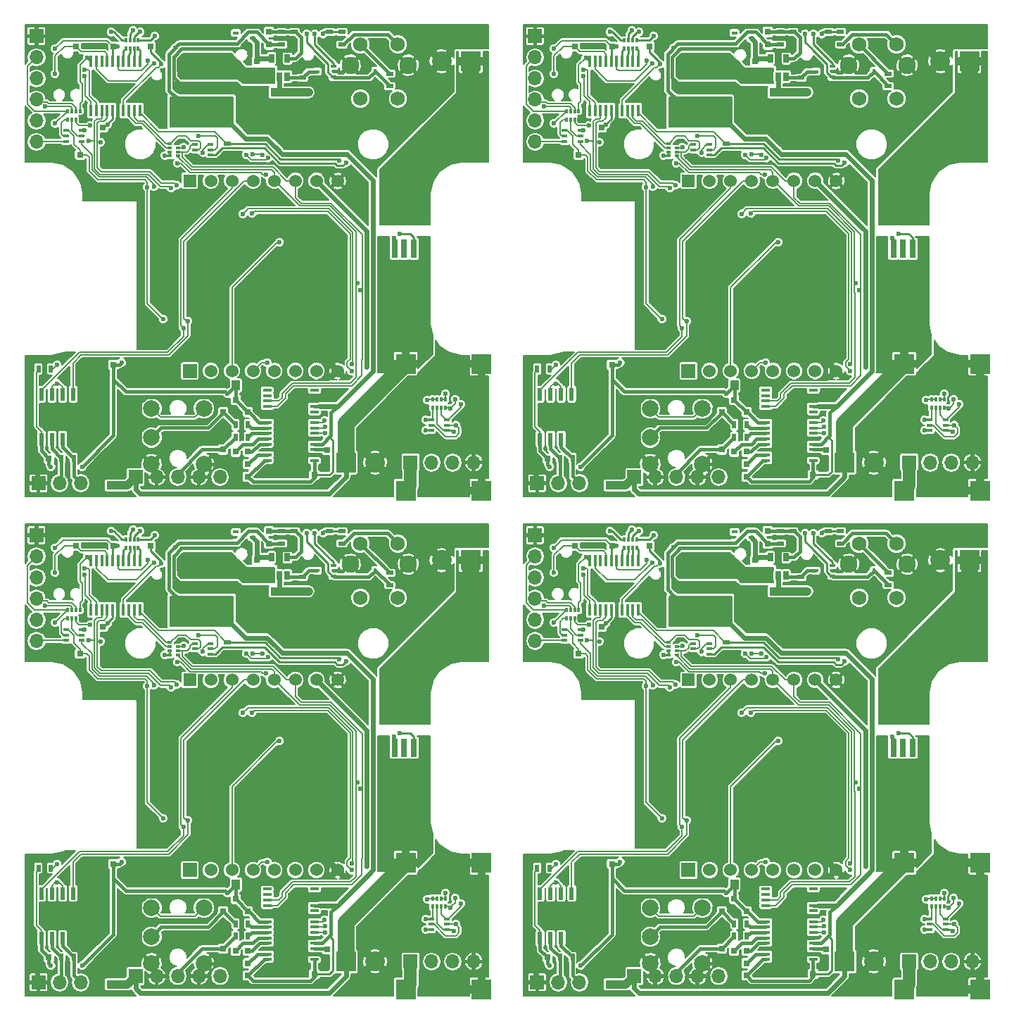
<source format=gbl>
G04 #@! TF.FileFunction,Copper,L2,Bot,Signal*
%FSLAX46Y46*%
G04 Gerber Fmt 4.6, Leading zero omitted, Abs format (unit mm)*
G04 Created by KiCad (PCBNEW 4.0.7) date Fri Mar 30 10:44:33 2018*
%MOMM*%
%LPD*%
G01*
G04 APERTURE LIST*
%ADD10C,0.100000*%
%ADD11R,0.600000X1.550000*%
%ADD12R,0.500000X0.900000*%
%ADD13R,0.800000X0.750000*%
%ADD14R,0.650000X0.400000*%
%ADD15R,0.400000X0.500000*%
%ADD16R,0.300000X0.500000*%
%ADD17R,0.450000X1.450000*%
%ADD18R,2.200000X1.500000*%
%ADD19R,0.500000X0.400000*%
%ADD20R,0.500000X0.300000*%
%ADD21R,1.600000X1.000000*%
%ADD22R,0.750000X0.800000*%
%ADD23R,1.100000X0.400000*%
%ADD24R,0.800000X2.200000*%
%ADD25R,5.800000X6.400000*%
%ADD26R,2.750000X3.050000*%
%ADD27R,0.450000X0.600000*%
%ADD28R,0.900000X0.500000*%
%ADD29R,0.700000X0.450000*%
%ADD30R,1.100000X1.100000*%
%ADD31R,0.650000X1.060000*%
%ADD32R,1.000000X1.250000*%
%ADD33C,2.400000*%
%ADD34R,2.400000X2.400000*%
%ADD35C,2.100000*%
%ADD36C,1.750000*%
%ADD37R,1.700000X1.700000*%
%ADD38O,1.700000X1.700000*%
%ADD39R,1.676400X1.676400*%
%ADD40C,1.524000*%
%ADD41R,1.524000X1.524000*%
%ADD42C,2.000000*%
%ADD43C,0.600000*%
%ADD44C,1.000000*%
%ADD45C,1.500000*%
%ADD46C,0.160000*%
%ADD47C,0.400000*%
%ADD48C,0.250000*%
%ADD49C,0.600000*%
%ADD50C,3.000000*%
%ADD51C,2.000000*%
%ADD52C,0.200000*%
G04 APERTURE END LIST*
D10*
D11*
X74345000Y72700000D03*
X75615000Y72700000D03*
X76885000Y72700000D03*
X78155000Y72700000D03*
X78155000Y67300000D03*
X76885000Y67300000D03*
X75615000Y67300000D03*
X74345000Y67300000D03*
D12*
X78250000Y65000000D03*
X76750000Y65000000D03*
D13*
X73750000Y65000000D03*
X75250000Y65000000D03*
D14*
X77300000Y103100000D03*
X77300000Y104400000D03*
X79200000Y103750000D03*
X77300000Y103750000D03*
X79200000Y104400000D03*
X79200000Y103100000D03*
D12*
X74000000Y75750000D03*
X75500000Y75750000D03*
D13*
X81500000Y114500000D03*
X83000000Y114500000D03*
D15*
X86000000Y114250000D03*
D16*
X85000000Y114250000D03*
X85500000Y114250000D03*
D15*
X84500000Y114250000D03*
D16*
X85500000Y115250000D03*
D15*
X86000000Y115250000D03*
D16*
X85000000Y115250000D03*
D15*
X84500000Y115250000D03*
D13*
X80000000Y114500000D03*
X78500000Y114500000D03*
D17*
X80325000Y112700000D03*
X80975000Y112700000D03*
X81625000Y112700000D03*
X82275000Y112700000D03*
X82925000Y112700000D03*
X83575000Y112700000D03*
X84225000Y112700000D03*
X84875000Y112700000D03*
X85525000Y112700000D03*
X86175000Y112700000D03*
X86175000Y106800000D03*
X85525000Y106800000D03*
X84875000Y106800000D03*
X84225000Y106800000D03*
X83575000Y106800000D03*
X82925000Y106800000D03*
X82275000Y106800000D03*
X81625000Y106800000D03*
X80975000Y106800000D03*
X80325000Y106800000D03*
D15*
X77500000Y106750000D03*
D16*
X78500000Y106750000D03*
X78000000Y106750000D03*
D15*
X79000000Y106750000D03*
D16*
X78000000Y105750000D03*
D15*
X77500000Y105750000D03*
D16*
X78500000Y105750000D03*
D15*
X79000000Y105750000D03*
D13*
X83250000Y104750000D03*
X81750000Y104750000D03*
D18*
X91750000Y112200000D03*
X91750000Y105800000D03*
D13*
X89000000Y114500000D03*
X87500000Y114500000D03*
D19*
X89800000Y101350000D03*
D20*
X89800000Y102350000D03*
X89800000Y101850000D03*
D19*
X89800000Y102850000D03*
D20*
X90800000Y101850000D03*
D19*
X90800000Y101350000D03*
D20*
X90800000Y102350000D03*
D19*
X90800000Y102850000D03*
D13*
X77500000Y101500000D03*
X79000000Y101500000D03*
D21*
X83000000Y61750000D03*
X83000000Y64750000D03*
D13*
X81500000Y76250000D03*
X83000000Y76250000D03*
X97706908Y62801016D03*
X99206908Y62801016D03*
D12*
X97706908Y67551016D03*
X99206908Y67551016D03*
D22*
X97706908Y64301016D03*
X97706908Y65801016D03*
X96206908Y67551016D03*
X96206908Y66051016D03*
X99206908Y65801016D03*
X99206908Y64301016D03*
D14*
X121250000Y68350000D03*
X121250000Y69650000D03*
X123150000Y69000000D03*
X121250000Y69000000D03*
X123150000Y69650000D03*
X123150000Y68350000D03*
D15*
X121450000Y72100000D03*
D16*
X122450000Y72100000D03*
X121950000Y72100000D03*
D15*
X122950000Y72100000D03*
D16*
X121950000Y71100000D03*
D15*
X121450000Y71100000D03*
D16*
X122450000Y71100000D03*
D15*
X122950000Y71100000D03*
D22*
X108750000Y64500000D03*
X108750000Y66000000D03*
D13*
X105700000Y63000000D03*
X107200000Y63000000D03*
D23*
X101511909Y64761016D03*
X101511909Y65411016D03*
X101511909Y66061016D03*
X101511909Y66711016D03*
X101511909Y67361016D03*
X101511909Y68011016D03*
X101511909Y68661016D03*
X101511909Y69311016D03*
X101511909Y69961016D03*
X101511909Y70611016D03*
X101511909Y71261016D03*
X101511909Y71911016D03*
X101511909Y72561016D03*
X101511909Y73211016D03*
X107211909Y73211016D03*
X107211909Y72561016D03*
X107211909Y71911016D03*
X107211909Y71261016D03*
X107211909Y70611016D03*
X107211909Y69961016D03*
X107211909Y69311016D03*
X107211909Y68661016D03*
X107211909Y68011016D03*
X107211909Y67361016D03*
X107211909Y66711016D03*
X107211909Y66061016D03*
X107211909Y65411016D03*
X107211909Y64761016D03*
D24*
X120280000Y90200000D03*
X119140000Y90200000D03*
X118000000Y90200000D03*
X116860000Y90200000D03*
X115720000Y90200000D03*
D25*
X118000000Y96500000D03*
D26*
X116475000Y98175000D03*
X119525000Y94825000D03*
X119525000Y98175000D03*
X116475000Y94825000D03*
D27*
X114500000Y111550000D03*
X114500000Y109450000D03*
D28*
X109000000Y116250000D03*
X109000000Y114750000D03*
X110500000Y114750000D03*
X110500000Y116250000D03*
D29*
X109500000Y112150000D03*
X109500000Y110850000D03*
X107500000Y111500000D03*
D28*
X105750000Y110750000D03*
X105750000Y112250000D03*
X116250000Y111250000D03*
X116250000Y109750000D03*
X104750000Y116250000D03*
X104750000Y114750000D03*
X103250000Y114750000D03*
X103250000Y116250000D03*
D22*
X101750000Y116250000D03*
X101750000Y114750000D03*
X100250000Y111250000D03*
X100250000Y112750000D03*
D30*
X97000000Y112400000D03*
X97000000Y109600000D03*
D29*
X97750000Y114850000D03*
X97750000Y116150000D03*
X99750000Y115500000D03*
D31*
X102050000Y113100000D03*
X103000000Y113100000D03*
X103950000Y113100000D03*
X103950000Y110900000D03*
X102050000Y110900000D03*
X103000000Y110900000D03*
D22*
X99206908Y72051016D03*
X99206908Y70551016D03*
D32*
X97750000Y73750000D03*
X99750000Y73750000D03*
D12*
X97706908Y69051016D03*
X99206908Y69051016D03*
D22*
X97706908Y70551016D03*
X97706908Y72051016D03*
X96206908Y69051016D03*
X96206908Y70551016D03*
D21*
X105250000Y109000000D03*
X105250000Y106000000D03*
D32*
X96750000Y105750000D03*
X98750000Y105750000D03*
D21*
X102750000Y109000000D03*
X102750000Y106000000D03*
D32*
X96750000Y107750000D03*
X98750000Y107750000D03*
D28*
X96750000Y102850000D03*
X96750000Y101350000D03*
D14*
X92800000Y101450000D03*
X92800000Y102750000D03*
X94700000Y102100000D03*
X92800000Y102100000D03*
X94700000Y102750000D03*
X94700000Y101450000D03*
D33*
X122500000Y112750000D03*
D34*
X126000000Y112750000D03*
D35*
X118500000Y112260000D03*
D36*
X117240000Y114750000D03*
X112740000Y114750000D03*
D35*
X111490000Y112260000D03*
D36*
X112740000Y108250000D03*
X117240000Y108250000D03*
D37*
X73750000Y115750000D03*
D38*
X73750000Y113210000D03*
X73750000Y110670000D03*
X73750000Y108130000D03*
X73750000Y105590000D03*
X73750000Y103050000D03*
D37*
X118750000Y64500000D03*
D38*
X121290000Y64500000D03*
X123830000Y64500000D03*
X126370000Y64500000D03*
D34*
X127320000Y76370000D03*
X118180000Y76370000D03*
X127320000Y61130000D03*
X118180000Y61130000D03*
D33*
X114500000Y64500000D03*
D34*
X111000000Y64500000D03*
D37*
X74000000Y62000000D03*
D38*
X76540000Y62000000D03*
X79080000Y62000000D03*
D39*
X92210000Y75500000D03*
D40*
X94750000Y75500000D03*
X97290000Y75500000D03*
X99830000Y75500000D03*
X102370000Y75500000D03*
X104910000Y75500000D03*
X107450000Y75500000D03*
X109990000Y75500000D03*
X109990000Y98360000D03*
X107450000Y98360000D03*
X104910000Y98360000D03*
X102370000Y98360000D03*
X99830000Y98360000D03*
X97290000Y98360000D03*
X94750000Y98360000D03*
D41*
X92210000Y98360000D03*
D37*
X85670000Y62750000D03*
D38*
X88210000Y62750000D03*
X90750000Y62750000D03*
X93290000Y62750000D03*
X95830000Y62750000D03*
D42*
X87600000Y64300000D03*
X93900000Y64300000D03*
X87600000Y67500000D03*
X87600000Y71000000D03*
X93900000Y71000000D03*
D11*
X14345000Y72700000D03*
X15615000Y72700000D03*
X16885000Y72700000D03*
X18155000Y72700000D03*
X18155000Y67300000D03*
X16885000Y67300000D03*
X15615000Y67300000D03*
X14345000Y67300000D03*
D12*
X18250000Y65000000D03*
X16750000Y65000000D03*
D13*
X13750000Y65000000D03*
X15250000Y65000000D03*
D14*
X17300000Y103100000D03*
X17300000Y104400000D03*
X19200000Y103750000D03*
X17300000Y103750000D03*
X19200000Y104400000D03*
X19200000Y103100000D03*
D12*
X14000000Y75750000D03*
X15500000Y75750000D03*
D13*
X21500000Y114500000D03*
X23000000Y114500000D03*
D15*
X26000000Y114250000D03*
D16*
X25000000Y114250000D03*
X25500000Y114250000D03*
D15*
X24500000Y114250000D03*
D16*
X25500000Y115250000D03*
D15*
X26000000Y115250000D03*
D16*
X25000000Y115250000D03*
D15*
X24500000Y115250000D03*
D13*
X20000000Y114500000D03*
X18500000Y114500000D03*
D17*
X20325000Y112700000D03*
X20975000Y112700000D03*
X21625000Y112700000D03*
X22275000Y112700000D03*
X22925000Y112700000D03*
X23575000Y112700000D03*
X24225000Y112700000D03*
X24875000Y112700000D03*
X25525000Y112700000D03*
X26175000Y112700000D03*
X26175000Y106800000D03*
X25525000Y106800000D03*
X24875000Y106800000D03*
X24225000Y106800000D03*
X23575000Y106800000D03*
X22925000Y106800000D03*
X22275000Y106800000D03*
X21625000Y106800000D03*
X20975000Y106800000D03*
X20325000Y106800000D03*
D15*
X17500000Y106750000D03*
D16*
X18500000Y106750000D03*
X18000000Y106750000D03*
D15*
X19000000Y106750000D03*
D16*
X18000000Y105750000D03*
D15*
X17500000Y105750000D03*
D16*
X18500000Y105750000D03*
D15*
X19000000Y105750000D03*
D13*
X23250000Y104750000D03*
X21750000Y104750000D03*
D18*
X31750000Y112200000D03*
X31750000Y105800000D03*
D13*
X29000000Y114500000D03*
X27500000Y114500000D03*
D19*
X29800000Y101350000D03*
D20*
X29800000Y102350000D03*
X29800000Y101850000D03*
D19*
X29800000Y102850000D03*
D20*
X30800000Y101850000D03*
D19*
X30800000Y101350000D03*
D20*
X30800000Y102350000D03*
D19*
X30800000Y102850000D03*
D13*
X17500000Y101500000D03*
X19000000Y101500000D03*
D21*
X23000000Y61750000D03*
X23000000Y64750000D03*
D13*
X21500000Y76250000D03*
X23000000Y76250000D03*
X37706908Y62801016D03*
X39206908Y62801016D03*
D12*
X37706908Y67551016D03*
X39206908Y67551016D03*
D22*
X37706908Y64301016D03*
X37706908Y65801016D03*
X36206908Y67551016D03*
X36206908Y66051016D03*
X39206908Y65801016D03*
X39206908Y64301016D03*
D14*
X61250000Y68350000D03*
X61250000Y69650000D03*
X63150000Y69000000D03*
X61250000Y69000000D03*
X63150000Y69650000D03*
X63150000Y68350000D03*
D15*
X61450000Y72100000D03*
D16*
X62450000Y72100000D03*
X61950000Y72100000D03*
D15*
X62950000Y72100000D03*
D16*
X61950000Y71100000D03*
D15*
X61450000Y71100000D03*
D16*
X62450000Y71100000D03*
D15*
X62950000Y71100000D03*
D22*
X48750000Y64500000D03*
X48750000Y66000000D03*
D13*
X45700000Y63000000D03*
X47200000Y63000000D03*
D23*
X41511909Y64761016D03*
X41511909Y65411016D03*
X41511909Y66061016D03*
X41511909Y66711016D03*
X41511909Y67361016D03*
X41511909Y68011016D03*
X41511909Y68661016D03*
X41511909Y69311016D03*
X41511909Y69961016D03*
X41511909Y70611016D03*
X41511909Y71261016D03*
X41511909Y71911016D03*
X41511909Y72561016D03*
X41511909Y73211016D03*
X47211909Y73211016D03*
X47211909Y72561016D03*
X47211909Y71911016D03*
X47211909Y71261016D03*
X47211909Y70611016D03*
X47211909Y69961016D03*
X47211909Y69311016D03*
X47211909Y68661016D03*
X47211909Y68011016D03*
X47211909Y67361016D03*
X47211909Y66711016D03*
X47211909Y66061016D03*
X47211909Y65411016D03*
X47211909Y64761016D03*
D24*
X60280000Y90200000D03*
X59140000Y90200000D03*
X58000000Y90200000D03*
X56860000Y90200000D03*
X55720000Y90200000D03*
D25*
X58000000Y96500000D03*
D26*
X56475000Y98175000D03*
X59525000Y94825000D03*
X59525000Y98175000D03*
X56475000Y94825000D03*
D27*
X54500000Y111550000D03*
X54500000Y109450000D03*
D28*
X49000000Y116250000D03*
X49000000Y114750000D03*
X50500000Y114750000D03*
X50500000Y116250000D03*
D29*
X49500000Y112150000D03*
X49500000Y110850000D03*
X47500000Y111500000D03*
D28*
X45750000Y110750000D03*
X45750000Y112250000D03*
X56250000Y111250000D03*
X56250000Y109750000D03*
X44750000Y116250000D03*
X44750000Y114750000D03*
X43250000Y114750000D03*
X43250000Y116250000D03*
D22*
X41750000Y116250000D03*
X41750000Y114750000D03*
X40250000Y111250000D03*
X40250000Y112750000D03*
D30*
X37000000Y112400000D03*
X37000000Y109600000D03*
D29*
X37750000Y114850000D03*
X37750000Y116150000D03*
X39750000Y115500000D03*
D31*
X42050000Y113100000D03*
X43000000Y113100000D03*
X43950000Y113100000D03*
X43950000Y110900000D03*
X42050000Y110900000D03*
X43000000Y110900000D03*
D22*
X39206908Y72051016D03*
X39206908Y70551016D03*
D32*
X37750000Y73750000D03*
X39750000Y73750000D03*
D12*
X37706908Y69051016D03*
X39206908Y69051016D03*
D22*
X37706908Y70551016D03*
X37706908Y72051016D03*
X36206908Y69051016D03*
X36206908Y70551016D03*
D21*
X45250000Y109000000D03*
X45250000Y106000000D03*
D32*
X36750000Y105750000D03*
X38750000Y105750000D03*
D21*
X42750000Y109000000D03*
X42750000Y106000000D03*
D32*
X36750000Y107750000D03*
X38750000Y107750000D03*
D28*
X36750000Y102850000D03*
X36750000Y101350000D03*
D14*
X32800000Y101450000D03*
X32800000Y102750000D03*
X34700000Y102100000D03*
X32800000Y102100000D03*
X34700000Y102750000D03*
X34700000Y101450000D03*
D33*
X62500000Y112750000D03*
D34*
X66000000Y112750000D03*
D35*
X58500000Y112260000D03*
D36*
X57240000Y114750000D03*
X52740000Y114750000D03*
D35*
X51490000Y112260000D03*
D36*
X52740000Y108250000D03*
X57240000Y108250000D03*
D37*
X13750000Y115750000D03*
D38*
X13750000Y113210000D03*
X13750000Y110670000D03*
X13750000Y108130000D03*
X13750000Y105590000D03*
X13750000Y103050000D03*
D37*
X58750000Y64500000D03*
D38*
X61290000Y64500000D03*
X63830000Y64500000D03*
X66370000Y64500000D03*
D34*
X67320000Y76370000D03*
X58180000Y76370000D03*
X67320000Y61130000D03*
X58180000Y61130000D03*
D33*
X54500000Y64500000D03*
D34*
X51000000Y64500000D03*
D37*
X14000000Y62000000D03*
D38*
X16540000Y62000000D03*
X19080000Y62000000D03*
D39*
X32210000Y75500000D03*
D40*
X34750000Y75500000D03*
X37290000Y75500000D03*
X39830000Y75500000D03*
X42370000Y75500000D03*
X44910000Y75500000D03*
X47450000Y75500000D03*
X49990000Y75500000D03*
X49990000Y98360000D03*
X47450000Y98360000D03*
X44910000Y98360000D03*
X42370000Y98360000D03*
X39830000Y98360000D03*
X37290000Y98360000D03*
X34750000Y98360000D03*
D41*
X32210000Y98360000D03*
D37*
X25670000Y62750000D03*
D38*
X28210000Y62750000D03*
X30750000Y62750000D03*
X33290000Y62750000D03*
X35830000Y62750000D03*
D42*
X27600000Y64300000D03*
X33900000Y64300000D03*
X27600000Y67500000D03*
X27600000Y71000000D03*
X33900000Y71000000D03*
D11*
X74345000Y12700000D03*
X75615000Y12700000D03*
X76885000Y12700000D03*
X78155000Y12700000D03*
X78155000Y7300000D03*
X76885000Y7300000D03*
X75615000Y7300000D03*
X74345000Y7300000D03*
D12*
X78250000Y5000000D03*
X76750000Y5000000D03*
D13*
X73750000Y5000000D03*
X75250000Y5000000D03*
D14*
X77300000Y43100000D03*
X77300000Y44400000D03*
X79200000Y43750000D03*
X77300000Y43750000D03*
X79200000Y44400000D03*
X79200000Y43100000D03*
D12*
X74000000Y15750000D03*
X75500000Y15750000D03*
D13*
X81500000Y54500000D03*
X83000000Y54500000D03*
D15*
X86000000Y54250000D03*
D16*
X85000000Y54250000D03*
X85500000Y54250000D03*
D15*
X84500000Y54250000D03*
D16*
X85500000Y55250000D03*
D15*
X86000000Y55250000D03*
D16*
X85000000Y55250000D03*
D15*
X84500000Y55250000D03*
D13*
X80000000Y54500000D03*
X78500000Y54500000D03*
D17*
X80325000Y52700000D03*
X80975000Y52700000D03*
X81625000Y52700000D03*
X82275000Y52700000D03*
X82925000Y52700000D03*
X83575000Y52700000D03*
X84225000Y52700000D03*
X84875000Y52700000D03*
X85525000Y52700000D03*
X86175000Y52700000D03*
X86175000Y46800000D03*
X85525000Y46800000D03*
X84875000Y46800000D03*
X84225000Y46800000D03*
X83575000Y46800000D03*
X82925000Y46800000D03*
X82275000Y46800000D03*
X81625000Y46800000D03*
X80975000Y46800000D03*
X80325000Y46800000D03*
D15*
X77500000Y46750000D03*
D16*
X78500000Y46750000D03*
X78000000Y46750000D03*
D15*
X79000000Y46750000D03*
D16*
X78000000Y45750000D03*
D15*
X77500000Y45750000D03*
D16*
X78500000Y45750000D03*
D15*
X79000000Y45750000D03*
D13*
X83250000Y44750000D03*
X81750000Y44750000D03*
D18*
X91750000Y52200000D03*
X91750000Y45800000D03*
D13*
X89000000Y54500000D03*
X87500000Y54500000D03*
D19*
X89800000Y41350000D03*
D20*
X89800000Y42350000D03*
X89800000Y41850000D03*
D19*
X89800000Y42850000D03*
D20*
X90800000Y41850000D03*
D19*
X90800000Y41350000D03*
D20*
X90800000Y42350000D03*
D19*
X90800000Y42850000D03*
D13*
X77500000Y41500000D03*
X79000000Y41500000D03*
D21*
X83000000Y1750000D03*
X83000000Y4750000D03*
D13*
X81500000Y16250000D03*
X83000000Y16250000D03*
X97706908Y2801016D03*
X99206908Y2801016D03*
D12*
X97706908Y7551016D03*
X99206908Y7551016D03*
D22*
X97706908Y4301016D03*
X97706908Y5801016D03*
X96206908Y7551016D03*
X96206908Y6051016D03*
X99206908Y5801016D03*
X99206908Y4301016D03*
D14*
X121250000Y8350000D03*
X121250000Y9650000D03*
X123150000Y9000000D03*
X121250000Y9000000D03*
X123150000Y9650000D03*
X123150000Y8350000D03*
D15*
X121450000Y12100000D03*
D16*
X122450000Y12100000D03*
X121950000Y12100000D03*
D15*
X122950000Y12100000D03*
D16*
X121950000Y11100000D03*
D15*
X121450000Y11100000D03*
D16*
X122450000Y11100000D03*
D15*
X122950000Y11100000D03*
D22*
X108750000Y4500000D03*
X108750000Y6000000D03*
D13*
X105700000Y3000000D03*
X107200000Y3000000D03*
D23*
X101511909Y4761016D03*
X101511909Y5411016D03*
X101511909Y6061016D03*
X101511909Y6711016D03*
X101511909Y7361016D03*
X101511909Y8011016D03*
X101511909Y8661016D03*
X101511909Y9311016D03*
X101511909Y9961016D03*
X101511909Y10611016D03*
X101511909Y11261016D03*
X101511909Y11911016D03*
X101511909Y12561016D03*
X101511909Y13211016D03*
X107211909Y13211016D03*
X107211909Y12561016D03*
X107211909Y11911016D03*
X107211909Y11261016D03*
X107211909Y10611016D03*
X107211909Y9961016D03*
X107211909Y9311016D03*
X107211909Y8661016D03*
X107211909Y8011016D03*
X107211909Y7361016D03*
X107211909Y6711016D03*
X107211909Y6061016D03*
X107211909Y5411016D03*
X107211909Y4761016D03*
D24*
X120280000Y30200000D03*
X119140000Y30200000D03*
X118000000Y30200000D03*
X116860000Y30200000D03*
X115720000Y30200000D03*
D25*
X118000000Y36500000D03*
D26*
X116475000Y38175000D03*
X119525000Y34825000D03*
X119525000Y38175000D03*
X116475000Y34825000D03*
D27*
X114500000Y51550000D03*
X114500000Y49450000D03*
D28*
X109000000Y56250000D03*
X109000000Y54750000D03*
X110500000Y54750000D03*
X110500000Y56250000D03*
D29*
X109500000Y52150000D03*
X109500000Y50850000D03*
X107500000Y51500000D03*
D28*
X105750000Y50750000D03*
X105750000Y52250000D03*
X116250000Y51250000D03*
X116250000Y49750000D03*
X104750000Y56250000D03*
X104750000Y54750000D03*
X103250000Y54750000D03*
X103250000Y56250000D03*
D22*
X101750000Y56250000D03*
X101750000Y54750000D03*
X100250000Y51250000D03*
X100250000Y52750000D03*
D30*
X97000000Y52400000D03*
X97000000Y49600000D03*
D29*
X97750000Y54850000D03*
X97750000Y56150000D03*
X99750000Y55500000D03*
D31*
X102050000Y53100000D03*
X103000000Y53100000D03*
X103950000Y53100000D03*
X103950000Y50900000D03*
X102050000Y50900000D03*
X103000000Y50900000D03*
D22*
X99206908Y12051016D03*
X99206908Y10551016D03*
D32*
X97750000Y13750000D03*
X99750000Y13750000D03*
D12*
X97706908Y9051016D03*
X99206908Y9051016D03*
D22*
X97706908Y10551016D03*
X97706908Y12051016D03*
X96206908Y9051016D03*
X96206908Y10551016D03*
D21*
X105250000Y49000000D03*
X105250000Y46000000D03*
D32*
X96750000Y45750000D03*
X98750000Y45750000D03*
D21*
X102750000Y49000000D03*
X102750000Y46000000D03*
D32*
X96750000Y47750000D03*
X98750000Y47750000D03*
D28*
X96750000Y42850000D03*
X96750000Y41350000D03*
D14*
X92800000Y41450000D03*
X92800000Y42750000D03*
X94700000Y42100000D03*
X92800000Y42100000D03*
X94700000Y42750000D03*
X94700000Y41450000D03*
D33*
X122500000Y52750000D03*
D34*
X126000000Y52750000D03*
D35*
X118500000Y52260000D03*
D36*
X117240000Y54750000D03*
X112740000Y54750000D03*
D35*
X111490000Y52260000D03*
D36*
X112740000Y48250000D03*
X117240000Y48250000D03*
D37*
X73750000Y55750000D03*
D38*
X73750000Y53210000D03*
X73750000Y50670000D03*
X73750000Y48130000D03*
X73750000Y45590000D03*
X73750000Y43050000D03*
D37*
X118750000Y4500000D03*
D38*
X121290000Y4500000D03*
X123830000Y4500000D03*
X126370000Y4500000D03*
D34*
X127320000Y16370000D03*
X118180000Y16370000D03*
X127320000Y1130000D03*
X118180000Y1130000D03*
D33*
X114500000Y4500000D03*
D34*
X111000000Y4500000D03*
D37*
X74000000Y2000000D03*
D38*
X76540000Y2000000D03*
X79080000Y2000000D03*
D39*
X92210000Y15500000D03*
D40*
X94750000Y15500000D03*
X97290000Y15500000D03*
X99830000Y15500000D03*
X102370000Y15500000D03*
X104910000Y15500000D03*
X107450000Y15500000D03*
X109990000Y15500000D03*
X109990000Y38360000D03*
X107450000Y38360000D03*
X104910000Y38360000D03*
X102370000Y38360000D03*
X99830000Y38360000D03*
X97290000Y38360000D03*
X94750000Y38360000D03*
D41*
X92210000Y38360000D03*
D37*
X85670000Y2750000D03*
D38*
X88210000Y2750000D03*
X90750000Y2750000D03*
X93290000Y2750000D03*
X95830000Y2750000D03*
D42*
X87600000Y4300000D03*
X93900000Y4300000D03*
X87600000Y7500000D03*
X87600000Y11000000D03*
X93900000Y11000000D03*
D39*
X32210000Y15500000D03*
D40*
X34750000Y15500000D03*
X37290000Y15500000D03*
X39830000Y15500000D03*
X42370000Y15500000D03*
X44910000Y15500000D03*
X47450000Y15500000D03*
X49990000Y15500000D03*
X49990000Y38360000D03*
X47450000Y38360000D03*
X44910000Y38360000D03*
X42370000Y38360000D03*
X39830000Y38360000D03*
X37290000Y38360000D03*
X34750000Y38360000D03*
D41*
X32210000Y38360000D03*
D13*
X17500000Y41500000D03*
X19000000Y41500000D03*
X21500000Y16250000D03*
X23000000Y16250000D03*
X13750000Y5000000D03*
X15250000Y5000000D03*
D21*
X45250000Y49000000D03*
X45250000Y46000000D03*
X42750000Y49000000D03*
X42750000Y46000000D03*
D22*
X40250000Y51250000D03*
X40250000Y52750000D03*
X41750000Y56250000D03*
X41750000Y54750000D03*
D32*
X36750000Y47750000D03*
X38750000Y47750000D03*
X36750000Y45750000D03*
X38750000Y45750000D03*
X37750000Y13750000D03*
X39750000Y13750000D03*
D22*
X37706908Y10551016D03*
X37706908Y12051016D03*
D13*
X37706908Y2801016D03*
X39206908Y2801016D03*
X45700000Y3000000D03*
X47200000Y3000000D03*
D22*
X39206908Y12051016D03*
X39206908Y10551016D03*
X39206908Y5801016D03*
X39206908Y4301016D03*
X37706908Y4301016D03*
X37706908Y5801016D03*
X48750000Y4500000D03*
X48750000Y6000000D03*
X36206908Y9051016D03*
X36206908Y10551016D03*
X36206908Y7551016D03*
X36206908Y6051016D03*
D13*
X29000000Y54500000D03*
X27500000Y54500000D03*
X21500000Y54500000D03*
X23000000Y54500000D03*
X23250000Y44750000D03*
X21750000Y44750000D03*
X20000000Y54500000D03*
X18500000Y54500000D03*
D29*
X49500000Y52150000D03*
X49500000Y50850000D03*
X47500000Y51500000D03*
D27*
X54500000Y51550000D03*
X54500000Y49450000D03*
D29*
X37750000Y54850000D03*
X37750000Y56150000D03*
X39750000Y55500000D03*
D37*
X13750000Y55750000D03*
D38*
X13750000Y53210000D03*
X13750000Y50670000D03*
X13750000Y48130000D03*
X13750000Y45590000D03*
X13750000Y43050000D03*
D37*
X14000000Y2000000D03*
D38*
X16540000Y2000000D03*
X19080000Y2000000D03*
D37*
X58750000Y4500000D03*
D38*
X61290000Y4500000D03*
X63830000Y4500000D03*
X66370000Y4500000D03*
D33*
X62500000Y52750000D03*
D34*
X66000000Y52750000D03*
D33*
X54500000Y4500000D03*
D34*
X51000000Y4500000D03*
D42*
X27600000Y4300000D03*
X33900000Y4300000D03*
X27600000Y7500000D03*
X27600000Y11000000D03*
X33900000Y11000000D03*
D18*
X31750000Y52200000D03*
X31750000Y45800000D03*
D14*
X17300000Y43100000D03*
X17300000Y44400000D03*
X19200000Y43750000D03*
X17300000Y43750000D03*
X19200000Y44400000D03*
X19200000Y43100000D03*
X61250000Y8350000D03*
X61250000Y9650000D03*
X63150000Y9000000D03*
X61250000Y9000000D03*
X63150000Y9650000D03*
X63150000Y8350000D03*
X32800000Y41450000D03*
X32800000Y42750000D03*
X34700000Y42100000D03*
X32800000Y42100000D03*
X34700000Y42750000D03*
X34700000Y41450000D03*
D12*
X18250000Y5000000D03*
X16750000Y5000000D03*
D28*
X56250000Y51250000D03*
X56250000Y49750000D03*
X43250000Y54750000D03*
X43250000Y56250000D03*
X44750000Y56250000D03*
X44750000Y54750000D03*
X36750000Y42850000D03*
X36750000Y41350000D03*
D12*
X37706908Y7551016D03*
X39206908Y7551016D03*
X37706908Y9051016D03*
X39206908Y9051016D03*
D28*
X50500000Y54750000D03*
X50500000Y56250000D03*
X49000000Y56250000D03*
X49000000Y54750000D03*
D15*
X61450000Y12100000D03*
D16*
X62450000Y12100000D03*
X61950000Y12100000D03*
D15*
X62950000Y12100000D03*
D16*
X61950000Y11100000D03*
D15*
X61450000Y11100000D03*
D16*
X62450000Y11100000D03*
D15*
X62950000Y11100000D03*
D11*
X14345000Y12700000D03*
X15615000Y12700000D03*
X16885000Y12700000D03*
X18155000Y12700000D03*
X18155000Y7300000D03*
X16885000Y7300000D03*
X15615000Y7300000D03*
X14345000Y7300000D03*
D31*
X42050000Y53100000D03*
X43000000Y53100000D03*
X43950000Y53100000D03*
X43950000Y50900000D03*
X42050000Y50900000D03*
X43000000Y50900000D03*
D34*
X67320000Y16370000D03*
X58180000Y16370000D03*
X67320000Y1130000D03*
X58180000Y1130000D03*
D23*
X41511909Y4761016D03*
X41511909Y5411016D03*
X41511909Y6061016D03*
X41511909Y6711016D03*
X41511909Y7361016D03*
X41511909Y8011016D03*
X41511909Y8661016D03*
X41511909Y9311016D03*
X41511909Y9961016D03*
X41511909Y10611016D03*
X41511909Y11261016D03*
X41511909Y11911016D03*
X41511909Y12561016D03*
X41511909Y13211016D03*
X47211909Y13211016D03*
X47211909Y12561016D03*
X47211909Y11911016D03*
X47211909Y11261016D03*
X47211909Y10611016D03*
X47211909Y9961016D03*
X47211909Y9311016D03*
X47211909Y8661016D03*
X47211909Y8011016D03*
X47211909Y7361016D03*
X47211909Y6711016D03*
X47211909Y6061016D03*
X47211909Y5411016D03*
X47211909Y4761016D03*
D17*
X20325000Y52700000D03*
X20975000Y52700000D03*
X21625000Y52700000D03*
X22275000Y52700000D03*
X22925000Y52700000D03*
X23575000Y52700000D03*
X24225000Y52700000D03*
X24875000Y52700000D03*
X25525000Y52700000D03*
X26175000Y52700000D03*
X26175000Y46800000D03*
X25525000Y46800000D03*
X24875000Y46800000D03*
X24225000Y46800000D03*
X23575000Y46800000D03*
X22925000Y46800000D03*
X22275000Y46800000D03*
X21625000Y46800000D03*
X20975000Y46800000D03*
X20325000Y46800000D03*
D24*
X60280000Y30200000D03*
X59140000Y30200000D03*
X58000000Y30200000D03*
X56860000Y30200000D03*
X55720000Y30200000D03*
D25*
X58000000Y36500000D03*
D26*
X56475000Y38175000D03*
X59525000Y34825000D03*
X59525000Y38175000D03*
X56475000Y34825000D03*
D19*
X29800000Y41350000D03*
D20*
X29800000Y42350000D03*
X29800000Y41850000D03*
D19*
X29800000Y42850000D03*
D20*
X30800000Y41850000D03*
D19*
X30800000Y41350000D03*
D20*
X30800000Y42350000D03*
D19*
X30800000Y42850000D03*
D15*
X17500000Y46750000D03*
D16*
X18500000Y46750000D03*
X18000000Y46750000D03*
D15*
X19000000Y46750000D03*
D16*
X18000000Y45750000D03*
D15*
X17500000Y45750000D03*
D16*
X18500000Y45750000D03*
D15*
X19000000Y45750000D03*
X26000000Y54250000D03*
D16*
X25000000Y54250000D03*
X25500000Y54250000D03*
D15*
X24500000Y54250000D03*
D16*
X25500000Y55250000D03*
D15*
X26000000Y55250000D03*
D16*
X25000000Y55250000D03*
D15*
X24500000Y55250000D03*
D35*
X58500000Y52260000D03*
D36*
X57240000Y54750000D03*
X52740000Y54750000D03*
D35*
X51490000Y52260000D03*
D36*
X52740000Y48250000D03*
X57240000Y48250000D03*
D30*
X37000000Y52400000D03*
X37000000Y49600000D03*
D21*
X23000000Y1750000D03*
X23000000Y4750000D03*
D37*
X25670000Y2750000D03*
D38*
X28210000Y2750000D03*
X30750000Y2750000D03*
X33290000Y2750000D03*
X35830000Y2750000D03*
D28*
X45750000Y50750000D03*
X45750000Y52250000D03*
D12*
X14000000Y15750000D03*
X15500000Y15750000D03*
D43*
X111800000Y99800000D03*
X111400000Y95800000D03*
X113000000Y94000000D03*
X113400000Y98200000D03*
X109294478Y113782853D03*
X104750000Y113894968D03*
X106650000Y110100000D03*
X110500000Y87000000D03*
X110000000Y92500000D03*
X114600000Y108500000D03*
X119750000Y106500000D03*
X117500000Y103500000D03*
X117500000Y105500000D03*
X97590001Y62000000D03*
X99000000Y61750000D03*
X97706908Y63551016D03*
X100500000Y63000000D03*
X110500000Y81000000D03*
X104456908Y67301016D03*
X104456908Y65301016D03*
X105000000Y63000000D03*
X108795166Y63660010D03*
X108250000Y62250000D03*
X119800000Y74800000D03*
X122000000Y74800000D03*
X124400000Y74800000D03*
X104456908Y69801016D03*
X110300000Y73100000D03*
X104250000Y72500000D03*
X102000000Y81000000D03*
X104500000Y79750000D03*
X103750000Y76250000D03*
X102750000Y72557956D03*
X100206908Y72051016D03*
X89750000Y114750000D03*
X79506978Y106140010D03*
X84000000Y105000006D03*
X76000002Y110000000D03*
X80750000Y114550000D03*
X81200000Y108500000D03*
X84692554Y109307446D03*
X76000000Y104250000D03*
X76750000Y101500000D03*
X77400000Y109100000D03*
X88900000Y99900000D03*
X91327055Y103209990D03*
X86200000Y100200000D03*
X86200000Y108900000D03*
X88960601Y111648480D03*
X86500000Y93000000D03*
X90500000Y93000000D03*
X85750000Y96750000D03*
X86500000Y81000000D03*
X90500000Y87000000D03*
X86500000Y87000000D03*
X96000000Y81000000D03*
X90500000Y81000000D03*
X84250000Y64750000D03*
X73750000Y63750000D03*
X78839990Y67250000D03*
X81500000Y76889979D03*
X84823754Y76889979D03*
X74750000Y74500000D03*
X96731908Y71551016D03*
X87750000Y69250000D03*
X92500000Y67750000D03*
X89250000Y67000000D03*
X96000000Y74500000D03*
X96206908Y68301016D03*
X102000000Y87000000D03*
X103700000Y99800000D03*
X102000000Y93000000D03*
X96000000Y93000000D03*
X102750000Y105000000D03*
X105250000Y105000000D03*
X99750000Y105750000D03*
X99750000Y107750000D03*
X104750000Y104250000D03*
X104876772Y102345021D03*
X92040010Y101250000D03*
X95799999Y101060021D03*
X91800000Y109600000D03*
X99366303Y113786344D03*
X103000000Y112000000D03*
X98500000Y109000000D03*
X51800000Y99800000D03*
X51400000Y95800000D03*
X53000000Y94000000D03*
X53400000Y98200000D03*
X49294478Y113782853D03*
X44750000Y113894968D03*
X46650000Y110100000D03*
X50500000Y87000000D03*
X50000000Y92500000D03*
X54600000Y108500000D03*
X59750000Y106500000D03*
X57500000Y103500000D03*
X57500000Y105500000D03*
X37590001Y62000000D03*
X39000000Y61750000D03*
X37706908Y63551016D03*
X40500000Y63000000D03*
X50500000Y81000000D03*
X44456908Y67301016D03*
X44456908Y65301016D03*
X45000000Y63000000D03*
X48795166Y63660010D03*
X48250000Y62250000D03*
X59800000Y74800000D03*
X62000000Y74800000D03*
X64400000Y74800000D03*
X44456908Y69801016D03*
X50300000Y73100000D03*
X44250000Y72500000D03*
X42000000Y81000000D03*
X44500000Y79750000D03*
X43750000Y76250000D03*
X42750000Y72557956D03*
X40206908Y72051016D03*
X29750000Y114750000D03*
X19506978Y106140010D03*
X24000000Y105000006D03*
X16000002Y110000000D03*
X20750000Y114550000D03*
X21200000Y108500000D03*
X24692554Y109307446D03*
X16000000Y104250000D03*
X16750000Y101500000D03*
X17400000Y109100000D03*
X28900000Y99900000D03*
X31327055Y103209990D03*
X26200000Y100200000D03*
X26200000Y108900000D03*
X28960601Y111648480D03*
X26500000Y93000000D03*
X30500000Y93000000D03*
X25750000Y96750000D03*
X26500000Y81000000D03*
X30500000Y87000000D03*
X26500000Y87000000D03*
X36000000Y81000000D03*
X30500000Y81000000D03*
X24250000Y64750000D03*
X13750000Y63750000D03*
X18839990Y67250000D03*
X21500000Y76889979D03*
X24823754Y76889979D03*
X14750000Y74500000D03*
X36731908Y71551016D03*
X27750000Y69250000D03*
X32500000Y67750000D03*
X29250000Y67000000D03*
X36000000Y74500000D03*
X36206908Y68301016D03*
X42000000Y87000000D03*
X43700000Y99800000D03*
X42000000Y93000000D03*
X36000000Y93000000D03*
X42750000Y105000000D03*
X45250000Y105000000D03*
X39750000Y105750000D03*
X39750000Y107750000D03*
X44750000Y104250000D03*
X44876772Y102345021D03*
X32040010Y101250000D03*
X35799999Y101060021D03*
X31800000Y109600000D03*
X39366303Y113786344D03*
X43000000Y112000000D03*
X38500000Y109000000D03*
X111800000Y39800000D03*
X111400000Y35800000D03*
X113000000Y34000000D03*
X113400000Y38200000D03*
X109294478Y53782853D03*
X104750000Y53894968D03*
X106650000Y50100000D03*
X110500000Y27000000D03*
X110000000Y32500000D03*
X114600000Y48500000D03*
X119750000Y46500000D03*
X117500000Y43500000D03*
X117500000Y45500000D03*
X97590001Y2000000D03*
X99000000Y1750000D03*
X97706908Y3551016D03*
X100500000Y3000000D03*
X110500000Y21000000D03*
X104456908Y7301016D03*
X104456908Y5301016D03*
X105000000Y3000000D03*
X108795166Y3660010D03*
X108250000Y2250000D03*
X119800000Y14800000D03*
X122000000Y14800000D03*
X124400000Y14800000D03*
X104456908Y9801016D03*
X110300000Y13100000D03*
X104250000Y12500000D03*
X102000000Y21000000D03*
X104500000Y19750000D03*
X103750000Y16250000D03*
X102750000Y12557956D03*
X100206908Y12051016D03*
X89750000Y54750000D03*
X79506978Y46140010D03*
X84000000Y45000006D03*
X76000002Y50000000D03*
X80750000Y54550000D03*
X81200000Y48500000D03*
X84692554Y49307446D03*
X76000000Y44250000D03*
X76750000Y41500000D03*
X77400000Y49100000D03*
X88900000Y39900000D03*
X91327055Y43209990D03*
X86200000Y40200000D03*
X86200000Y48900000D03*
X88960601Y51648480D03*
X86500000Y33000000D03*
X90500000Y33000000D03*
X85750000Y36750000D03*
X86500000Y21000000D03*
X90500000Y27000000D03*
X86500000Y27000000D03*
X96000000Y21000000D03*
X90500000Y21000000D03*
X84250000Y4750000D03*
X73750000Y3750000D03*
X78839990Y7250000D03*
X81500000Y16889979D03*
X84823754Y16889979D03*
X74750000Y14500000D03*
X96731908Y11551016D03*
X87750000Y9250000D03*
X92500000Y7750000D03*
X89250000Y7000000D03*
X96000000Y14500000D03*
X96206908Y8301016D03*
X102000000Y27000000D03*
X103700000Y39800000D03*
X102000000Y33000000D03*
X96000000Y33000000D03*
X102750000Y45000000D03*
X105250000Y45000000D03*
X99750000Y45750000D03*
X99750000Y47750000D03*
X104750000Y44250000D03*
X104876772Y42345021D03*
X92040010Y41250000D03*
X95799999Y41060021D03*
X91800000Y49600000D03*
X99366303Y53786344D03*
X103000000Y52000000D03*
X98500000Y49000000D03*
X36000000Y14500000D03*
X14750000Y14500000D03*
X39366303Y53786344D03*
X31800000Y49600000D03*
X28960601Y51648480D03*
X54600000Y48500000D03*
X44750000Y53894968D03*
X49294478Y53782853D03*
X51800000Y39800000D03*
X53400000Y38200000D03*
X53000000Y34000000D03*
X51400000Y35800000D03*
X64400000Y14800000D03*
X62000000Y14800000D03*
X59800000Y14800000D03*
X32500000Y7750000D03*
X48250000Y2250000D03*
X50000000Y32500000D03*
X50500000Y27000000D03*
X50500000Y21000000D03*
X30500000Y21000000D03*
X30500000Y27000000D03*
X30500000Y33000000D03*
X26500000Y33000000D03*
X26500000Y27000000D03*
X26500000Y21000000D03*
X36000000Y21000000D03*
X36000000Y33000000D03*
X42000000Y33000000D03*
X42000000Y27000000D03*
X42000000Y21000000D03*
X50300000Y13100000D03*
X43700000Y39800000D03*
X35799999Y41060021D03*
X24823754Y16889979D03*
X26200000Y40200000D03*
X28900000Y39900000D03*
X31327055Y43209990D03*
X32040010Y41250000D03*
X59750000Y46500000D03*
X57500000Y45500000D03*
X57500000Y43500000D03*
X46650000Y50100000D03*
X26200000Y48900000D03*
X24692554Y49307446D03*
X19506978Y46140010D03*
X21200000Y48500000D03*
X20750000Y54550000D03*
X17400000Y49100000D03*
X16000002Y50000000D03*
X37590001Y2000000D03*
X48795166Y3660010D03*
X39000000Y1750000D03*
X16000000Y44250000D03*
X21500000Y16889979D03*
X44250000Y12500000D03*
X42750000Y12557956D03*
X44876772Y42345021D03*
X16750000Y41500000D03*
X25750000Y36750000D03*
X24000000Y45000006D03*
X40500000Y3000000D03*
X45000000Y3000000D03*
X18839990Y7250000D03*
X13750000Y3750000D03*
X29750000Y54750000D03*
X44500000Y19750000D03*
X43750000Y16250000D03*
X44750000Y44250000D03*
X38500000Y49000000D03*
X39750000Y47750000D03*
X39750000Y45750000D03*
X45250000Y45000000D03*
X42750000Y45000000D03*
X43000000Y52000000D03*
X24250000Y4750000D03*
X29250000Y7000000D03*
X27750000Y9250000D03*
X36206908Y8301016D03*
X36731908Y11551016D03*
X37706908Y3551016D03*
X40206908Y12051016D03*
X44456908Y9801016D03*
X44456908Y7301016D03*
X44456908Y5301016D03*
X91459990Y102441413D03*
X87100000Y97600000D03*
X88999996Y81727066D03*
X31459990Y102441413D03*
X27100000Y97600000D03*
X28999996Y81727066D03*
X91459990Y42441413D03*
X87100000Y37600000D03*
X88999996Y21727066D03*
X28999996Y21727066D03*
X27100000Y37600000D03*
X31459990Y42441413D03*
X114250000Y90000000D03*
X114260010Y75581474D03*
X124200000Y69000000D03*
X122995415Y72740002D03*
X110000000Y71250000D03*
X107919980Y71250000D03*
X90410554Y114343950D03*
X82280083Y105156393D03*
X76000000Y114250000D03*
X83499996Y114500000D03*
X89200000Y101400000D03*
X90500000Y108400000D03*
X79250000Y64000000D03*
X75500000Y64000000D03*
X84000000Y76500000D03*
X96750000Y72750000D03*
X102692574Y102232585D03*
X93250000Y103750000D03*
X94000000Y105000000D03*
X54250000Y90000000D03*
X54260010Y75581474D03*
X64200000Y69000000D03*
X62995415Y72740002D03*
X50000000Y71250000D03*
X47919980Y71250000D03*
X30410554Y114343950D03*
X22280083Y105156393D03*
X16000000Y114250000D03*
X23499996Y114500000D03*
X29200000Y101400000D03*
X30500000Y108400000D03*
X19250000Y64000000D03*
X15500000Y64000000D03*
X24000000Y76500000D03*
X36750000Y72750000D03*
X42692574Y102232585D03*
X33250000Y103750000D03*
X34000000Y105000000D03*
X114250000Y30000000D03*
X114260010Y15581474D03*
X124200000Y9000000D03*
X122995415Y12740002D03*
X110000000Y11250000D03*
X107919980Y11250000D03*
X90410554Y54343950D03*
X82280083Y45156393D03*
X76000000Y54250000D03*
X83499996Y54500000D03*
X89200000Y41400000D03*
X90500000Y48400000D03*
X79250000Y4000000D03*
X75500000Y4000000D03*
X84000000Y16500000D03*
X96750000Y12750000D03*
X102692574Y42232585D03*
X93250000Y43750000D03*
X94000000Y45000000D03*
X30410554Y54343950D03*
X62995415Y12740002D03*
X29200000Y41400000D03*
X42692574Y42232585D03*
X33250000Y43750000D03*
X34000000Y45000000D03*
X23499996Y54500000D03*
X54250000Y30000000D03*
X54260010Y15581474D03*
X64200000Y9000000D03*
X50000000Y11250000D03*
X47919980Y11250000D03*
X22280083Y45156393D03*
X30500000Y48400000D03*
X15500000Y4000000D03*
X19250000Y4000000D03*
X24000000Y16500000D03*
X36750000Y12750000D03*
X16000000Y54250000D03*
X106500000Y109000000D03*
X126050000Y104750000D03*
X123750000Y104750000D03*
X126000000Y103000000D03*
X104000000Y109000000D03*
X46500000Y109000000D03*
X66050000Y104750000D03*
X63750000Y104750000D03*
X66000000Y103000000D03*
X44000000Y109000000D03*
X106500000Y49000000D03*
X126050000Y44750000D03*
X123750000Y44750000D03*
X126000000Y43000000D03*
X104000000Y49000000D03*
X63750000Y44750000D03*
X66000000Y43000000D03*
X44000000Y49000000D03*
X46500000Y49000000D03*
X66050000Y44750000D03*
X108250000Y116000000D03*
X88785554Y112388942D03*
X48250000Y116000000D03*
X28785554Y112388942D03*
X108250000Y56000000D03*
X88785554Y52388942D03*
X48250000Y56000000D03*
X28785554Y52388942D03*
X76000000Y111250000D03*
X16000000Y111250000D03*
X76000000Y51250000D03*
X16000000Y51250000D03*
X107250000Y116000000D03*
X87872383Y112487275D03*
X47250000Y116000000D03*
X27872383Y112487275D03*
X107250000Y56000000D03*
X87872383Y52487275D03*
X47250000Y56000000D03*
X27872383Y52487275D03*
X106250000Y116000000D03*
X87172936Y112784584D03*
X46250000Y116000000D03*
X27172936Y112784584D03*
X106250000Y56000000D03*
X87172936Y52784584D03*
X46250000Y56000000D03*
X27172936Y52784584D03*
X79570207Y104410104D03*
X76000000Y105250000D03*
X19570207Y104410104D03*
X16000000Y105250000D03*
X79570207Y44410104D03*
X76000000Y45250000D03*
X19570207Y44410104D03*
X16000000Y45250000D03*
X80011301Y103150849D03*
X89957878Y97497809D03*
X20011301Y103150849D03*
X29957878Y97497809D03*
X80011301Y43150849D03*
X89957878Y37497809D03*
X29957878Y37497809D03*
X20011301Y43150849D03*
X74800000Y107300004D03*
X14800000Y107300004D03*
X74800000Y47300004D03*
X14800000Y47300004D03*
X79858420Y113170189D03*
X19858420Y113170189D03*
X79858420Y53170189D03*
X19858420Y53170189D03*
X111659990Y76310559D03*
X124790010Y71500000D03*
X98600000Y94400000D03*
X51659990Y76310559D03*
X64790010Y71500000D03*
X38600000Y94400000D03*
X111659990Y16310559D03*
X124790010Y11500000D03*
X98600000Y34400000D03*
X64790010Y11500000D03*
X51659990Y16310559D03*
X38600000Y34400000D03*
X103000000Y91000000D03*
X43000000Y91000000D03*
X103000000Y31000000D03*
X43000000Y31000000D03*
X101500000Y76500000D03*
X41500000Y76500000D03*
X101500000Y16500000D03*
X41500000Y16500000D03*
X113489192Y75959990D03*
X53489192Y75959990D03*
X113489192Y15959990D03*
X53489192Y15959990D03*
X112729980Y85250000D03*
X52729980Y85250000D03*
X112729980Y25250000D03*
X52729980Y25250000D03*
X112360021Y86024839D03*
X52360021Y86024839D03*
X112360021Y26024839D03*
X52360021Y26024839D03*
X92000000Y81500000D03*
X32000000Y81500000D03*
X92000000Y21500000D03*
X32000000Y21500000D03*
X91430000Y80680000D03*
X31430000Y80680000D03*
X91430000Y20680000D03*
X31430000Y20680000D03*
X76250000Y74000000D03*
X16250000Y74000000D03*
X76250000Y14000000D03*
X16250000Y14000000D03*
X111659990Y75500000D03*
X120597438Y68350000D03*
X124118155Y72118155D03*
X123517903Y70968407D03*
X99719868Y94435815D03*
X51659990Y75500000D03*
X60597438Y68350000D03*
X64118155Y72118155D03*
X63517903Y70968407D03*
X39719868Y94435815D03*
X111659990Y15500000D03*
X120597438Y8350000D03*
X124118155Y12118155D03*
X123517903Y10968407D03*
X99719868Y34435815D03*
X63517903Y10968407D03*
X64118155Y12118155D03*
X51659990Y15500000D03*
X39719868Y34435815D03*
X60597438Y8350000D03*
X100936017Y101493457D03*
X99767754Y101532240D03*
X40936017Y101493457D03*
X39767754Y101532240D03*
X100936017Y41493457D03*
X99767754Y41532240D03*
X40936017Y41493457D03*
X39767754Y41532240D03*
X99000000Y101500000D03*
X101586268Y101100022D03*
X39000000Y101500000D03*
X41586268Y101100022D03*
X99000000Y41500000D03*
X101586268Y41100022D03*
X41586268Y41100022D03*
X39000000Y41500000D03*
X120600000Y69600000D03*
X60600000Y69600000D03*
X120600000Y9600000D03*
X60600000Y9600000D03*
X124000000Y68200000D03*
X64000000Y68200000D03*
X124000000Y8200000D03*
X64000000Y8200000D03*
X120800000Y72000000D03*
X60800000Y72000000D03*
X120800000Y12000000D03*
X60800000Y12000000D03*
X79540010Y111760011D03*
X19540010Y111760011D03*
X79540010Y51760011D03*
X19540010Y51760011D03*
X79540010Y111000000D03*
X19540010Y111000000D03*
X79540010Y51000000D03*
X19540010Y51000000D03*
X90700000Y100500000D03*
X87899996Y97700000D03*
X101412814Y99123495D03*
X93750000Y101750000D03*
X30700000Y100500000D03*
X27899996Y97700000D03*
X41412814Y99123495D03*
X33750000Y101750000D03*
X90700000Y40500000D03*
X87899996Y37700000D03*
X101412814Y39123495D03*
X93750000Y41750000D03*
X27899996Y37700000D03*
X30700000Y40500000D03*
X41412814Y39123495D03*
X33750000Y41750000D03*
X111000000Y100585010D03*
X117500000Y92000000D03*
X51000000Y100585010D03*
X57500000Y92000000D03*
X111000000Y40585010D03*
X117500000Y32000000D03*
X57500000Y32000000D03*
X51000000Y40585010D03*
X81500000Y103000000D03*
X80209990Y105000000D03*
X90646222Y97819990D03*
X21500000Y103000000D03*
X20209990Y105000000D03*
X30646222Y97819990D03*
X81500000Y43000000D03*
X80209990Y45000000D03*
X90646222Y37819990D03*
X30646222Y37819990D03*
X20209990Y45000000D03*
X21500000Y43000000D03*
X110200000Y100825001D03*
X116750000Y91500000D03*
X50200000Y100825001D03*
X56750000Y91500000D03*
X110200000Y40825001D03*
X116750000Y31500000D03*
X50200000Y40825001D03*
X56750000Y31500000D03*
X76250000Y76250000D03*
X16250000Y76250000D03*
X76250000Y16250000D03*
X16250000Y16250000D03*
X108500000Y68760013D03*
X48500000Y68760013D03*
X108500000Y8760013D03*
X48500000Y8760013D03*
X108439979Y69520026D03*
X48439979Y69520026D03*
X108439979Y9520026D03*
X48439979Y9520026D03*
X108500000Y68000000D03*
X48500000Y68000000D03*
X108500000Y8000000D03*
X48500000Y8000000D03*
X85397857Y116425188D03*
X25397857Y116425188D03*
X85397857Y56425188D03*
X25397857Y56425188D03*
X88000000Y115750000D03*
X28000000Y115750000D03*
X88000000Y55750000D03*
X28000000Y55750000D03*
X86250000Y116250000D03*
X26250000Y116250000D03*
X86250000Y56250000D03*
X26250000Y56250000D03*
X82750000Y116250000D03*
X22750000Y116250000D03*
X82750000Y56250000D03*
X22750000Y56250000D03*
D44*
X98750000Y105750000D02*
X99750000Y105750000D01*
X100000000Y106000000D02*
X99750000Y105750000D01*
D45*
X105250000Y106000000D02*
X102750000Y106000000D01*
D44*
X102750000Y106000000D02*
X102750000Y105000000D01*
X105250000Y106000000D02*
X105250000Y105000000D01*
X102750000Y106000000D02*
X100000000Y106000000D01*
D46*
X102000000Y93000000D02*
X96000000Y93000000D01*
X92800000Y101450000D02*
X93285000Y101450000D01*
X92800000Y101450000D02*
X92240010Y101450000D01*
X90800000Y102850000D02*
X90850000Y102850000D01*
X91210000Y103210000D02*
X91327045Y103210000D01*
X90850000Y102850000D02*
X91210000Y103210000D01*
X91327045Y103210000D02*
X91327055Y103209990D01*
X93285000Y101450000D02*
X93725001Y101009999D01*
X95375735Y101060021D02*
X95799999Y101060021D01*
X92240010Y101450000D02*
X92040010Y101250000D01*
X96750000Y101350000D02*
X96089978Y101350000D01*
X96089978Y101350000D02*
X95799999Y101060021D01*
X93725001Y101009999D02*
X95325713Y101009999D01*
X95325713Y101009999D02*
X95375735Y101060021D01*
D47*
X91400000Y109600000D02*
X90250000Y110750000D01*
D46*
X88960601Y110496347D02*
X88960601Y111224216D01*
X88960601Y111224216D02*
X88960601Y111648480D01*
D48*
X91800000Y109600000D02*
X91600000Y109600000D01*
D47*
X91800000Y109600000D02*
X91400000Y109600000D01*
D46*
X86500000Y81000000D02*
X86500000Y87000000D01*
X90500000Y93000000D02*
X90500000Y87000000D01*
D47*
X88210000Y62750000D02*
X89539999Y62750000D01*
D44*
X83000000Y64750000D02*
X84250000Y64750000D01*
D47*
X89539999Y62750000D02*
X89539999Y62169199D01*
X73750000Y62250000D02*
X74000000Y62000000D01*
X73750000Y63750000D02*
X73750000Y62250000D01*
X73750000Y65000000D02*
X73750000Y63750000D01*
X86239999Y71652801D02*
X86947199Y72360001D01*
X87325736Y69250000D02*
X86239999Y70335737D01*
X86239999Y70335737D02*
X86239999Y71652801D01*
X87750000Y69250000D02*
X87325736Y69250000D01*
X94162802Y69250000D02*
X87750000Y69250000D01*
X95906909Y68001017D02*
X91301017Y68001017D01*
X86947199Y72360001D02*
X94552801Y72360001D01*
X94619999Y62630001D02*
X94619999Y62169199D01*
X94500000Y62750000D02*
X94619999Y62630001D01*
X86239999Y65660001D02*
X87600000Y64300000D01*
X91330801Y61539999D02*
X91960001Y62169199D01*
X90169199Y61539999D02*
X91330801Y61539999D01*
X89539999Y62169199D02*
X90169199Y61539999D01*
X91301017Y68001017D02*
X87600000Y64300000D01*
X86239999Y68164263D02*
X86239999Y65660001D01*
X87325736Y69250000D02*
X86239999Y68164263D01*
X92000000Y62750000D02*
X93290000Y62750000D01*
X91960001Y62710001D02*
X92000000Y62750000D01*
X91960001Y62169199D02*
X91960001Y62710001D01*
X93290000Y62750000D02*
X94500000Y62750000D01*
X96300000Y64300000D02*
X93900000Y64300000D01*
X95249199Y61539999D02*
X96410801Y61539999D01*
X96301016Y64301016D02*
X96300000Y64300000D01*
X94619999Y62169199D02*
X95249199Y61539999D01*
X78415726Y67250000D02*
X78839990Y67250000D01*
X78155000Y67300000D02*
X78205000Y67250000D01*
X78205000Y67250000D02*
X78415726Y67250000D01*
X81500000Y76250000D02*
X81500000Y76889979D01*
X95783906Y71551016D02*
X95260001Y71027111D01*
X94552801Y72360001D02*
X95361786Y71551016D01*
X96731908Y71551016D02*
X95783906Y71551016D01*
X95361786Y71551016D02*
X95783906Y71551016D01*
X96206908Y69051016D02*
X96206908Y68301016D01*
X96206908Y68301016D02*
X96155892Y68250000D01*
X96206908Y68301016D02*
X95906909Y68001017D01*
D46*
X95655892Y67750000D02*
X92500000Y67750000D01*
X96206908Y68301016D02*
X95655892Y67750000D01*
D47*
X96206908Y67551016D02*
X96206908Y68301016D01*
X97706908Y70551016D02*
X97706908Y70576016D01*
X95260001Y70347199D02*
X94162802Y69250000D01*
X97706908Y70576016D02*
X96731908Y71551016D01*
X95260001Y71027111D02*
X95260001Y70347199D01*
X99206908Y72026016D02*
X99206908Y72051016D01*
X99206908Y72051016D02*
X100206908Y72051016D01*
X100500000Y70732924D02*
X99206908Y72026016D01*
X100500000Y70250000D02*
X100500000Y70732924D01*
D48*
X99750000Y73750000D02*
X102164254Y73750000D01*
X102164254Y73750000D02*
X102750000Y73164254D01*
D47*
X101511909Y70611016D02*
X100561909Y70611016D01*
X100788984Y69961016D02*
X100500000Y70250000D01*
X101511909Y69961016D02*
X100788984Y69961016D01*
D46*
X101511909Y70611016D02*
X100801909Y70611016D01*
X108890000Y74400000D02*
X104154002Y74400000D01*
D48*
X102750000Y73164254D02*
X102750000Y72557956D01*
D47*
X104311016Y72561016D02*
X104250000Y72500000D01*
D46*
X104154002Y74400000D02*
X102750000Y72995998D01*
X102750000Y72995998D02*
X102750000Y72557956D01*
D47*
X104296908Y69961016D02*
X104456908Y69801016D01*
X103646908Y70611016D02*
X104456908Y69801016D01*
X101511909Y70611016D02*
X103646908Y70611016D01*
X101511909Y69961016D02*
X104296908Y69961016D01*
X104838984Y71911016D02*
X104250000Y72500000D01*
X107211909Y72561016D02*
X104311016Y72561016D01*
X107211909Y71911016D02*
X104838984Y71911016D01*
X96906908Y62026016D02*
X97681908Y62801016D01*
X96410801Y61539999D02*
X96896818Y62026016D01*
X96896818Y62026016D02*
X96906908Y62026016D01*
X103696908Y66061016D02*
X104456908Y65301016D01*
D46*
X107750000Y61750000D02*
X108250000Y62250000D01*
X99000000Y61750000D02*
X107750000Y61750000D01*
D47*
X101511909Y66061016D02*
X103696908Y66061016D01*
X105000000Y63000000D02*
X100500000Y63000000D01*
X97706908Y64301016D02*
X97706908Y63551016D01*
X97706908Y63551016D02*
X97706908Y62801016D01*
X97706908Y64301016D02*
X96301016Y64301016D01*
X97681908Y62801016D02*
X97706908Y62801016D01*
X107211909Y69961016D02*
X104616908Y69961016D01*
X104616908Y69961016D02*
X104456908Y69801016D01*
X108750000Y63700000D02*
X108789990Y63660010D01*
X108789990Y63660010D02*
X108795166Y63660010D01*
X105725000Y63000000D02*
X105700000Y63000000D01*
X105700000Y63000000D02*
X105700000Y64057924D01*
X105700000Y64849107D02*
X105700000Y63000000D01*
X105700000Y63000000D02*
X105000000Y63000000D01*
X104516908Y67361016D02*
X104456908Y67301016D01*
X106261909Y65411016D02*
X105700000Y64849107D01*
X107211909Y65411016D02*
X106261909Y65411016D01*
X104566908Y65411016D02*
X104456908Y65301016D01*
X105700000Y64057924D02*
X104456908Y65301016D01*
X107211909Y67361016D02*
X104516908Y67361016D01*
X107211909Y65411016D02*
X104566908Y65411016D01*
X107838984Y65411016D02*
X107211909Y65411016D01*
X108750000Y64500000D02*
X107838984Y65411016D01*
X108750000Y64500000D02*
X108750000Y63700000D01*
D46*
X109990000Y98360000D02*
X108550000Y99800000D01*
X108550000Y99800000D02*
X104124264Y99800000D01*
X104124264Y99800000D02*
X103700000Y99800000D01*
D47*
X105500000Y112000000D02*
X105750000Y112250000D01*
X109000000Y114750000D02*
X109000000Y114077331D01*
X109000000Y114077331D02*
X109294478Y113782853D01*
X103000000Y112000000D02*
X105500000Y112000000D01*
X103000000Y113100000D02*
X103000000Y112000000D01*
X104750000Y114750000D02*
X104750000Y113894968D01*
X103000000Y113653002D02*
X103336999Y113990001D01*
X103000000Y113100000D02*
X103000000Y113653002D01*
X104654967Y113990001D02*
X104750000Y113894968D01*
X103336999Y113990001D02*
X104654967Y113990001D01*
X90250000Y113250000D02*
X91250000Y114250000D01*
D48*
X89500000Y114500000D02*
X89750000Y114750000D01*
D47*
X90250000Y110750000D02*
X90250000Y113250000D01*
X91250000Y114250000D02*
X96250000Y114250000D01*
D44*
X98750000Y107750000D02*
X99750000Y107750000D01*
X99750000Y105750000D02*
X99750000Y107750000D01*
X97900000Y109600000D02*
X98500000Y109000000D01*
X98500000Y109000000D02*
X99750000Y107750000D01*
X97000000Y109600000D02*
X97900000Y109600000D01*
X97000000Y109600000D02*
X91800000Y109600000D01*
D46*
X113000000Y97800000D02*
X113400000Y98200000D01*
X113000000Y94000000D02*
X113000000Y97800000D01*
X111400000Y95800000D02*
X113000000Y94200000D01*
X113000000Y94200000D02*
X113000000Y94000000D01*
X110500000Y92000000D02*
X110000000Y92500000D01*
D47*
X114500000Y109450000D02*
X114500000Y108600000D01*
X114500000Y108600000D02*
X114600000Y108500000D01*
D46*
X109990000Y75500000D02*
X108890000Y74400000D01*
X110500000Y87000000D02*
X110500000Y92000000D01*
X102000000Y81000000D02*
X102000000Y87000000D01*
X107211909Y72561016D02*
X109761016Y72561016D01*
X102000000Y81000000D02*
X110500000Y81000000D01*
X109761016Y72561016D02*
X110300000Y73100000D01*
X119800000Y74800000D02*
X122000000Y74800000D01*
D48*
X89000000Y114500000D02*
X89500000Y114500000D01*
D46*
X87364254Y108900000D02*
X88960601Y110496347D01*
X86200000Y108900000D02*
X87364254Y108900000D01*
D48*
X83575000Y108189892D02*
X84392555Y109007447D01*
X84392555Y109007447D02*
X84692554Y109307446D01*
D46*
X83575000Y107685000D02*
X82760000Y108500000D01*
D48*
X83575000Y106800000D02*
X83575000Y108189892D01*
D46*
X82760000Y108500000D02*
X81200000Y108500000D01*
X83575000Y106800000D02*
X83575000Y107685000D01*
D48*
X80000000Y114500000D02*
X80700000Y114500000D01*
X80800000Y114500000D02*
X80750000Y114550000D01*
X80700000Y114500000D02*
X80750000Y114550000D01*
X81500000Y114500000D02*
X80800000Y114500000D01*
D46*
X86500000Y99900000D02*
X86200000Y100200000D01*
D48*
X83575000Y106800000D02*
X83575000Y105075000D01*
X83575000Y105075000D02*
X83250000Y104750000D01*
D46*
X84000000Y104940000D02*
X84000000Y105000006D01*
X83810000Y104750000D02*
X84000000Y104940000D01*
X83250000Y104750000D02*
X83810000Y104750000D01*
X88900000Y99900000D02*
X86500000Y99900000D01*
X79000000Y105750000D02*
X79000000Y105700000D01*
X79000000Y105750000D02*
X79360000Y105750000D01*
X79360000Y105750000D02*
X79506978Y105896978D01*
X79506978Y105896978D02*
X79506978Y106140010D01*
X77500000Y101500000D02*
X76750000Y101500000D01*
D44*
X38750000Y105750000D02*
X39750000Y105750000D01*
X40000000Y106000000D02*
X39750000Y105750000D01*
D45*
X45250000Y106000000D02*
X42750000Y106000000D01*
D44*
X42750000Y106000000D02*
X42750000Y105000000D01*
X45250000Y106000000D02*
X45250000Y105000000D01*
X42750000Y106000000D02*
X40000000Y106000000D01*
D46*
X42000000Y93000000D02*
X36000000Y93000000D01*
X32800000Y101450000D02*
X33285000Y101450000D01*
X32800000Y101450000D02*
X32240010Y101450000D01*
X30800000Y102850000D02*
X30850000Y102850000D01*
X31210000Y103210000D02*
X31327045Y103210000D01*
X30850000Y102850000D02*
X31210000Y103210000D01*
X31327045Y103210000D02*
X31327055Y103209990D01*
X33285000Y101450000D02*
X33725001Y101009999D01*
X35375735Y101060021D02*
X35799999Y101060021D01*
X32240010Y101450000D02*
X32040010Y101250000D01*
X36750000Y101350000D02*
X36089978Y101350000D01*
X36089978Y101350000D02*
X35799999Y101060021D01*
X33725001Y101009999D02*
X35325713Y101009999D01*
X35325713Y101009999D02*
X35375735Y101060021D01*
D47*
X31400000Y109600000D02*
X30250000Y110750000D01*
D46*
X28960601Y110496347D02*
X28960601Y111224216D01*
X28960601Y111224216D02*
X28960601Y111648480D01*
D48*
X31800000Y109600000D02*
X31600000Y109600000D01*
D47*
X31800000Y109600000D02*
X31400000Y109600000D01*
D46*
X26500000Y81000000D02*
X26500000Y87000000D01*
X30500000Y93000000D02*
X30500000Y87000000D01*
D47*
X28210000Y62750000D02*
X29539999Y62750000D01*
D44*
X23000000Y64750000D02*
X24250000Y64750000D01*
D47*
X29539999Y62750000D02*
X29539999Y62169199D01*
X13750000Y62250000D02*
X14000000Y62000000D01*
X13750000Y63750000D02*
X13750000Y62250000D01*
X13750000Y65000000D02*
X13750000Y63750000D01*
X26239999Y71652801D02*
X26947199Y72360001D01*
X27325736Y69250000D02*
X26239999Y70335737D01*
X26239999Y70335737D02*
X26239999Y71652801D01*
X27750000Y69250000D02*
X27325736Y69250000D01*
X34162802Y69250000D02*
X27750000Y69250000D01*
X35906909Y68001017D02*
X31301017Y68001017D01*
X26947199Y72360001D02*
X34552801Y72360001D01*
X34619999Y62630001D02*
X34619999Y62169199D01*
X34500000Y62750000D02*
X34619999Y62630001D01*
X26239999Y65660001D02*
X27600000Y64300000D01*
X31330801Y61539999D02*
X31960001Y62169199D01*
X30169199Y61539999D02*
X31330801Y61539999D01*
X29539999Y62169199D02*
X30169199Y61539999D01*
X31301017Y68001017D02*
X27600000Y64300000D01*
X26239999Y68164263D02*
X26239999Y65660001D01*
X27325736Y69250000D02*
X26239999Y68164263D01*
X32000000Y62750000D02*
X33290000Y62750000D01*
X31960001Y62710001D02*
X32000000Y62750000D01*
X31960001Y62169199D02*
X31960001Y62710001D01*
X33290000Y62750000D02*
X34500000Y62750000D01*
X36300000Y64300000D02*
X33900000Y64300000D01*
X35249199Y61539999D02*
X36410801Y61539999D01*
X36301016Y64301016D02*
X36300000Y64300000D01*
X34619999Y62169199D02*
X35249199Y61539999D01*
X18415726Y67250000D02*
X18839990Y67250000D01*
X18155000Y67300000D02*
X18205000Y67250000D01*
X18205000Y67250000D02*
X18415726Y67250000D01*
X21500000Y76250000D02*
X21500000Y76889979D01*
X35783906Y71551016D02*
X35260001Y71027111D01*
X34552801Y72360001D02*
X35361786Y71551016D01*
X36731908Y71551016D02*
X35783906Y71551016D01*
X35361786Y71551016D02*
X35783906Y71551016D01*
X36206908Y69051016D02*
X36206908Y68301016D01*
X36206908Y68301016D02*
X36155892Y68250000D01*
X36206908Y68301016D02*
X35906909Y68001017D01*
D46*
X35655892Y67750000D02*
X32500000Y67750000D01*
X36206908Y68301016D02*
X35655892Y67750000D01*
D47*
X36206908Y67551016D02*
X36206908Y68301016D01*
X37706908Y70551016D02*
X37706908Y70576016D01*
X35260001Y70347199D02*
X34162802Y69250000D01*
X37706908Y70576016D02*
X36731908Y71551016D01*
X35260001Y71027111D02*
X35260001Y70347199D01*
X39206908Y72026016D02*
X39206908Y72051016D01*
X39206908Y72051016D02*
X40206908Y72051016D01*
X40500000Y70732924D02*
X39206908Y72026016D01*
X40500000Y70250000D02*
X40500000Y70732924D01*
D48*
X39750000Y73750000D02*
X42164254Y73750000D01*
X42164254Y73750000D02*
X42750000Y73164254D01*
D47*
X41511909Y70611016D02*
X40561909Y70611016D01*
X40788984Y69961016D02*
X40500000Y70250000D01*
X41511909Y69961016D02*
X40788984Y69961016D01*
D46*
X41511909Y70611016D02*
X40801909Y70611016D01*
X48890000Y74400000D02*
X44154002Y74400000D01*
D48*
X42750000Y73164254D02*
X42750000Y72557956D01*
D47*
X44311016Y72561016D02*
X44250000Y72500000D01*
D46*
X44154002Y74400000D02*
X42750000Y72995998D01*
X42750000Y72995998D02*
X42750000Y72557956D01*
D47*
X44296908Y69961016D02*
X44456908Y69801016D01*
X43646908Y70611016D02*
X44456908Y69801016D01*
X41511909Y70611016D02*
X43646908Y70611016D01*
X41511909Y69961016D02*
X44296908Y69961016D01*
X44838984Y71911016D02*
X44250000Y72500000D01*
X47211909Y72561016D02*
X44311016Y72561016D01*
X47211909Y71911016D02*
X44838984Y71911016D01*
X36906908Y62026016D02*
X37681908Y62801016D01*
X36410801Y61539999D02*
X36896818Y62026016D01*
X36896818Y62026016D02*
X36906908Y62026016D01*
X43696908Y66061016D02*
X44456908Y65301016D01*
D46*
X47750000Y61750000D02*
X48250000Y62250000D01*
X39000000Y61750000D02*
X47750000Y61750000D01*
D47*
X41511909Y66061016D02*
X43696908Y66061016D01*
X45000000Y63000000D02*
X40500000Y63000000D01*
X37706908Y64301016D02*
X37706908Y63551016D01*
X37706908Y63551016D02*
X37706908Y62801016D01*
X37706908Y64301016D02*
X36301016Y64301016D01*
X37681908Y62801016D02*
X37706908Y62801016D01*
X47211909Y69961016D02*
X44616908Y69961016D01*
X44616908Y69961016D02*
X44456908Y69801016D01*
X48750000Y63700000D02*
X48789990Y63660010D01*
X48789990Y63660010D02*
X48795166Y63660010D01*
X45725000Y63000000D02*
X45700000Y63000000D01*
X45700000Y63000000D02*
X45700000Y64057924D01*
X45700000Y64849107D02*
X45700000Y63000000D01*
X45700000Y63000000D02*
X45000000Y63000000D01*
X44516908Y67361016D02*
X44456908Y67301016D01*
X46261909Y65411016D02*
X45700000Y64849107D01*
X47211909Y65411016D02*
X46261909Y65411016D01*
X44566908Y65411016D02*
X44456908Y65301016D01*
X45700000Y64057924D02*
X44456908Y65301016D01*
X47211909Y67361016D02*
X44516908Y67361016D01*
X47211909Y65411016D02*
X44566908Y65411016D01*
X47838984Y65411016D02*
X47211909Y65411016D01*
X48750000Y64500000D02*
X47838984Y65411016D01*
X48750000Y64500000D02*
X48750000Y63700000D01*
D46*
X49990000Y98360000D02*
X48550000Y99800000D01*
X48550000Y99800000D02*
X44124264Y99800000D01*
X44124264Y99800000D02*
X43700000Y99800000D01*
D47*
X45500000Y112000000D02*
X45750000Y112250000D01*
X49000000Y114750000D02*
X49000000Y114077331D01*
X49000000Y114077331D02*
X49294478Y113782853D01*
X43000000Y112000000D02*
X45500000Y112000000D01*
X43000000Y113100000D02*
X43000000Y112000000D01*
X44750000Y114750000D02*
X44750000Y113894968D01*
X43000000Y113653002D02*
X43336999Y113990001D01*
X43000000Y113100000D02*
X43000000Y113653002D01*
X44654967Y113990001D02*
X44750000Y113894968D01*
X43336999Y113990001D02*
X44654967Y113990001D01*
X30250000Y113250000D02*
X31250000Y114250000D01*
D48*
X29500000Y114500000D02*
X29750000Y114750000D01*
D47*
X30250000Y110750000D02*
X30250000Y113250000D01*
X31250000Y114250000D02*
X36250000Y114250000D01*
D44*
X38750000Y107750000D02*
X39750000Y107750000D01*
X39750000Y105750000D02*
X39750000Y107750000D01*
X37900000Y109600000D02*
X38500000Y109000000D01*
X38500000Y109000000D02*
X39750000Y107750000D01*
X37000000Y109600000D02*
X37900000Y109600000D01*
X37000000Y109600000D02*
X31800000Y109600000D01*
D46*
X53000000Y97800000D02*
X53400000Y98200000D01*
X53000000Y94000000D02*
X53000000Y97800000D01*
X51400000Y95800000D02*
X53000000Y94200000D01*
X53000000Y94200000D02*
X53000000Y94000000D01*
X50500000Y92000000D02*
X50000000Y92500000D01*
D47*
X54500000Y109450000D02*
X54500000Y108600000D01*
X54500000Y108600000D02*
X54600000Y108500000D01*
D46*
X49990000Y75500000D02*
X48890000Y74400000D01*
X50500000Y87000000D02*
X50500000Y92000000D01*
X42000000Y81000000D02*
X42000000Y87000000D01*
X47211909Y72561016D02*
X49761016Y72561016D01*
X42000000Y81000000D02*
X50500000Y81000000D01*
X49761016Y72561016D02*
X50300000Y73100000D01*
X59800000Y74800000D02*
X62000000Y74800000D01*
D48*
X29000000Y114500000D02*
X29500000Y114500000D01*
D46*
X27364254Y108900000D02*
X28960601Y110496347D01*
X26200000Y108900000D02*
X27364254Y108900000D01*
D48*
X23575000Y108189892D02*
X24392555Y109007447D01*
X24392555Y109007447D02*
X24692554Y109307446D01*
D46*
X23575000Y107685000D02*
X22760000Y108500000D01*
D48*
X23575000Y106800000D02*
X23575000Y108189892D01*
D46*
X22760000Y108500000D02*
X21200000Y108500000D01*
X23575000Y106800000D02*
X23575000Y107685000D01*
D48*
X20000000Y114500000D02*
X20700000Y114500000D01*
X20800000Y114500000D02*
X20750000Y114550000D01*
X20700000Y114500000D02*
X20750000Y114550000D01*
X21500000Y114500000D02*
X20800000Y114500000D01*
D46*
X26500000Y99900000D02*
X26200000Y100200000D01*
D48*
X23575000Y106800000D02*
X23575000Y105075000D01*
X23575000Y105075000D02*
X23250000Y104750000D01*
D46*
X24000000Y104940000D02*
X24000000Y105000006D01*
X23810000Y104750000D02*
X24000000Y104940000D01*
X23250000Y104750000D02*
X23810000Y104750000D01*
X28900000Y99900000D02*
X26500000Y99900000D01*
X19000000Y105750000D02*
X19000000Y105700000D01*
X19000000Y105750000D02*
X19360000Y105750000D01*
X19360000Y105750000D02*
X19506978Y105896978D01*
X19506978Y105896978D02*
X19506978Y106140010D01*
X17500000Y101500000D02*
X16750000Y101500000D01*
D44*
X98750000Y45750000D02*
X99750000Y45750000D01*
X100000000Y46000000D02*
X99750000Y45750000D01*
D45*
X105250000Y46000000D02*
X102750000Y46000000D01*
D44*
X102750000Y46000000D02*
X102750000Y45000000D01*
X105250000Y46000000D02*
X105250000Y45000000D01*
X102750000Y46000000D02*
X100000000Y46000000D01*
D46*
X102000000Y33000000D02*
X96000000Y33000000D01*
X92800000Y41450000D02*
X93285000Y41450000D01*
X92800000Y41450000D02*
X92240010Y41450000D01*
X90800000Y42850000D02*
X90850000Y42850000D01*
X91210000Y43210000D02*
X91327045Y43210000D01*
X90850000Y42850000D02*
X91210000Y43210000D01*
X91327045Y43210000D02*
X91327055Y43209990D01*
X93285000Y41450000D02*
X93725001Y41009999D01*
X95375735Y41060021D02*
X95799999Y41060021D01*
X92240010Y41450000D02*
X92040010Y41250000D01*
X96750000Y41350000D02*
X96089978Y41350000D01*
X96089978Y41350000D02*
X95799999Y41060021D01*
X93725001Y41009999D02*
X95325713Y41009999D01*
X95325713Y41009999D02*
X95375735Y41060021D01*
D47*
X91400000Y49600000D02*
X90250000Y50750000D01*
D46*
X88960601Y50496347D02*
X88960601Y51224216D01*
X88960601Y51224216D02*
X88960601Y51648480D01*
D48*
X91800000Y49600000D02*
X91600000Y49600000D01*
D47*
X91800000Y49600000D02*
X91400000Y49600000D01*
D46*
X86500000Y21000000D02*
X86500000Y27000000D01*
X90500000Y33000000D02*
X90500000Y27000000D01*
D47*
X88210000Y2750000D02*
X89539999Y2750000D01*
D44*
X83000000Y4750000D02*
X84250000Y4750000D01*
D47*
X89539999Y2750000D02*
X89539999Y2169199D01*
X73750000Y2250000D02*
X74000000Y2000000D01*
X73750000Y3750000D02*
X73750000Y2250000D01*
X73750000Y5000000D02*
X73750000Y3750000D01*
X86239999Y11652801D02*
X86947199Y12360001D01*
X87325736Y9250000D02*
X86239999Y10335737D01*
X86239999Y10335737D02*
X86239999Y11652801D01*
X87750000Y9250000D02*
X87325736Y9250000D01*
X94162802Y9250000D02*
X87750000Y9250000D01*
X95906909Y8001017D02*
X91301017Y8001017D01*
X86947199Y12360001D02*
X94552801Y12360001D01*
X94619999Y2630001D02*
X94619999Y2169199D01*
X94500000Y2750000D02*
X94619999Y2630001D01*
X86239999Y5660001D02*
X87600000Y4300000D01*
X91330801Y1539999D02*
X91960001Y2169199D01*
X90169199Y1539999D02*
X91330801Y1539999D01*
X89539999Y2169199D02*
X90169199Y1539999D01*
X91301017Y8001017D02*
X87600000Y4300000D01*
X86239999Y8164263D02*
X86239999Y5660001D01*
X87325736Y9250000D02*
X86239999Y8164263D01*
X92000000Y2750000D02*
X93290000Y2750000D01*
X91960001Y2710001D02*
X92000000Y2750000D01*
X91960001Y2169199D02*
X91960001Y2710001D01*
X93290000Y2750000D02*
X94500000Y2750000D01*
X96300000Y4300000D02*
X93900000Y4300000D01*
X95249199Y1539999D02*
X96410801Y1539999D01*
X96301016Y4301016D02*
X96300000Y4300000D01*
X94619999Y2169199D02*
X95249199Y1539999D01*
X78415726Y7250000D02*
X78839990Y7250000D01*
X78155000Y7300000D02*
X78205000Y7250000D01*
X78205000Y7250000D02*
X78415726Y7250000D01*
X81500000Y16250000D02*
X81500000Y16889979D01*
X95783906Y11551016D02*
X95260001Y11027111D01*
X94552801Y12360001D02*
X95361786Y11551016D01*
X96731908Y11551016D02*
X95783906Y11551016D01*
X95361786Y11551016D02*
X95783906Y11551016D01*
X96206908Y9051016D02*
X96206908Y8301016D01*
X96206908Y8301016D02*
X96155892Y8250000D01*
X96206908Y8301016D02*
X95906909Y8001017D01*
D46*
X95655892Y7750000D02*
X92500000Y7750000D01*
X96206908Y8301016D02*
X95655892Y7750000D01*
D47*
X96206908Y7551016D02*
X96206908Y8301016D01*
X97706908Y10551016D02*
X97706908Y10576016D01*
X95260001Y10347199D02*
X94162802Y9250000D01*
X97706908Y10576016D02*
X96731908Y11551016D01*
X95260001Y11027111D02*
X95260001Y10347199D01*
X99206908Y12026016D02*
X99206908Y12051016D01*
X99206908Y12051016D02*
X100206908Y12051016D01*
X100500000Y10732924D02*
X99206908Y12026016D01*
X100500000Y10250000D02*
X100500000Y10732924D01*
D48*
X99750000Y13750000D02*
X102164254Y13750000D01*
X102164254Y13750000D02*
X102750000Y13164254D01*
D47*
X101511909Y10611016D02*
X100561909Y10611016D01*
X100788984Y9961016D02*
X100500000Y10250000D01*
X101511909Y9961016D02*
X100788984Y9961016D01*
D46*
X101511909Y10611016D02*
X100801909Y10611016D01*
X108890000Y14400000D02*
X104154002Y14400000D01*
D48*
X102750000Y13164254D02*
X102750000Y12557956D01*
D47*
X104311016Y12561016D02*
X104250000Y12500000D01*
D46*
X104154002Y14400000D02*
X102750000Y12995998D01*
X102750000Y12995998D02*
X102750000Y12557956D01*
D47*
X104296908Y9961016D02*
X104456908Y9801016D01*
X103646908Y10611016D02*
X104456908Y9801016D01*
X101511909Y10611016D02*
X103646908Y10611016D01*
X101511909Y9961016D02*
X104296908Y9961016D01*
X104838984Y11911016D02*
X104250000Y12500000D01*
X107211909Y12561016D02*
X104311016Y12561016D01*
X107211909Y11911016D02*
X104838984Y11911016D01*
X96906908Y2026016D02*
X97681908Y2801016D01*
X96410801Y1539999D02*
X96896818Y2026016D01*
X96896818Y2026016D02*
X96906908Y2026016D01*
X103696908Y6061016D02*
X104456908Y5301016D01*
D46*
X107750000Y1750000D02*
X108250000Y2250000D01*
X99000000Y1750000D02*
X107750000Y1750000D01*
D47*
X101511909Y6061016D02*
X103696908Y6061016D01*
X105000000Y3000000D02*
X100500000Y3000000D01*
X97706908Y4301016D02*
X97706908Y3551016D01*
X97706908Y3551016D02*
X97706908Y2801016D01*
X97706908Y4301016D02*
X96301016Y4301016D01*
X97681908Y2801016D02*
X97706908Y2801016D01*
X107211909Y9961016D02*
X104616908Y9961016D01*
X104616908Y9961016D02*
X104456908Y9801016D01*
X108750000Y3700000D02*
X108789990Y3660010D01*
X108789990Y3660010D02*
X108795166Y3660010D01*
X105725000Y3000000D02*
X105700000Y3000000D01*
X105700000Y3000000D02*
X105700000Y4057924D01*
X105700000Y4849107D02*
X105700000Y3000000D01*
X105700000Y3000000D02*
X105000000Y3000000D01*
X104516908Y7361016D02*
X104456908Y7301016D01*
X106261909Y5411016D02*
X105700000Y4849107D01*
X107211909Y5411016D02*
X106261909Y5411016D01*
X104566908Y5411016D02*
X104456908Y5301016D01*
X105700000Y4057924D02*
X104456908Y5301016D01*
X107211909Y7361016D02*
X104516908Y7361016D01*
X107211909Y5411016D02*
X104566908Y5411016D01*
X107838984Y5411016D02*
X107211909Y5411016D01*
X108750000Y4500000D02*
X107838984Y5411016D01*
X108750000Y4500000D02*
X108750000Y3700000D01*
D46*
X109990000Y38360000D02*
X108550000Y39800000D01*
X108550000Y39800000D02*
X104124264Y39800000D01*
X104124264Y39800000D02*
X103700000Y39800000D01*
D47*
X105500000Y52000000D02*
X105750000Y52250000D01*
X109000000Y54750000D02*
X109000000Y54077331D01*
X109000000Y54077331D02*
X109294478Y53782853D01*
X103000000Y52000000D02*
X105500000Y52000000D01*
X103000000Y53100000D02*
X103000000Y52000000D01*
X104750000Y54750000D02*
X104750000Y53894968D01*
X103000000Y53653002D02*
X103336999Y53990001D01*
X103000000Y53100000D02*
X103000000Y53653002D01*
X104654967Y53990001D02*
X104750000Y53894968D01*
X103336999Y53990001D02*
X104654967Y53990001D01*
X90250000Y53250000D02*
X91250000Y54250000D01*
D48*
X89500000Y54500000D02*
X89750000Y54750000D01*
D47*
X90250000Y50750000D02*
X90250000Y53250000D01*
X91250000Y54250000D02*
X96250000Y54250000D01*
D44*
X98750000Y47750000D02*
X99750000Y47750000D01*
X99750000Y45750000D02*
X99750000Y47750000D01*
X97900000Y49600000D02*
X98500000Y49000000D01*
X98500000Y49000000D02*
X99750000Y47750000D01*
X97000000Y49600000D02*
X97900000Y49600000D01*
X97000000Y49600000D02*
X91800000Y49600000D01*
D46*
X113000000Y37800000D02*
X113400000Y38200000D01*
X113000000Y34000000D02*
X113000000Y37800000D01*
X111400000Y35800000D02*
X113000000Y34200000D01*
X113000000Y34200000D02*
X113000000Y34000000D01*
X110500000Y32000000D02*
X110000000Y32500000D01*
D47*
X114500000Y49450000D02*
X114500000Y48600000D01*
X114500000Y48600000D02*
X114600000Y48500000D01*
D46*
X109990000Y15500000D02*
X108890000Y14400000D01*
X110500000Y27000000D02*
X110500000Y32000000D01*
X102000000Y21000000D02*
X102000000Y27000000D01*
X107211909Y12561016D02*
X109761016Y12561016D01*
X102000000Y21000000D02*
X110500000Y21000000D01*
X109761016Y12561016D02*
X110300000Y13100000D01*
X119800000Y14800000D02*
X122000000Y14800000D01*
D48*
X89000000Y54500000D02*
X89500000Y54500000D01*
D46*
X87364254Y48900000D02*
X88960601Y50496347D01*
X86200000Y48900000D02*
X87364254Y48900000D01*
D48*
X83575000Y48189892D02*
X84392555Y49007447D01*
X84392555Y49007447D02*
X84692554Y49307446D01*
D46*
X83575000Y47685000D02*
X82760000Y48500000D01*
D48*
X83575000Y46800000D02*
X83575000Y48189892D01*
D46*
X82760000Y48500000D02*
X81200000Y48500000D01*
X83575000Y46800000D02*
X83575000Y47685000D01*
D48*
X80000000Y54500000D02*
X80700000Y54500000D01*
X80800000Y54500000D02*
X80750000Y54550000D01*
X80700000Y54500000D02*
X80750000Y54550000D01*
X81500000Y54500000D02*
X80800000Y54500000D01*
D46*
X86500000Y39900000D02*
X86200000Y40200000D01*
D48*
X83575000Y46800000D02*
X83575000Y45075000D01*
X83575000Y45075000D02*
X83250000Y44750000D01*
D46*
X84000000Y44940000D02*
X84000000Y45000006D01*
X83810000Y44750000D02*
X84000000Y44940000D01*
X83250000Y44750000D02*
X83810000Y44750000D01*
X88900000Y39900000D02*
X86500000Y39900000D01*
X79000000Y45750000D02*
X79000000Y45700000D01*
X79000000Y45750000D02*
X79360000Y45750000D01*
X79360000Y45750000D02*
X79506978Y45896978D01*
X79506978Y45896978D02*
X79506978Y46140010D01*
X77500000Y41500000D02*
X76750000Y41500000D01*
X49990000Y15500000D02*
X48890000Y14400000D01*
X42750000Y12995998D02*
X42750000Y12557956D01*
X48890000Y14400000D02*
X44154002Y14400000D01*
X44154002Y14400000D02*
X42750000Y12995998D01*
D47*
X31250000Y54250000D02*
X36250000Y54250000D01*
X30250000Y50750000D02*
X30250000Y53250000D01*
X31800000Y49600000D02*
X31400000Y49600000D01*
X31400000Y49600000D02*
X30250000Y50750000D01*
X30250000Y53250000D02*
X31250000Y54250000D01*
D48*
X31800000Y49600000D02*
X31600000Y49600000D01*
D44*
X37000000Y49600000D02*
X31800000Y49600000D01*
D46*
X28960601Y51224216D02*
X28960601Y51648480D01*
X28960601Y50496347D02*
X28960601Y51224216D01*
X27364254Y48900000D02*
X28960601Y50496347D01*
X26200000Y48900000D02*
X27364254Y48900000D01*
D47*
X54500000Y49450000D02*
X54500000Y48600000D01*
X54500000Y48600000D02*
X54600000Y48500000D01*
X43000000Y53100000D02*
X43000000Y53653002D01*
X43000000Y53653002D02*
X43336999Y53990001D01*
X43336999Y53990001D02*
X44654967Y53990001D01*
X44654967Y53990001D02*
X44750000Y53894968D01*
X44750000Y54750000D02*
X44750000Y53894968D01*
X49000000Y54077331D02*
X49294478Y53782853D01*
X49000000Y54750000D02*
X49000000Y54077331D01*
X43000000Y52000000D02*
X45500000Y52000000D01*
X45500000Y52000000D02*
X45750000Y52250000D01*
D46*
X53000000Y34000000D02*
X53000000Y37800000D01*
X53000000Y37800000D02*
X53400000Y38200000D01*
X51400000Y35800000D02*
X53000000Y34200000D01*
X53000000Y34200000D02*
X53000000Y34000000D01*
X59800000Y14800000D02*
X62000000Y14800000D01*
D47*
X33290000Y2750000D02*
X34500000Y2750000D01*
X34500000Y2750000D02*
X34619999Y2630001D01*
X34619999Y2169199D02*
X35249199Y1539999D01*
X34619999Y2630001D02*
X34619999Y2169199D01*
X35249199Y1539999D02*
X36410801Y1539999D01*
X36410801Y1539999D02*
X36896818Y2026016D01*
X37681908Y2801016D02*
X37706908Y2801016D01*
X36896818Y2026016D02*
X36906908Y2026016D01*
X36906908Y2026016D02*
X37681908Y2801016D01*
X28210000Y2750000D02*
X29539999Y2750000D01*
X29539999Y2750000D02*
X29539999Y2169199D01*
X29539999Y2169199D02*
X30169199Y1539999D01*
X30169199Y1539999D02*
X31330801Y1539999D01*
X31330801Y1539999D02*
X31960001Y2169199D01*
X31960001Y2169199D02*
X31960001Y2710001D01*
X31960001Y2710001D02*
X32000000Y2750000D01*
X32000000Y2750000D02*
X33290000Y2750000D01*
D46*
X36206908Y8301016D02*
X35655892Y7750000D01*
X35655892Y7750000D02*
X32500000Y7750000D01*
X39000000Y1750000D02*
X47750000Y1750000D01*
X47750000Y1750000D02*
X48250000Y2250000D01*
X50500000Y27000000D02*
X50500000Y32000000D01*
X50500000Y32000000D02*
X50000000Y32500000D01*
X42000000Y21000000D02*
X50500000Y21000000D01*
X30500000Y33000000D02*
X30500000Y27000000D01*
X26500000Y21000000D02*
X26500000Y27000000D01*
X42000000Y33000000D02*
X36000000Y33000000D01*
X42000000Y21000000D02*
X42000000Y27000000D01*
X47211909Y12561016D02*
X49761016Y12561016D01*
X49761016Y12561016D02*
X50300000Y13100000D01*
X44124264Y39800000D02*
X43700000Y39800000D01*
X48550000Y39800000D02*
X44124264Y39800000D01*
X49990000Y38360000D02*
X48550000Y39800000D01*
X35375735Y41060021D02*
X35799999Y41060021D01*
X35325713Y41009999D02*
X35375735Y41060021D01*
X33725001Y41009999D02*
X35325713Y41009999D01*
X36089978Y41350000D02*
X35799999Y41060021D01*
X36750000Y41350000D02*
X36089978Y41350000D01*
X32800000Y41450000D02*
X33285000Y41450000D01*
X33285000Y41450000D02*
X33725001Y41009999D01*
X28900000Y39900000D02*
X26500000Y39900000D01*
X26500000Y39900000D02*
X26200000Y40200000D01*
X31327045Y43210000D02*
X31327055Y43209990D01*
X30800000Y42850000D02*
X30850000Y42850000D01*
X31210000Y43210000D02*
X31327045Y43210000D01*
X30850000Y42850000D02*
X31210000Y43210000D01*
X32240010Y41450000D02*
X32040010Y41250000D01*
X32800000Y41450000D02*
X32240010Y41450000D01*
D48*
X24392555Y49007447D02*
X24692554Y49307446D01*
X23575000Y46800000D02*
X23575000Y48189892D01*
X23575000Y48189892D02*
X24392555Y49007447D01*
D46*
X19506978Y45896978D02*
X19506978Y46140010D01*
X19360000Y45750000D02*
X19506978Y45896978D01*
X19000000Y45750000D02*
X19360000Y45750000D01*
X23575000Y46800000D02*
X23575000Y47685000D01*
X23575000Y47685000D02*
X22760000Y48500000D01*
X22760000Y48500000D02*
X21200000Y48500000D01*
D48*
X21500000Y54500000D02*
X20800000Y54500000D01*
X20700000Y54500000D02*
X20750000Y54550000D01*
X20000000Y54500000D02*
X20700000Y54500000D01*
X20800000Y54500000D02*
X20750000Y54550000D01*
D47*
X48789990Y3660010D02*
X48795166Y3660010D01*
X48750000Y3700000D02*
X48789990Y3660010D01*
X48750000Y4500000D02*
X48750000Y3700000D01*
X40500000Y10250000D02*
X40500000Y10732924D01*
X40500000Y10732924D02*
X39206908Y12026016D01*
X39206908Y12026016D02*
X39206908Y12051016D01*
X41511909Y10611016D02*
X40561909Y10611016D01*
X41511909Y9961016D02*
X40788984Y9961016D01*
X40788984Y9961016D02*
X40500000Y10250000D01*
X41511909Y10611016D02*
X43646908Y10611016D01*
X43646908Y10611016D02*
X44456908Y9801016D01*
D46*
X41511909Y10611016D02*
X40801909Y10611016D01*
D47*
X21500000Y16250000D02*
X21500000Y16889979D01*
X47211909Y11911016D02*
X44838984Y11911016D01*
X44311016Y12561016D02*
X44250000Y12500000D01*
X47211909Y12561016D02*
X44311016Y12561016D01*
X44838984Y11911016D02*
X44250000Y12500000D01*
D48*
X39750000Y13750000D02*
X42164254Y13750000D01*
X42164254Y13750000D02*
X42750000Y13164254D01*
X42750000Y13164254D02*
X42750000Y12557956D01*
D46*
X17500000Y41500000D02*
X16750000Y41500000D01*
X23250000Y44750000D02*
X23810000Y44750000D01*
X23810000Y44750000D02*
X24000000Y44940000D01*
X24000000Y44940000D02*
X24000000Y45000006D01*
D47*
X35361786Y11551016D02*
X35783906Y11551016D01*
X34552801Y12360001D02*
X35361786Y11551016D01*
X26947199Y12360001D02*
X34552801Y12360001D01*
X26239999Y10335737D02*
X26239999Y11652801D01*
X27325736Y9250000D02*
X26239999Y10335737D01*
X26239999Y11652801D02*
X26947199Y12360001D01*
X27750000Y9250000D02*
X27325736Y9250000D01*
X45000000Y3000000D02*
X40500000Y3000000D01*
X45700000Y3000000D02*
X45000000Y3000000D01*
X47211909Y5411016D02*
X46261909Y5411016D01*
X46261909Y5411016D02*
X45700000Y4849107D01*
X45700000Y4849107D02*
X45700000Y3000000D01*
X48750000Y4500000D02*
X47838984Y5411016D01*
X47838984Y5411016D02*
X47211909Y5411016D01*
X45725000Y3000000D02*
X45700000Y3000000D01*
X45700000Y3000000D02*
X45700000Y4057924D01*
X45700000Y4057924D02*
X44456908Y5301016D01*
X47211909Y5411016D02*
X44566908Y5411016D01*
X44566908Y5411016D02*
X44456908Y5301016D01*
X47211909Y9961016D02*
X44616908Y9961016D01*
X44616908Y9961016D02*
X44456908Y9801016D01*
X18205000Y7250000D02*
X18415726Y7250000D01*
X18155000Y7300000D02*
X18205000Y7250000D01*
X18415726Y7250000D02*
X18839990Y7250000D01*
X13750000Y5000000D02*
X13750000Y3750000D01*
X13750000Y3750000D02*
X13750000Y2250000D01*
X13750000Y2250000D02*
X14000000Y2000000D01*
D48*
X29000000Y54500000D02*
X29500000Y54500000D01*
X29500000Y54500000D02*
X29750000Y54750000D01*
X23575000Y46800000D02*
X23575000Y45075000D01*
X23575000Y45075000D02*
X23250000Y44750000D01*
D44*
X37900000Y49600000D02*
X38500000Y49000000D01*
X38500000Y49000000D02*
X39750000Y47750000D01*
X37000000Y49600000D02*
X37900000Y49600000D01*
X39750000Y45750000D02*
X39750000Y47750000D01*
X42750000Y46000000D02*
X40000000Y46000000D01*
X40000000Y46000000D02*
X39750000Y45750000D01*
X38750000Y47750000D02*
X39750000Y47750000D01*
X38750000Y45750000D02*
X39750000Y45750000D01*
X45250000Y46000000D02*
X45250000Y45000000D01*
X42750000Y46000000D02*
X42750000Y45000000D01*
D45*
X45250000Y46000000D02*
X42750000Y46000000D01*
D47*
X43000000Y53100000D02*
X43000000Y52000000D01*
D44*
X23000000Y4750000D02*
X24250000Y4750000D01*
D47*
X27325736Y9250000D02*
X26239999Y8164263D01*
X26239999Y8164263D02*
X26239999Y5660001D01*
X26239999Y5660001D02*
X27600000Y4300000D01*
X34162802Y9250000D02*
X27750000Y9250000D01*
X36206908Y8301016D02*
X35906909Y8001017D01*
X35906909Y8001017D02*
X31301017Y8001017D01*
X31301017Y8001017D02*
X27600000Y4300000D01*
X36731908Y11551016D02*
X35783906Y11551016D01*
X35260001Y11027111D02*
X35260001Y10347199D01*
X35260001Y10347199D02*
X34162802Y9250000D01*
X35783906Y11551016D02*
X35260001Y11027111D01*
X36301016Y4301016D02*
X36300000Y4300000D01*
X36300000Y4300000D02*
X33900000Y4300000D01*
X37706908Y4301016D02*
X36301016Y4301016D01*
X36206908Y8301016D02*
X36155892Y8250000D01*
X37706908Y3551016D02*
X37706908Y2801016D01*
X37706908Y4301016D02*
X37706908Y3551016D01*
X39206908Y12051016D02*
X40206908Y12051016D01*
X37706908Y10551016D02*
X37706908Y10576016D01*
X37706908Y10576016D02*
X36731908Y11551016D01*
X36206908Y7551016D02*
X36206908Y8301016D01*
X36206908Y9051016D02*
X36206908Y8301016D01*
X41511909Y9961016D02*
X44296908Y9961016D01*
X44296908Y9961016D02*
X44456908Y9801016D01*
X47211909Y7361016D02*
X44516908Y7361016D01*
X44516908Y7361016D02*
X44456908Y7301016D01*
X41511909Y6061016D02*
X43696908Y6061016D01*
X43696908Y6061016D02*
X44456908Y5301016D01*
D46*
X19000000Y45750000D02*
X19000000Y45700000D01*
X90800000Y102350000D02*
X91368577Y102350000D01*
X91368577Y102350000D02*
X91459990Y102441413D01*
X88699997Y82027065D02*
X88999996Y81727066D01*
X87100000Y83627062D02*
X88699997Y82027065D01*
X87100000Y97200000D02*
X87100000Y97000000D01*
X87100000Y97600000D02*
X87100000Y97000000D01*
X87100000Y97600000D02*
X87100000Y97100000D01*
X87100000Y98200000D02*
X87100000Y97600000D01*
X87100000Y97000000D02*
X87100000Y83627062D01*
X80100000Y99542311D02*
X81142311Y98500000D01*
X80100000Y101200000D02*
X80100000Y99542311D01*
X86800000Y98500000D02*
X87100000Y98200000D01*
X81142311Y98500000D02*
X86800000Y98500000D01*
X78250000Y103757002D02*
X78250000Y102785000D01*
X79000000Y101500000D02*
X79800000Y101500000D01*
X79800000Y101500000D02*
X80100000Y101200000D01*
X79200000Y101700000D02*
X79000000Y101500000D01*
X78250000Y102785000D02*
X79000000Y102035000D01*
X79000000Y102035000D02*
X79000000Y101500000D01*
X77300000Y104400000D02*
X77607002Y104400000D01*
X77607002Y104400000D02*
X78250000Y103757002D01*
X30800000Y102350000D02*
X31368577Y102350000D01*
X31368577Y102350000D02*
X31459990Y102441413D01*
X28699997Y82027065D02*
X28999996Y81727066D01*
X27100000Y83627062D02*
X28699997Y82027065D01*
X27100000Y97200000D02*
X27100000Y97000000D01*
X27100000Y97600000D02*
X27100000Y97000000D01*
X27100000Y97600000D02*
X27100000Y97100000D01*
X27100000Y98200000D02*
X27100000Y97600000D01*
X27100000Y97000000D02*
X27100000Y83627062D01*
X20100000Y99542311D02*
X21142311Y98500000D01*
X20100000Y101200000D02*
X20100000Y99542311D01*
X26800000Y98500000D02*
X27100000Y98200000D01*
X21142311Y98500000D02*
X26800000Y98500000D01*
X18250000Y103757002D02*
X18250000Y102785000D01*
X19000000Y101500000D02*
X19800000Y101500000D01*
X19800000Y101500000D02*
X20100000Y101200000D01*
X19200000Y101700000D02*
X19000000Y101500000D01*
X18250000Y102785000D02*
X19000000Y102035000D01*
X19000000Y102035000D02*
X19000000Y101500000D01*
X17300000Y104400000D02*
X17607002Y104400000D01*
X17607002Y104400000D02*
X18250000Y103757002D01*
X90800000Y42350000D02*
X91368577Y42350000D01*
X91368577Y42350000D02*
X91459990Y42441413D01*
X88699997Y22027065D02*
X88999996Y21727066D01*
X87100000Y23627062D02*
X88699997Y22027065D01*
X87100000Y37200000D02*
X87100000Y37000000D01*
X87100000Y37600000D02*
X87100000Y37000000D01*
X87100000Y37600000D02*
X87100000Y37100000D01*
X87100000Y38200000D02*
X87100000Y37600000D01*
X87100000Y37000000D02*
X87100000Y23627062D01*
X80100000Y39542311D02*
X81142311Y38500000D01*
X80100000Y41200000D02*
X80100000Y39542311D01*
X86800000Y38500000D02*
X87100000Y38200000D01*
X81142311Y38500000D02*
X86800000Y38500000D01*
X78250000Y43757002D02*
X78250000Y42785000D01*
X79000000Y41500000D02*
X79800000Y41500000D01*
X79800000Y41500000D02*
X80100000Y41200000D01*
X79200000Y41700000D02*
X79000000Y41500000D01*
X78250000Y42785000D02*
X79000000Y42035000D01*
X79000000Y42035000D02*
X79000000Y41500000D01*
X77300000Y44400000D02*
X77607002Y44400000D01*
X77607002Y44400000D02*
X78250000Y43757002D01*
X28699997Y22027065D02*
X28999996Y21727066D01*
X27100000Y23627062D02*
X28699997Y22027065D01*
X27100000Y37000000D02*
X27100000Y23627062D01*
X19000000Y41500000D02*
X19800000Y41500000D01*
X20100000Y39542311D02*
X21142311Y38500000D01*
X21142311Y38500000D02*
X26800000Y38500000D01*
X26800000Y38500000D02*
X27100000Y38200000D01*
X20100000Y41200000D02*
X20100000Y39542311D01*
X19800000Y41500000D02*
X20100000Y41200000D01*
X27100000Y38200000D02*
X27100000Y37600000D01*
X27100000Y37600000D02*
X27100000Y37000000D01*
X27100000Y37600000D02*
X27100000Y37100000D01*
X31368577Y42350000D02*
X31459990Y42441413D01*
X30800000Y42350000D02*
X31368577Y42350000D01*
X17300000Y44400000D02*
X17607002Y44400000D01*
X18250000Y42785000D02*
X19000000Y42035000D01*
X17607002Y44400000D02*
X18250000Y43757002D01*
X18250000Y43757002D02*
X18250000Y42785000D01*
X19000000Y42035000D02*
X19000000Y41500000D01*
X27100000Y37200000D02*
X27100000Y37000000D01*
X19200000Y41700000D02*
X19000000Y41500000D01*
D49*
X98939989Y103435011D02*
X101490148Y103435011D01*
X96750000Y105625000D02*
X98939989Y103435011D01*
D48*
X96750000Y105750000D02*
X96750000Y105625000D01*
D49*
X96700000Y105800000D02*
X96750000Y105750000D01*
X102392575Y102532584D02*
X102692574Y102232585D01*
X101490148Y103435011D02*
X102392575Y102532584D01*
X103340148Y101585011D02*
X102992573Y101932586D01*
X102992573Y101932586D02*
X102692574Y102232585D01*
D46*
X95185000Y102100000D02*
X95500000Y102415000D01*
X94700000Y102100000D02*
X95185000Y102100000D01*
X95500000Y102415000D02*
X95500000Y103500000D01*
X95500000Y103500000D02*
X95250000Y103750000D01*
X95250000Y103750000D02*
X93250000Y103750000D01*
X74000000Y75750000D02*
X74000000Y75550000D01*
X73750000Y75300000D02*
X73750000Y68830000D01*
X74000000Y75550000D02*
X73750000Y75300000D01*
D47*
X75250000Y65000000D02*
X75250000Y64250000D01*
X84500000Y73000000D02*
X83000000Y74500000D01*
X83750000Y76250000D02*
X84000000Y76500000D01*
X75250000Y64250000D02*
X75500000Y64000000D01*
D46*
X73750000Y68830000D02*
X74345000Y68235000D01*
D47*
X83000000Y67750000D02*
X79250000Y64000000D01*
X96500000Y73000000D02*
X84500000Y73000000D01*
X75250000Y65000000D02*
X74345000Y65905000D01*
X74345000Y65905000D02*
X74345000Y67300000D01*
D46*
X74345000Y68235000D02*
X74345000Y67300000D01*
D47*
X83000000Y74500000D02*
X83000000Y76250000D01*
X83000000Y76250000D02*
X83750000Y76250000D01*
X83000000Y76250000D02*
X83000000Y67750000D01*
X99206908Y70551016D02*
X99321909Y70551016D01*
X99321909Y70551016D02*
X100561909Y69311016D01*
X96750000Y72750000D02*
X97750000Y73750000D01*
X96750000Y72750000D02*
X96500000Y73000000D01*
X97750000Y73750000D02*
X97750000Y72094108D01*
X97750000Y72094108D02*
X97706908Y72051016D01*
X99206908Y70551016D02*
X97706908Y72051016D01*
X100561909Y69311016D02*
X101511909Y69311016D01*
D49*
X107500000Y75500000D02*
X107450000Y75500000D01*
D47*
X107222925Y71250000D02*
X107495716Y71250000D01*
X107495716Y71250000D02*
X107919980Y71250000D01*
X107211909Y71261016D02*
X107222925Y71250000D01*
X99807923Y62200001D02*
X106700001Y62200001D01*
X99206908Y62801016D02*
X99807923Y62200001D01*
X107200000Y62700000D02*
X107200000Y63000000D01*
X106700001Y62200001D02*
X107200000Y62700000D01*
X101511909Y64761016D02*
X101166908Y64761016D01*
X101166908Y64761016D02*
X99206908Y62801016D01*
D48*
X109000000Y63000000D02*
X107200000Y63000000D01*
X109410001Y63410001D02*
X109000000Y63000000D01*
D47*
X109200893Y67750000D02*
X109200893Y70450893D01*
X107211909Y66711016D02*
X108161909Y66711016D01*
X108161909Y66711016D02*
X109200893Y67750000D01*
D48*
X109200893Y67369109D02*
X109410001Y67160001D01*
X109200893Y67750000D02*
X109200893Y67369109D01*
D47*
X107200000Y64749107D02*
X107211909Y64761016D01*
D48*
X109410001Y67160001D02*
X109410001Y63410001D01*
D47*
X107200000Y63000000D02*
X107200000Y64749107D01*
D49*
X111124803Y101585011D02*
X103340148Y101585011D01*
D47*
X103250000Y114750000D02*
X101750000Y114750000D01*
X100275000Y116250000D02*
X101750000Y114775000D01*
X101750000Y114775000D02*
X101750000Y114750000D01*
X99275000Y116250000D02*
X100275000Y116250000D01*
D49*
X91750000Y105800000D02*
X91750000Y107150000D01*
X91750000Y107150000D02*
X90500000Y108400000D01*
D46*
X94750000Y105750000D02*
X94299999Y105299999D01*
X94299999Y105299999D02*
X94000000Y105000000D01*
X96750000Y105750000D02*
X94750000Y105750000D01*
D49*
X91750000Y105800000D02*
X96700000Y105800000D01*
X94800000Y105800000D02*
X96750000Y107750000D01*
X91750000Y105800000D02*
X94800000Y105800000D01*
X96750000Y107750000D02*
X96750000Y105750000D01*
D47*
X90710553Y114643949D02*
X90410554Y114343950D01*
X97750000Y114850000D02*
X90916604Y114850000D01*
X97875000Y114850000D02*
X99275000Y116250000D01*
X90916604Y114850000D02*
X90710553Y114643949D01*
X97750000Y114850000D02*
X97875000Y114850000D01*
D49*
X114250000Y98459814D02*
X111124803Y101585011D01*
X114250000Y90000000D02*
X114250000Y98459814D01*
X114250000Y75500000D02*
X114250000Y85112293D01*
D46*
X114250000Y75500000D02*
X114250000Y75571464D01*
X114250000Y75571464D02*
X114260010Y75581474D01*
D49*
X114250000Y85112293D02*
X114250000Y90000000D01*
X114250000Y87000000D02*
X114250000Y90000000D01*
D46*
X124200000Y67600000D02*
X123000000Y67600000D01*
X124600000Y68000000D02*
X124200000Y67600000D01*
X124600000Y68600000D02*
X124600000Y68000000D01*
X124200000Y69000000D02*
X124600000Y68600000D01*
X123150000Y69000000D02*
X124200000Y69000000D01*
X123000000Y67600000D02*
X121600000Y69000000D01*
X121600000Y69000000D02*
X121250000Y69000000D01*
X122950000Y72100000D02*
X122450000Y72100000D01*
X122950000Y72100000D02*
X122950000Y72694587D01*
X122950000Y72694587D02*
X122995415Y72740002D01*
X107919980Y71250000D02*
X110000000Y71250000D01*
D47*
X109200893Y70450893D02*
X110000000Y71250000D01*
D49*
X110000000Y71250000D02*
X107919980Y71250000D01*
X114250000Y75500000D02*
X110000000Y71250000D01*
D47*
X90110555Y114043951D02*
X90410554Y114343950D01*
X89689989Y113623385D02*
X90110555Y114043951D01*
X89689989Y109210011D02*
X89689989Y113623385D01*
X90500000Y108400000D02*
X89689989Y109210011D01*
D48*
X82925000Y112700000D02*
X82925000Y114425000D01*
D46*
X82275000Y115200000D02*
X76950000Y115200000D01*
X76950000Y115200000D02*
X76000000Y114250000D01*
D48*
X82925000Y106800000D02*
X82925000Y105825000D01*
X82925000Y105825000D02*
X81850000Y104750000D01*
X89800000Y101350000D02*
X89800000Y101850000D01*
X89250000Y101350000D02*
X89200000Y101400000D01*
X89800000Y101350000D02*
X89250000Y101350000D01*
D46*
X81750000Y104750000D02*
X81873690Y104750000D01*
X81873690Y104750000D02*
X81980084Y104856394D01*
X81980084Y104856394D02*
X82280083Y105156393D01*
D48*
X81850000Y104750000D02*
X81750000Y104750000D01*
X82925000Y114425000D02*
X83000000Y114500000D01*
D46*
X82975000Y114500000D02*
X82275000Y115200000D01*
X83000000Y114500000D02*
X82975000Y114500000D01*
D48*
X83000000Y114500000D02*
X83499996Y114500000D01*
D49*
X38939989Y103435011D02*
X41490148Y103435011D01*
X36750000Y105625000D02*
X38939989Y103435011D01*
D48*
X36750000Y105750000D02*
X36750000Y105625000D01*
D49*
X36700000Y105800000D02*
X36750000Y105750000D01*
X42392575Y102532584D02*
X42692574Y102232585D01*
X41490148Y103435011D02*
X42392575Y102532584D01*
X43340148Y101585011D02*
X42992573Y101932586D01*
X42992573Y101932586D02*
X42692574Y102232585D01*
D46*
X35185000Y102100000D02*
X35500000Y102415000D01*
X34700000Y102100000D02*
X35185000Y102100000D01*
X35500000Y102415000D02*
X35500000Y103500000D01*
X35500000Y103500000D02*
X35250000Y103750000D01*
X35250000Y103750000D02*
X33250000Y103750000D01*
X14000000Y75750000D02*
X14000000Y75550000D01*
X13750000Y75300000D02*
X13750000Y68830000D01*
X14000000Y75550000D02*
X13750000Y75300000D01*
D47*
X15250000Y65000000D02*
X15250000Y64250000D01*
X24500000Y73000000D02*
X23000000Y74500000D01*
X23750000Y76250000D02*
X24000000Y76500000D01*
X15250000Y64250000D02*
X15500000Y64000000D01*
D46*
X13750000Y68830000D02*
X14345000Y68235000D01*
D47*
X23000000Y67750000D02*
X19250000Y64000000D01*
X36500000Y73000000D02*
X24500000Y73000000D01*
X15250000Y65000000D02*
X14345000Y65905000D01*
X14345000Y65905000D02*
X14345000Y67300000D01*
D46*
X14345000Y68235000D02*
X14345000Y67300000D01*
D47*
X23000000Y74500000D02*
X23000000Y76250000D01*
X23000000Y76250000D02*
X23750000Y76250000D01*
X23000000Y76250000D02*
X23000000Y67750000D01*
X39206908Y70551016D02*
X39321909Y70551016D01*
X39321909Y70551016D02*
X40561909Y69311016D01*
X36750000Y72750000D02*
X37750000Y73750000D01*
X36750000Y72750000D02*
X36500000Y73000000D01*
X37750000Y73750000D02*
X37750000Y72094108D01*
X37750000Y72094108D02*
X37706908Y72051016D01*
X39206908Y70551016D02*
X37706908Y72051016D01*
X40561909Y69311016D02*
X41511909Y69311016D01*
D49*
X47500000Y75500000D02*
X47450000Y75500000D01*
D47*
X47222925Y71250000D02*
X47495716Y71250000D01*
X47495716Y71250000D02*
X47919980Y71250000D01*
X47211909Y71261016D02*
X47222925Y71250000D01*
X39807923Y62200001D02*
X46700001Y62200001D01*
X39206908Y62801016D02*
X39807923Y62200001D01*
X47200000Y62700000D02*
X47200000Y63000000D01*
X46700001Y62200001D02*
X47200000Y62700000D01*
X41511909Y64761016D02*
X41166908Y64761016D01*
X41166908Y64761016D02*
X39206908Y62801016D01*
D48*
X49000000Y63000000D02*
X47200000Y63000000D01*
X49410001Y63410001D02*
X49000000Y63000000D01*
D47*
X49200893Y67750000D02*
X49200893Y70450893D01*
X47211909Y66711016D02*
X48161909Y66711016D01*
X48161909Y66711016D02*
X49200893Y67750000D01*
D48*
X49200893Y67369109D02*
X49410001Y67160001D01*
X49200893Y67750000D02*
X49200893Y67369109D01*
D47*
X47200000Y64749107D02*
X47211909Y64761016D01*
D48*
X49410001Y67160001D02*
X49410001Y63410001D01*
D47*
X47200000Y63000000D02*
X47200000Y64749107D01*
D49*
X51124803Y101585011D02*
X43340148Y101585011D01*
D47*
X43250000Y114750000D02*
X41750000Y114750000D01*
X40275000Y116250000D02*
X41750000Y114775000D01*
X41750000Y114775000D02*
X41750000Y114750000D01*
X39275000Y116250000D02*
X40275000Y116250000D01*
D49*
X31750000Y105800000D02*
X31750000Y107150000D01*
X31750000Y107150000D02*
X30500000Y108400000D01*
D46*
X34750000Y105750000D02*
X34299999Y105299999D01*
X34299999Y105299999D02*
X34000000Y105000000D01*
X36750000Y105750000D02*
X34750000Y105750000D01*
D49*
X31750000Y105800000D02*
X36700000Y105800000D01*
X34800000Y105800000D02*
X36750000Y107750000D01*
X31750000Y105800000D02*
X34800000Y105800000D01*
X36750000Y107750000D02*
X36750000Y105750000D01*
D47*
X30710553Y114643949D02*
X30410554Y114343950D01*
X37750000Y114850000D02*
X30916604Y114850000D01*
X37875000Y114850000D02*
X39275000Y116250000D01*
X30916604Y114850000D02*
X30710553Y114643949D01*
X37750000Y114850000D02*
X37875000Y114850000D01*
D49*
X54250000Y98459814D02*
X51124803Y101585011D01*
X54250000Y90000000D02*
X54250000Y98459814D01*
X54250000Y75500000D02*
X54250000Y85112293D01*
D46*
X54250000Y75500000D02*
X54250000Y75571464D01*
X54250000Y75571464D02*
X54260010Y75581474D01*
D49*
X54250000Y85112293D02*
X54250000Y90000000D01*
X54250000Y87000000D02*
X54250000Y90000000D01*
D46*
X64200000Y67600000D02*
X63000000Y67600000D01*
X64600000Y68000000D02*
X64200000Y67600000D01*
X64600000Y68600000D02*
X64600000Y68000000D01*
X64200000Y69000000D02*
X64600000Y68600000D01*
X63150000Y69000000D02*
X64200000Y69000000D01*
X63000000Y67600000D02*
X61600000Y69000000D01*
X61600000Y69000000D02*
X61250000Y69000000D01*
X62950000Y72100000D02*
X62450000Y72100000D01*
X62950000Y72100000D02*
X62950000Y72694587D01*
X62950000Y72694587D02*
X62995415Y72740002D01*
X47919980Y71250000D02*
X50000000Y71250000D01*
D47*
X49200893Y70450893D02*
X50000000Y71250000D01*
D49*
X50000000Y71250000D02*
X47919980Y71250000D01*
X54250000Y75500000D02*
X50000000Y71250000D01*
D47*
X30110555Y114043951D02*
X30410554Y114343950D01*
X29689989Y113623385D02*
X30110555Y114043951D01*
X29689989Y109210011D02*
X29689989Y113623385D01*
X30500000Y108400000D02*
X29689989Y109210011D01*
D48*
X22925000Y112700000D02*
X22925000Y114425000D01*
D46*
X22275000Y115200000D02*
X16950000Y115200000D01*
X16950000Y115200000D02*
X16000000Y114250000D01*
D48*
X22925000Y106800000D02*
X22925000Y105825000D01*
X22925000Y105825000D02*
X21850000Y104750000D01*
X29800000Y101350000D02*
X29800000Y101850000D01*
X29250000Y101350000D02*
X29200000Y101400000D01*
X29800000Y101350000D02*
X29250000Y101350000D01*
D46*
X21750000Y104750000D02*
X21873690Y104750000D01*
X21873690Y104750000D02*
X21980084Y104856394D01*
X21980084Y104856394D02*
X22280083Y105156393D01*
D48*
X21850000Y104750000D02*
X21750000Y104750000D01*
X22925000Y114425000D02*
X23000000Y114500000D01*
D46*
X22975000Y114500000D02*
X22275000Y115200000D01*
X23000000Y114500000D02*
X22975000Y114500000D01*
D48*
X23000000Y114500000D02*
X23499996Y114500000D01*
D49*
X98939989Y43435011D02*
X101490148Y43435011D01*
X96750000Y45625000D02*
X98939989Y43435011D01*
D48*
X96750000Y45750000D02*
X96750000Y45625000D01*
D49*
X96700000Y45800000D02*
X96750000Y45750000D01*
X102392575Y42532584D02*
X102692574Y42232585D01*
X101490148Y43435011D02*
X102392575Y42532584D01*
X103340148Y41585011D02*
X102992573Y41932586D01*
X102992573Y41932586D02*
X102692574Y42232585D01*
D46*
X95185000Y42100000D02*
X95500000Y42415000D01*
X94700000Y42100000D02*
X95185000Y42100000D01*
X95500000Y42415000D02*
X95500000Y43500000D01*
X95500000Y43500000D02*
X95250000Y43750000D01*
X95250000Y43750000D02*
X93250000Y43750000D01*
X74000000Y15750000D02*
X74000000Y15550000D01*
X73750000Y15300000D02*
X73750000Y8830000D01*
X74000000Y15550000D02*
X73750000Y15300000D01*
D47*
X75250000Y5000000D02*
X75250000Y4250000D01*
X84500000Y13000000D02*
X83000000Y14500000D01*
X83750000Y16250000D02*
X84000000Y16500000D01*
X75250000Y4250000D02*
X75500000Y4000000D01*
D46*
X73750000Y8830000D02*
X74345000Y8235000D01*
D47*
X83000000Y7750000D02*
X79250000Y4000000D01*
X96500000Y13000000D02*
X84500000Y13000000D01*
X75250000Y5000000D02*
X74345000Y5905000D01*
X74345000Y5905000D02*
X74345000Y7300000D01*
D46*
X74345000Y8235000D02*
X74345000Y7300000D01*
D47*
X83000000Y14500000D02*
X83000000Y16250000D01*
X83000000Y16250000D02*
X83750000Y16250000D01*
X83000000Y16250000D02*
X83000000Y7750000D01*
X99206908Y10551016D02*
X99321909Y10551016D01*
X99321909Y10551016D02*
X100561909Y9311016D01*
X96750000Y12750000D02*
X97750000Y13750000D01*
X96750000Y12750000D02*
X96500000Y13000000D01*
X97750000Y13750000D02*
X97750000Y12094108D01*
X97750000Y12094108D02*
X97706908Y12051016D01*
X99206908Y10551016D02*
X97706908Y12051016D01*
X100561909Y9311016D02*
X101511909Y9311016D01*
D49*
X107500000Y15500000D02*
X107450000Y15500000D01*
D47*
X107222925Y11250000D02*
X107495716Y11250000D01*
X107495716Y11250000D02*
X107919980Y11250000D01*
X107211909Y11261016D02*
X107222925Y11250000D01*
X99807923Y2200001D02*
X106700001Y2200001D01*
X99206908Y2801016D02*
X99807923Y2200001D01*
X107200000Y2700000D02*
X107200000Y3000000D01*
X106700001Y2200001D02*
X107200000Y2700000D01*
X101511909Y4761016D02*
X101166908Y4761016D01*
X101166908Y4761016D02*
X99206908Y2801016D01*
D48*
X109000000Y3000000D02*
X107200000Y3000000D01*
X109410001Y3410001D02*
X109000000Y3000000D01*
D47*
X109200893Y7750000D02*
X109200893Y10450893D01*
X107211909Y6711016D02*
X108161909Y6711016D01*
X108161909Y6711016D02*
X109200893Y7750000D01*
D48*
X109200893Y7369109D02*
X109410001Y7160001D01*
X109200893Y7750000D02*
X109200893Y7369109D01*
D47*
X107200000Y4749107D02*
X107211909Y4761016D01*
D48*
X109410001Y7160001D02*
X109410001Y3410001D01*
D47*
X107200000Y3000000D02*
X107200000Y4749107D01*
D49*
X111124803Y41585011D02*
X103340148Y41585011D01*
D47*
X103250000Y54750000D02*
X101750000Y54750000D01*
X100275000Y56250000D02*
X101750000Y54775000D01*
X101750000Y54775000D02*
X101750000Y54750000D01*
X99275000Y56250000D02*
X100275000Y56250000D01*
D49*
X91750000Y45800000D02*
X91750000Y47150000D01*
X91750000Y47150000D02*
X90500000Y48400000D01*
D46*
X94750000Y45750000D02*
X94299999Y45299999D01*
X94299999Y45299999D02*
X94000000Y45000000D01*
X96750000Y45750000D02*
X94750000Y45750000D01*
D49*
X91750000Y45800000D02*
X96700000Y45800000D01*
X94800000Y45800000D02*
X96750000Y47750000D01*
X91750000Y45800000D02*
X94800000Y45800000D01*
X96750000Y47750000D02*
X96750000Y45750000D01*
D47*
X90710553Y54643949D02*
X90410554Y54343950D01*
X97750000Y54850000D02*
X90916604Y54850000D01*
X97875000Y54850000D02*
X99275000Y56250000D01*
X90916604Y54850000D02*
X90710553Y54643949D01*
X97750000Y54850000D02*
X97875000Y54850000D01*
D49*
X114250000Y38459814D02*
X111124803Y41585011D01*
X114250000Y30000000D02*
X114250000Y38459814D01*
X114250000Y15500000D02*
X114250000Y25112293D01*
D46*
X114250000Y15500000D02*
X114250000Y15571464D01*
X114250000Y15571464D02*
X114260010Y15581474D01*
D49*
X114250000Y25112293D02*
X114250000Y30000000D01*
X114250000Y27000000D02*
X114250000Y30000000D01*
D46*
X124200000Y7600000D02*
X123000000Y7600000D01*
X124600000Y8000000D02*
X124200000Y7600000D01*
X124600000Y8600000D02*
X124600000Y8000000D01*
X124200000Y9000000D02*
X124600000Y8600000D01*
X123150000Y9000000D02*
X124200000Y9000000D01*
X123000000Y7600000D02*
X121600000Y9000000D01*
X121600000Y9000000D02*
X121250000Y9000000D01*
X122950000Y12100000D02*
X122450000Y12100000D01*
X122950000Y12100000D02*
X122950000Y12694587D01*
X122950000Y12694587D02*
X122995415Y12740002D01*
X107919980Y11250000D02*
X110000000Y11250000D01*
D47*
X109200893Y10450893D02*
X110000000Y11250000D01*
D49*
X110000000Y11250000D02*
X107919980Y11250000D01*
X114250000Y15500000D02*
X110000000Y11250000D01*
D47*
X90110555Y54043951D02*
X90410554Y54343950D01*
X89689989Y53623385D02*
X90110555Y54043951D01*
X89689989Y49210011D02*
X89689989Y53623385D01*
X90500000Y48400000D02*
X89689989Y49210011D01*
D48*
X82925000Y52700000D02*
X82925000Y54425000D01*
D46*
X82275000Y55200000D02*
X76950000Y55200000D01*
X76950000Y55200000D02*
X76000000Y54250000D01*
D48*
X82925000Y46800000D02*
X82925000Y45825000D01*
X82925000Y45825000D02*
X81850000Y44750000D01*
X89800000Y41350000D02*
X89800000Y41850000D01*
X89250000Y41350000D02*
X89200000Y41400000D01*
X89800000Y41350000D02*
X89250000Y41350000D01*
D46*
X81750000Y44750000D02*
X81873690Y44750000D01*
X81873690Y44750000D02*
X81980084Y44856394D01*
X81980084Y44856394D02*
X82280083Y45156393D01*
D48*
X81850000Y44750000D02*
X81750000Y44750000D01*
X82925000Y54425000D02*
X83000000Y54500000D01*
D46*
X82975000Y54500000D02*
X82275000Y55200000D01*
X83000000Y54500000D02*
X82975000Y54500000D01*
D48*
X83000000Y54500000D02*
X83499996Y54500000D01*
D46*
X13750000Y15300000D02*
X13750000Y8830000D01*
X13750000Y8830000D02*
X14345000Y8235000D01*
X14345000Y8235000D02*
X14345000Y7300000D01*
X14000000Y15750000D02*
X14000000Y15550000D01*
X14000000Y15550000D02*
X13750000Y15300000D01*
D47*
X37750000Y54850000D02*
X30916604Y54850000D01*
X30110555Y54043951D02*
X30410554Y54343950D01*
X29689989Y53623385D02*
X30110555Y54043951D01*
X30916604Y54850000D02*
X30710553Y54643949D01*
X30500000Y48400000D02*
X29689989Y49210011D01*
X30710553Y54643949D02*
X30410554Y54343950D01*
X29689989Y49210011D02*
X29689989Y53623385D01*
D46*
X62950000Y12100000D02*
X62950000Y12694587D01*
X62950000Y12694587D02*
X62995415Y12740002D01*
D47*
X36750000Y12750000D02*
X36500000Y13000000D01*
X36500000Y13000000D02*
X24500000Y13000000D01*
X24500000Y13000000D02*
X23000000Y14500000D01*
X23000000Y14500000D02*
X23000000Y16250000D01*
D48*
X29800000Y41350000D02*
X29250000Y41350000D01*
X29250000Y41350000D02*
X29200000Y41400000D01*
D49*
X36750000Y45625000D02*
X38939989Y43435011D01*
X42992573Y41932586D02*
X42692574Y42232585D01*
X51124803Y41585011D02*
X43340148Y41585011D01*
X54250000Y38459814D02*
X51124803Y41585011D01*
X54250000Y30000000D02*
X54250000Y38459814D01*
X41490148Y43435011D02*
X42392575Y42532584D01*
X38939989Y43435011D02*
X41490148Y43435011D01*
X43340148Y41585011D02*
X42992573Y41932586D01*
X42392575Y42532584D02*
X42692574Y42232585D01*
D46*
X35250000Y43750000D02*
X33250000Y43750000D01*
X35500000Y42415000D02*
X35500000Y43500000D01*
X35500000Y43500000D02*
X35250000Y43750000D01*
X34299999Y45299999D02*
X34000000Y45000000D01*
X36750000Y45750000D02*
X34750000Y45750000D01*
X34750000Y45750000D02*
X34299999Y45299999D01*
D48*
X23000000Y54500000D02*
X23499996Y54500000D01*
D46*
X23000000Y54500000D02*
X22975000Y54500000D01*
X22975000Y54500000D02*
X22275000Y55200000D01*
X22275000Y55200000D02*
X16950000Y55200000D01*
X16950000Y55200000D02*
X16000000Y54250000D01*
D47*
X39206908Y2801016D02*
X39807923Y2200001D01*
X39807923Y2200001D02*
X46700001Y2200001D01*
X46700001Y2200001D02*
X47200000Y2700000D01*
X47200000Y2700000D02*
X47200000Y3000000D01*
D48*
X49200893Y7750000D02*
X49200893Y7369109D01*
X49200893Y7369109D02*
X49410001Y7160001D01*
X49410001Y7160001D02*
X49410001Y3410001D01*
X49410001Y3410001D02*
X49000000Y3000000D01*
X49000000Y3000000D02*
X47200000Y3000000D01*
D47*
X49200893Y7750000D02*
X49200893Y10450893D01*
X49200893Y10450893D02*
X50000000Y11250000D01*
X47211909Y6711016D02*
X48161909Y6711016D01*
X48161909Y6711016D02*
X49200893Y7750000D01*
D49*
X54250000Y15500000D02*
X54250000Y25112293D01*
X54250000Y25112293D02*
X54250000Y30000000D01*
X54250000Y27000000D02*
X54250000Y30000000D01*
D46*
X54250000Y15571464D02*
X54260010Y15581474D01*
X54250000Y15500000D02*
X54250000Y15571464D01*
X63150000Y9000000D02*
X64200000Y9000000D01*
X64200000Y9000000D02*
X64600000Y8600000D01*
X64600000Y8600000D02*
X64600000Y8000000D01*
X64600000Y8000000D02*
X64200000Y7600000D01*
X64200000Y7600000D02*
X63000000Y7600000D01*
X63000000Y7600000D02*
X61600000Y9000000D01*
X61600000Y9000000D02*
X61250000Y9000000D01*
X62950000Y12100000D02*
X62450000Y12100000D01*
X35185000Y42100000D02*
X35500000Y42415000D01*
X34700000Y42100000D02*
X35185000Y42100000D01*
D48*
X29800000Y41350000D02*
X29800000Y41850000D01*
D46*
X47919980Y11250000D02*
X50000000Y11250000D01*
D49*
X50000000Y11250000D02*
X47919980Y11250000D01*
D47*
X47495716Y11250000D02*
X47919980Y11250000D01*
X47222925Y11250000D02*
X47495716Y11250000D01*
X47211909Y11261016D02*
X47222925Y11250000D01*
D49*
X54250000Y15500000D02*
X50000000Y11250000D01*
D46*
X21980084Y44856394D02*
X22280083Y45156393D01*
X21873690Y44750000D02*
X21980084Y44856394D01*
X21750000Y44750000D02*
X21873690Y44750000D01*
D49*
X31750000Y47150000D02*
X30500000Y48400000D01*
D47*
X15250000Y5000000D02*
X15250000Y4250000D01*
X15250000Y4250000D02*
X15500000Y4000000D01*
X23000000Y7750000D02*
X19250000Y4000000D01*
X23000000Y16250000D02*
X23000000Y7750000D01*
X23000000Y16250000D02*
X23750000Y16250000D01*
X23750000Y16250000D02*
X24000000Y16500000D01*
X47200000Y3000000D02*
X47200000Y4749107D01*
X47200000Y4749107D02*
X47211909Y4761016D01*
X15250000Y5000000D02*
X14345000Y5905000D01*
X14345000Y5905000D02*
X14345000Y7300000D01*
X37750000Y13750000D02*
X37750000Y12094108D01*
X37750000Y12094108D02*
X37706908Y12051016D01*
X36750000Y12750000D02*
X37750000Y13750000D01*
D49*
X47500000Y15500000D02*
X47450000Y15500000D01*
X31750000Y45800000D02*
X31750000Y47150000D01*
D48*
X22925000Y46800000D02*
X22925000Y45825000D01*
X22925000Y45825000D02*
X21850000Y44750000D01*
X21850000Y44750000D02*
X21750000Y44750000D01*
X22925000Y52700000D02*
X22925000Y54425000D01*
X22925000Y54425000D02*
X23000000Y54500000D01*
X36750000Y45750000D02*
X36750000Y45625000D01*
D49*
X36750000Y47750000D02*
X36750000Y45750000D01*
X31750000Y45800000D02*
X34800000Y45800000D01*
X34800000Y45800000D02*
X36750000Y47750000D01*
X31750000Y45800000D02*
X36700000Y45800000D01*
X36700000Y45800000D02*
X36750000Y45750000D01*
D47*
X39275000Y56250000D02*
X40275000Y56250000D01*
X40275000Y56250000D02*
X41750000Y54775000D01*
X41750000Y54775000D02*
X41750000Y54750000D01*
X37750000Y54850000D02*
X37875000Y54850000D01*
X37875000Y54850000D02*
X39275000Y56250000D01*
X43250000Y54750000D02*
X41750000Y54750000D01*
X39206908Y10551016D02*
X37706908Y12051016D01*
X39206908Y10551016D02*
X39321909Y10551016D01*
X39321909Y10551016D02*
X40561909Y9311016D01*
X40561909Y9311016D02*
X41511909Y9311016D01*
X41511909Y4761016D02*
X41166908Y4761016D01*
X41166908Y4761016D02*
X39206908Y2801016D01*
X110700000Y114750000D02*
X110500000Y114750000D01*
X111935001Y115985001D02*
X110700000Y114750000D01*
D49*
X103000000Y109250000D02*
X102750000Y109000000D01*
D44*
X105250000Y109000000D02*
X104000000Y109000000D01*
D49*
X103000000Y110900000D02*
X103000000Y109250000D01*
D44*
X106500000Y109000000D02*
X105250000Y109000000D01*
X104000000Y109000000D02*
X102750000Y109000000D01*
D50*
X118000000Y97750000D02*
X118000000Y96500000D01*
D51*
X126000000Y112750000D02*
X126000000Y104800000D01*
D49*
X126050000Y104750000D02*
X123750000Y104750000D01*
D51*
X126000000Y104800000D02*
X126050000Y104750000D01*
D47*
X116004999Y115985001D02*
X111935001Y115985001D01*
X117240000Y114750000D02*
X116004999Y115985001D01*
X50700000Y114750000D02*
X50500000Y114750000D01*
X51935001Y115985001D02*
X50700000Y114750000D01*
D49*
X43000000Y109250000D02*
X42750000Y109000000D01*
D44*
X45250000Y109000000D02*
X44000000Y109000000D01*
D49*
X43000000Y110900000D02*
X43000000Y109250000D01*
D44*
X46500000Y109000000D02*
X45250000Y109000000D01*
X44000000Y109000000D02*
X42750000Y109000000D01*
D50*
X58000000Y97750000D02*
X58000000Y96500000D01*
D51*
X66000000Y112750000D02*
X66000000Y104800000D01*
D49*
X66050000Y104750000D02*
X63750000Y104750000D01*
D51*
X66000000Y104800000D02*
X66050000Y104750000D01*
D47*
X56004999Y115985001D02*
X51935001Y115985001D01*
X57240000Y114750000D02*
X56004999Y115985001D01*
X110700000Y54750000D02*
X110500000Y54750000D01*
X111935001Y55985001D02*
X110700000Y54750000D01*
D49*
X103000000Y49250000D02*
X102750000Y49000000D01*
D44*
X105250000Y49000000D02*
X104000000Y49000000D01*
D49*
X103000000Y50900000D02*
X103000000Y49250000D01*
D44*
X106500000Y49000000D02*
X105250000Y49000000D01*
X104000000Y49000000D02*
X102750000Y49000000D01*
D50*
X118000000Y37750000D02*
X118000000Y36500000D01*
D51*
X126000000Y52750000D02*
X126000000Y44800000D01*
D49*
X126050000Y44750000D02*
X123750000Y44750000D01*
D51*
X126000000Y44800000D02*
X126050000Y44750000D01*
D47*
X116004999Y55985001D02*
X111935001Y55985001D01*
X117240000Y54750000D02*
X116004999Y55985001D01*
D49*
X66050000Y44750000D02*
X63750000Y44750000D01*
D51*
X66000000Y52750000D02*
X66000000Y44800000D01*
X66000000Y44800000D02*
X66050000Y44750000D01*
D44*
X44000000Y49000000D02*
X42750000Y49000000D01*
X45250000Y49000000D02*
X44000000Y49000000D01*
X46500000Y49000000D02*
X45250000Y49000000D01*
D47*
X57240000Y54750000D02*
X56004999Y55985001D01*
X56004999Y55985001D02*
X51935001Y55985001D01*
X51935001Y55985001D02*
X50700000Y54750000D01*
X50700000Y54750000D02*
X50500000Y54750000D01*
D49*
X43000000Y50900000D02*
X43000000Y49250000D01*
X43000000Y49250000D02*
X42750000Y49000000D01*
D50*
X58000000Y37750000D02*
X58000000Y36500000D01*
D49*
X100600000Y113100000D02*
X100250000Y112750000D01*
X102050000Y113100000D02*
X100600000Y113100000D01*
X100250000Y115000000D02*
X99750000Y115500000D01*
X100250000Y112750000D02*
X100250000Y115000000D01*
X40600000Y113100000D02*
X40250000Y112750000D01*
X42050000Y113100000D02*
X40600000Y113100000D01*
X40250000Y115000000D02*
X39750000Y115500000D01*
X40250000Y112750000D02*
X40250000Y115000000D01*
X100600000Y53100000D02*
X100250000Y52750000D01*
X102050000Y53100000D02*
X100600000Y53100000D01*
X100250000Y55000000D02*
X99750000Y55500000D01*
X100250000Y52750000D02*
X100250000Y55000000D01*
X40250000Y52750000D02*
X40250000Y55000000D01*
X40250000Y55000000D02*
X39750000Y55500000D01*
X42050000Y53100000D02*
X40600000Y53100000D01*
X40600000Y53100000D02*
X40250000Y52750000D01*
D47*
X104750000Y116250000D02*
X103250000Y116250000D01*
X105600000Y113788186D02*
X105600000Y115600000D01*
X104950000Y116250000D02*
X104750000Y116250000D01*
X105600000Y115600000D02*
X104950000Y116250000D01*
X103250000Y116250000D02*
X101750000Y116250000D01*
X103950000Y113100000D02*
X104911814Y113100000D01*
X104911814Y113100000D02*
X105600000Y113788186D01*
X44750000Y116250000D02*
X43250000Y116250000D01*
X45600000Y113788186D02*
X45600000Y115600000D01*
X44950000Y116250000D02*
X44750000Y116250000D01*
X45600000Y115600000D02*
X44950000Y116250000D01*
X43250000Y116250000D02*
X41750000Y116250000D01*
X43950000Y113100000D02*
X44911814Y113100000D01*
X44911814Y113100000D02*
X45600000Y113788186D01*
X104750000Y56250000D02*
X103250000Y56250000D01*
X105600000Y53788186D02*
X105600000Y55600000D01*
X104950000Y56250000D02*
X104750000Y56250000D01*
X105600000Y55600000D02*
X104950000Y56250000D01*
X103250000Y56250000D02*
X101750000Y56250000D01*
X103950000Y53100000D02*
X104911814Y53100000D01*
X104911814Y53100000D02*
X105600000Y53788186D01*
X45600000Y55600000D02*
X44950000Y56250000D01*
X44950000Y56250000D02*
X44750000Y56250000D01*
X44911814Y53100000D02*
X45600000Y53788186D01*
X45600000Y53788186D02*
X45600000Y55600000D01*
X43950000Y53100000D02*
X44911814Y53100000D01*
X43250000Y56250000D02*
X41750000Y56250000D01*
X44750000Y56250000D02*
X43250000Y56250000D01*
X101511909Y66711016D02*
X100616908Y66711016D01*
X100616908Y66711016D02*
X99706908Y65801016D01*
X99706908Y65801016D02*
X99206908Y65801016D01*
X41511909Y66711016D02*
X40616908Y66711016D01*
X40616908Y66711016D02*
X39706908Y65801016D01*
X39706908Y65801016D02*
X39206908Y65801016D01*
X101511909Y6711016D02*
X100616908Y6711016D01*
X100616908Y6711016D02*
X99706908Y5801016D01*
X99706908Y5801016D02*
X99206908Y5801016D01*
X41511909Y6711016D02*
X40616908Y6711016D01*
X40616908Y6711016D02*
X39706908Y5801016D01*
X39706908Y5801016D02*
X39206908Y5801016D01*
X100316908Y65411016D02*
X99206908Y64301016D01*
X101511909Y65411016D02*
X100316908Y65411016D01*
X40316908Y65411016D02*
X39206908Y64301016D01*
X41511909Y65411016D02*
X40316908Y65411016D01*
X100316908Y5411016D02*
X99206908Y4301016D01*
X101511909Y5411016D02*
X100316908Y5411016D01*
X41511909Y5411016D02*
X40316908Y5411016D01*
X40316908Y5411016D02*
X39206908Y4301016D01*
X101511909Y67361016D02*
X100418366Y67361016D01*
X100418366Y67361016D02*
X99758365Y66701015D01*
X99758365Y66701015D02*
X98581907Y66701015D01*
X98581907Y66701015D02*
X97706908Y65826016D01*
X97706908Y65826016D02*
X97706908Y65801016D01*
X41511909Y67361016D02*
X40418366Y67361016D01*
X40418366Y67361016D02*
X39758365Y66701015D01*
X39758365Y66701015D02*
X38581907Y66701015D01*
X38581907Y66701015D02*
X37706908Y65826016D01*
X37706908Y65826016D02*
X37706908Y65801016D01*
X101511909Y7361016D02*
X100418366Y7361016D01*
X100418366Y7361016D02*
X99758365Y6701015D01*
X99758365Y6701015D02*
X98581907Y6701015D01*
X98581907Y6701015D02*
X97706908Y5826016D01*
X97706908Y5826016D02*
X97706908Y5801016D01*
X37706908Y5826016D02*
X37706908Y5801016D01*
X40418366Y7361016D02*
X39758365Y6701015D01*
X41511909Y7361016D02*
X40418366Y7361016D01*
X38581907Y6701015D02*
X37706908Y5826016D01*
X39758365Y6701015D02*
X38581907Y6701015D01*
X107211909Y66061016D02*
X108688984Y66061016D01*
X108688984Y66061016D02*
X108750000Y66000000D01*
X47211909Y66061016D02*
X48688984Y66061016D01*
X48688984Y66061016D02*
X48750000Y66000000D01*
X107211909Y6061016D02*
X108688984Y6061016D01*
X108688984Y6061016D02*
X108750000Y6000000D01*
X47211909Y6061016D02*
X48688984Y6061016D01*
X48688984Y6061016D02*
X48750000Y6000000D01*
D48*
X110500000Y116250000D02*
X109000000Y116250000D01*
X108300000Y116250000D02*
X108250000Y116200000D01*
X109000000Y116250000D02*
X108300000Y116250000D01*
X108250000Y116200000D02*
X108250000Y116000000D01*
X87500000Y114500000D02*
X87500000Y113875000D01*
X88785554Y112589446D02*
X88785554Y112388942D01*
D46*
X88396612Y112000000D02*
X88785554Y112388942D01*
D48*
X87500000Y113875000D02*
X88785554Y112589446D01*
D46*
X88148798Y112000000D02*
X88396612Y112000000D01*
X84225000Y108076202D02*
X88148798Y112000000D01*
X84225000Y106800000D02*
X84225000Y107525000D01*
X84225000Y106800000D02*
X84225000Y108076202D01*
D48*
X50500000Y116250000D02*
X49000000Y116250000D01*
X48300000Y116250000D02*
X48250000Y116200000D01*
X49000000Y116250000D02*
X48300000Y116250000D01*
X48250000Y116200000D02*
X48250000Y116000000D01*
X27500000Y114500000D02*
X27500000Y113875000D01*
X28785554Y112589446D02*
X28785554Y112388942D01*
D46*
X28396612Y112000000D02*
X28785554Y112388942D01*
D48*
X27500000Y113875000D02*
X28785554Y112589446D01*
D46*
X28148798Y112000000D02*
X28396612Y112000000D01*
X24225000Y108076202D02*
X28148798Y112000000D01*
X24225000Y106800000D02*
X24225000Y107525000D01*
X24225000Y106800000D02*
X24225000Y108076202D01*
D48*
X110500000Y56250000D02*
X109000000Y56250000D01*
X108300000Y56250000D02*
X108250000Y56200000D01*
X109000000Y56250000D02*
X108300000Y56250000D01*
X108250000Y56200000D02*
X108250000Y56000000D01*
X87500000Y54500000D02*
X87500000Y53875000D01*
X88785554Y52589446D02*
X88785554Y52388942D01*
D46*
X88396612Y52000000D02*
X88785554Y52388942D01*
D48*
X87500000Y53875000D02*
X88785554Y52589446D01*
D46*
X88148798Y52000000D02*
X88396612Y52000000D01*
X84225000Y48076202D02*
X88148798Y52000000D01*
X84225000Y46800000D02*
X84225000Y47525000D01*
X84225000Y46800000D02*
X84225000Y48076202D01*
D48*
X48250000Y56200000D02*
X48250000Y56000000D01*
X48300000Y56250000D02*
X48250000Y56200000D01*
X49000000Y56250000D02*
X48300000Y56250000D01*
D46*
X24225000Y46800000D02*
X24225000Y48076202D01*
X24225000Y48076202D02*
X28148798Y52000000D01*
X28148798Y52000000D02*
X28396612Y52000000D01*
X28396612Y52000000D02*
X28785554Y52388942D01*
D48*
X28785554Y52589446D02*
X28785554Y52388942D01*
X27500000Y53875000D02*
X28785554Y52589446D01*
X27500000Y54500000D02*
X27500000Y53875000D01*
D46*
X24225000Y46800000D02*
X24225000Y47525000D01*
D48*
X50500000Y56250000D02*
X49000000Y56250000D01*
D46*
X82275000Y112700000D02*
X82275000Y113585000D01*
X81975001Y113884999D02*
X79115001Y113884999D01*
X82275000Y113585000D02*
X81975001Y113884999D01*
X79115001Y113884999D02*
X78500000Y114500000D01*
X77878246Y114500000D02*
X78500000Y114500000D01*
X76000000Y111250000D02*
X76000000Y113378246D01*
X76000000Y113378246D02*
X77147055Y114525301D01*
X77147055Y114525301D02*
X77852945Y114525301D01*
X77852945Y114525301D02*
X77878246Y114500000D01*
X22275000Y112700000D02*
X22275000Y113585000D01*
X21975001Y113884999D02*
X19115001Y113884999D01*
X22275000Y113585000D02*
X21975001Y113884999D01*
X19115001Y113884999D02*
X18500000Y114500000D01*
X17878246Y114500000D02*
X18500000Y114500000D01*
X16000000Y111250000D02*
X16000000Y113378246D01*
X16000000Y113378246D02*
X17147055Y114525301D01*
X17147055Y114525301D02*
X17852945Y114525301D01*
X17852945Y114525301D02*
X17878246Y114500000D01*
X82275000Y52700000D02*
X82275000Y53585000D01*
X81975001Y53884999D02*
X79115001Y53884999D01*
X82275000Y53585000D02*
X81975001Y53884999D01*
X79115001Y53884999D02*
X78500000Y54500000D01*
X77878246Y54500000D02*
X78500000Y54500000D01*
X76000000Y51250000D02*
X76000000Y53378246D01*
X76000000Y53378246D02*
X77147055Y54525301D01*
X77147055Y54525301D02*
X77852945Y54525301D01*
X77852945Y54525301D02*
X77878246Y54500000D01*
X17878246Y54500000D02*
X18500000Y54500000D01*
X17852945Y54525301D02*
X17878246Y54500000D01*
X17147055Y54525301D02*
X17852945Y54525301D01*
X16000000Y53378246D02*
X17147055Y54525301D01*
X16000000Y51250000D02*
X16000000Y53378246D01*
X19115001Y53884999D02*
X18500000Y54500000D01*
X22275000Y52700000D02*
X22275000Y53585000D01*
X22275000Y53585000D02*
X21975001Y53884999D01*
X21975001Y53884999D02*
X19115001Y53884999D01*
D48*
X109500000Y112150000D02*
X109378200Y112150000D01*
X109500000Y112500000D02*
X109500000Y112150000D01*
X107250000Y114750000D02*
X109500000Y112500000D01*
X107250000Y116000000D02*
X107250000Y114750000D01*
D46*
X87572384Y112187276D02*
X87872383Y112487275D01*
X85775107Y110389999D02*
X87572384Y112187276D01*
X82400001Y110389999D02*
X85775107Y110389999D01*
X80975000Y111815000D02*
X82400001Y110389999D01*
X80975000Y112700000D02*
X80975000Y111815000D01*
D48*
X49500000Y112150000D02*
X49378200Y112150000D01*
X49500000Y112500000D02*
X49500000Y112150000D01*
X47250000Y114750000D02*
X49500000Y112500000D01*
X47250000Y116000000D02*
X47250000Y114750000D01*
D46*
X27572384Y112187276D02*
X27872383Y112487275D01*
X25775107Y110389999D02*
X27572384Y112187276D01*
X22400001Y110389999D02*
X25775107Y110389999D01*
X20975000Y111815000D02*
X22400001Y110389999D01*
X20975000Y112700000D02*
X20975000Y111815000D01*
D48*
X109500000Y52150000D02*
X109378200Y52150000D01*
X109500000Y52500000D02*
X109500000Y52150000D01*
X107250000Y54750000D02*
X109500000Y52500000D01*
X107250000Y56000000D02*
X107250000Y54750000D01*
D46*
X87572384Y52187276D02*
X87872383Y52487275D01*
X85775107Y50389999D02*
X87572384Y52187276D01*
X82400001Y50389999D02*
X85775107Y50389999D01*
X80975000Y51815000D02*
X82400001Y50389999D01*
X80975000Y52700000D02*
X80975000Y51815000D01*
D48*
X47250000Y56000000D02*
X47250000Y54750000D01*
X47250000Y54750000D02*
X49500000Y52500000D01*
X49500000Y52500000D02*
X49500000Y52150000D01*
X49500000Y52150000D02*
X49378200Y52150000D01*
D46*
X27572384Y52187276D02*
X27872383Y52487275D01*
X25775107Y50389999D02*
X27572384Y52187276D01*
X20975000Y51815000D02*
X22400001Y50389999D01*
X20975000Y52700000D02*
X20975000Y51815000D01*
X22400001Y50389999D02*
X25775107Y50389999D01*
D48*
X109625000Y110850000D02*
X109500000Y110850000D01*
X109375000Y110850000D02*
X108864999Y111360001D01*
X109500000Y110850000D02*
X109375000Y110850000D01*
D47*
X109500000Y110850000D02*
X109600000Y110750000D01*
D48*
X108864999Y111360001D02*
X108864999Y112393541D01*
X107254435Y114004105D02*
X106954436Y114304104D01*
X108864999Y112393541D02*
X107254435Y114004105D01*
X106250000Y115008540D02*
X106250000Y116000000D01*
X106954436Y114304104D02*
X106250000Y115008540D01*
D47*
X116250000Y109800000D02*
X114500000Y111550000D01*
X116250000Y109750000D02*
X116250000Y109800000D01*
X113775000Y110750000D02*
X114500000Y111475000D01*
X114500000Y111475000D02*
X114500000Y111550000D01*
X109600000Y110750000D02*
X113775000Y110750000D01*
D46*
X87172936Y112360320D02*
X87172936Y112784584D01*
X83790000Y111600000D02*
X86412616Y111600000D01*
X86412616Y111600000D02*
X87172936Y112360320D01*
X83575000Y111815000D02*
X83790000Y111600000D01*
X83575000Y112700000D02*
X83575000Y111815000D01*
D48*
X49625000Y110850000D02*
X49500000Y110850000D01*
X49375000Y110850000D02*
X48864999Y111360001D01*
X49500000Y110850000D02*
X49375000Y110850000D01*
D47*
X49500000Y110850000D02*
X49600000Y110750000D01*
D48*
X48864999Y111360001D02*
X48864999Y112393541D01*
X47254435Y114004105D02*
X46954436Y114304104D01*
X48864999Y112393541D02*
X47254435Y114004105D01*
X46250000Y115008540D02*
X46250000Y116000000D01*
X46954436Y114304104D02*
X46250000Y115008540D01*
D47*
X56250000Y109800000D02*
X54500000Y111550000D01*
X56250000Y109750000D02*
X56250000Y109800000D01*
X53775000Y110750000D02*
X54500000Y111475000D01*
X54500000Y111475000D02*
X54500000Y111550000D01*
X49600000Y110750000D02*
X53775000Y110750000D01*
D46*
X27172936Y112360320D02*
X27172936Y112784584D01*
X23790000Y111600000D02*
X26412616Y111600000D01*
X26412616Y111600000D02*
X27172936Y112360320D01*
X23575000Y111815000D02*
X23790000Y111600000D01*
X23575000Y112700000D02*
X23575000Y111815000D01*
D48*
X109625000Y50850000D02*
X109500000Y50850000D01*
X109375000Y50850000D02*
X108864999Y51360001D01*
X109500000Y50850000D02*
X109375000Y50850000D01*
D47*
X109500000Y50850000D02*
X109600000Y50750000D01*
D48*
X108864999Y51360001D02*
X108864999Y52393541D01*
X107254435Y54004105D02*
X106954436Y54304104D01*
X108864999Y52393541D02*
X107254435Y54004105D01*
X106250000Y55008540D02*
X106250000Y56000000D01*
X106954436Y54304104D02*
X106250000Y55008540D01*
D47*
X116250000Y49800000D02*
X114500000Y51550000D01*
X116250000Y49750000D02*
X116250000Y49800000D01*
X113775000Y50750000D02*
X114500000Y51475000D01*
X114500000Y51475000D02*
X114500000Y51550000D01*
X109600000Y50750000D02*
X113775000Y50750000D01*
D46*
X87172936Y52360320D02*
X87172936Y52784584D01*
X83790000Y51600000D02*
X86412616Y51600000D01*
X86412616Y51600000D02*
X87172936Y52360320D01*
X83575000Y51815000D02*
X83790000Y51600000D01*
X83575000Y52700000D02*
X83575000Y51815000D01*
D47*
X49500000Y50850000D02*
X49600000Y50750000D01*
X49600000Y50750000D02*
X53775000Y50750000D01*
X53775000Y50750000D02*
X54500000Y51475000D01*
X54500000Y51475000D02*
X54500000Y51550000D01*
X56250000Y49750000D02*
X56250000Y49800000D01*
X56250000Y49800000D02*
X54500000Y51550000D01*
D48*
X46954436Y54304104D02*
X46250000Y55008540D01*
X46250000Y55008540D02*
X46250000Y56000000D01*
X48864999Y51360001D02*
X48864999Y52393541D01*
X49375000Y50850000D02*
X48864999Y51360001D01*
X49500000Y50850000D02*
X49375000Y50850000D01*
X47254435Y54004105D02*
X46954436Y54304104D01*
X48864999Y52393541D02*
X47254435Y54004105D01*
X49625000Y50850000D02*
X49500000Y50850000D01*
D46*
X26412616Y51600000D02*
X27172936Y52360320D01*
X23790000Y51600000D02*
X26412616Y51600000D01*
X27172936Y52360320D02*
X27172936Y52784584D01*
X23575000Y52700000D02*
X23575000Y51815000D01*
X23575000Y51815000D02*
X23790000Y51600000D01*
D47*
X104100000Y110750000D02*
X103950000Y110900000D01*
X105750000Y110750000D02*
X106500000Y111500000D01*
X106500000Y111500000D02*
X107500000Y111500000D01*
X105750000Y110750000D02*
X104100000Y110750000D01*
X44100000Y110750000D02*
X43950000Y110900000D01*
X45750000Y110750000D02*
X46500000Y111500000D01*
X46500000Y111500000D02*
X47500000Y111500000D01*
X45750000Y110750000D02*
X44100000Y110750000D01*
X104100000Y50750000D02*
X103950000Y50900000D01*
X105750000Y50750000D02*
X106500000Y51500000D01*
X106500000Y51500000D02*
X107500000Y51500000D01*
X105750000Y50750000D02*
X104100000Y50750000D01*
X45750000Y50750000D02*
X46500000Y51500000D01*
X46500000Y51500000D02*
X47500000Y51500000D01*
X45750000Y50750000D02*
X44100000Y50750000D01*
X44100000Y50750000D02*
X43950000Y50900000D01*
D46*
X77500000Y106750000D02*
X73516798Y106750000D01*
X72900001Y112360001D02*
X73750000Y113210000D01*
X72659999Y112119999D02*
X72900001Y112360001D01*
X72659999Y107606799D02*
X72659999Y112119999D01*
X73516798Y106750000D02*
X72659999Y107606799D01*
X76000000Y105250000D02*
X77500000Y106750000D01*
X79200000Y104400000D02*
X79560103Y104400000D01*
X79560103Y104400000D02*
X79570207Y104410104D01*
X17500000Y106750000D02*
X13516798Y106750000D01*
X12900001Y112360001D02*
X13750000Y113210000D01*
X12659999Y112119999D02*
X12900001Y112360001D01*
X12659999Y107606799D02*
X12659999Y112119999D01*
X13516798Y106750000D02*
X12659999Y107606799D01*
X16000000Y105250000D02*
X17500000Y106750000D01*
X19200000Y104400000D02*
X19560103Y104400000D01*
X19560103Y104400000D02*
X19570207Y104410104D01*
X77500000Y46750000D02*
X73516798Y46750000D01*
X72900001Y52360001D02*
X73750000Y53210000D01*
X72659999Y52119999D02*
X72900001Y52360001D01*
X72659999Y47606799D02*
X72659999Y52119999D01*
X73516798Y46750000D02*
X72659999Y47606799D01*
X76000000Y45250000D02*
X77500000Y46750000D01*
X79200000Y44400000D02*
X79560103Y44400000D01*
X79560103Y44400000D02*
X79570207Y44410104D01*
X16000000Y45250000D02*
X17500000Y46750000D01*
X17500000Y46750000D02*
X13516798Y46750000D01*
X13516798Y46750000D02*
X12659999Y47606799D01*
X12659999Y47606799D02*
X12659999Y52119999D01*
X12659999Y52119999D02*
X12900001Y52360001D01*
X12900001Y52360001D02*
X13750000Y53210000D01*
X19200000Y44400000D02*
X19560103Y44400000D01*
X19560103Y44400000D02*
X19570207Y44410104D01*
X75050000Y107850000D02*
X74030000Y107850000D01*
X75250000Y107650000D02*
X75050000Y107850000D01*
X78010000Y107650000D02*
X75250000Y107650000D01*
X74030000Y107850000D02*
X73750000Y108130000D01*
X78500000Y107160000D02*
X78010000Y107650000D01*
X78500000Y106750000D02*
X78500000Y107160000D01*
X15050000Y107850000D02*
X14030000Y107850000D01*
X15250000Y107650000D02*
X15050000Y107850000D01*
X18010000Y107650000D02*
X15250000Y107650000D01*
X14030000Y107850000D02*
X13750000Y108130000D01*
X18500000Y107160000D02*
X18010000Y107650000D01*
X18500000Y106750000D02*
X18500000Y107160000D01*
X75050000Y47850000D02*
X74030000Y47850000D01*
X75250000Y47650000D02*
X75050000Y47850000D01*
X78010000Y47650000D02*
X75250000Y47650000D01*
X74030000Y47850000D02*
X73750000Y48130000D01*
X78500000Y47160000D02*
X78010000Y47650000D01*
X78500000Y46750000D02*
X78500000Y47160000D01*
X18500000Y46750000D02*
X18500000Y47160000D01*
X18500000Y47160000D02*
X18010000Y47650000D01*
X18010000Y47650000D02*
X15250000Y47650000D01*
X15250000Y47650000D02*
X15050000Y47850000D01*
X15050000Y47850000D02*
X14030000Y47850000D01*
X14030000Y47850000D02*
X13750000Y48130000D01*
X89957878Y97542122D02*
X89957878Y97497809D01*
X89800000Y97700000D02*
X89957878Y97542122D01*
X81544999Y105834999D02*
X81625000Y105915000D01*
X80750000Y105500000D02*
X81084999Y105834999D01*
X81084999Y105834999D02*
X81544999Y105834999D01*
X81625000Y105915000D02*
X81625000Y106800000D01*
X80750000Y99797437D02*
X81407415Y99140022D01*
X87259978Y99140022D02*
X88700000Y97700000D01*
X88700000Y97700000D02*
X89800000Y97700000D01*
X81407415Y99140022D02*
X87259978Y99140022D01*
X80750000Y103000000D02*
X80750000Y99797437D01*
X80599151Y103150849D02*
X80011301Y103150849D01*
X80750000Y103000000D02*
X80599151Y103150849D01*
X80750000Y103000000D02*
X80750000Y105500000D01*
X29957878Y97542122D02*
X29957878Y97497809D01*
X29800000Y97700000D02*
X29957878Y97542122D01*
X21544999Y105834999D02*
X21625000Y105915000D01*
X20750000Y105500000D02*
X21084999Y105834999D01*
X21084999Y105834999D02*
X21544999Y105834999D01*
X21625000Y105915000D02*
X21625000Y106800000D01*
X20750000Y99797437D02*
X21407415Y99140022D01*
X27259978Y99140022D02*
X28700000Y97700000D01*
X28700000Y97700000D02*
X29800000Y97700000D01*
X21407415Y99140022D02*
X27259978Y99140022D01*
X20750000Y103000000D02*
X20750000Y99797437D01*
X20599151Y103150849D02*
X20011301Y103150849D01*
X20750000Y103000000D02*
X20599151Y103150849D01*
X20750000Y103000000D02*
X20750000Y105500000D01*
X89957878Y37542122D02*
X89957878Y37497809D01*
X89800000Y37700000D02*
X89957878Y37542122D01*
X81544999Y45834999D02*
X81625000Y45915000D01*
X80750000Y45500000D02*
X81084999Y45834999D01*
X81084999Y45834999D02*
X81544999Y45834999D01*
X81625000Y45915000D02*
X81625000Y46800000D01*
X80750000Y39797437D02*
X81407415Y39140022D01*
X87259978Y39140022D02*
X88700000Y37700000D01*
X88700000Y37700000D02*
X89800000Y37700000D01*
X81407415Y39140022D02*
X87259978Y39140022D01*
X80750000Y43000000D02*
X80750000Y39797437D01*
X80599151Y43150849D02*
X80011301Y43150849D01*
X80750000Y43000000D02*
X80599151Y43150849D01*
X80750000Y43000000D02*
X80750000Y45500000D01*
X29800000Y37700000D02*
X29957878Y37542122D01*
X28700000Y37700000D02*
X29800000Y37700000D01*
X27259978Y39140022D02*
X28700000Y37700000D01*
X21407415Y39140022D02*
X27259978Y39140022D01*
X20750000Y39797437D02*
X21407415Y39140022D01*
X29957878Y37542122D02*
X29957878Y37497809D01*
X20750000Y43000000D02*
X20750000Y39797437D01*
X21084999Y45834999D02*
X21544999Y45834999D01*
X20750000Y45500000D02*
X21084999Y45834999D01*
X21625000Y45915000D02*
X21625000Y46800000D01*
X20750000Y43000000D02*
X20750000Y45500000D01*
X21544999Y45834999D02*
X21625000Y45915000D01*
X20750000Y43000000D02*
X20599151Y43150849D01*
X20599151Y43150849D02*
X20011301Y43150849D01*
X73800000Y103100000D02*
X73750000Y103050000D01*
X77859996Y107300004D02*
X75224264Y107300004D01*
X77300000Y103100000D02*
X73800000Y103100000D01*
X75224264Y107300004D02*
X74800000Y107300004D01*
X78000000Y106750000D02*
X78000000Y107160000D01*
X78000000Y107160000D02*
X77859996Y107300004D01*
X13800000Y103100000D02*
X13750000Y103050000D01*
X17859996Y107300004D02*
X15224264Y107300004D01*
X17300000Y103100000D02*
X13800000Y103100000D01*
X15224264Y107300004D02*
X14800000Y107300004D01*
X18000000Y106750000D02*
X18000000Y107160000D01*
X18000000Y107160000D02*
X17859996Y107300004D01*
X73800000Y43100000D02*
X73750000Y43050000D01*
X77859996Y47300004D02*
X75224264Y47300004D01*
X77300000Y43100000D02*
X73800000Y43100000D01*
X75224264Y47300004D02*
X74800000Y47300004D01*
X78000000Y46750000D02*
X78000000Y47160000D01*
X78000000Y47160000D02*
X77859996Y47300004D01*
X15224264Y47300004D02*
X14800000Y47300004D01*
X17859996Y47300004D02*
X15224264Y47300004D01*
X18000000Y46750000D02*
X18000000Y47160000D01*
X18000000Y47160000D02*
X17859996Y47300004D01*
X17300000Y43100000D02*
X13800000Y43100000D01*
X13800000Y43100000D02*
X13750000Y43050000D01*
D48*
X80325000Y112700000D02*
X80325000Y113175000D01*
X80325000Y112703609D02*
X80158419Y112870190D01*
X80158419Y112870190D02*
X79858420Y113170189D01*
X80325000Y112700000D02*
X80325000Y112703609D01*
D46*
X79858420Y113170189D02*
X79000000Y112311769D01*
X79251301Y107911301D02*
X79000000Y107660000D01*
X79000000Y107660000D02*
X79000000Y106750000D01*
X79251301Y109998699D02*
X79251301Y107911301D01*
X79000000Y112311769D02*
X79000000Y110250000D01*
X79000000Y110250000D02*
X79251301Y109998699D01*
X79000000Y106700000D02*
X79000000Y106750000D01*
D48*
X20325000Y112700000D02*
X20325000Y113175000D01*
X20325000Y112703609D02*
X20158419Y112870190D01*
X20158419Y112870190D02*
X19858420Y113170189D01*
X20325000Y112700000D02*
X20325000Y112703609D01*
D46*
X19858420Y113170189D02*
X19000000Y112311769D01*
X19251301Y107911301D02*
X19000000Y107660000D01*
X19000000Y107660000D02*
X19000000Y106750000D01*
X19251301Y109998699D02*
X19251301Y107911301D01*
X19000000Y112311769D02*
X19000000Y110250000D01*
X19000000Y110250000D02*
X19251301Y109998699D01*
X19000000Y106700000D02*
X19000000Y106750000D01*
D48*
X80325000Y52700000D02*
X80325000Y53175000D01*
X80325000Y52703609D02*
X80158419Y52870190D01*
X80158419Y52870190D02*
X79858420Y53170189D01*
X80325000Y52700000D02*
X80325000Y52703609D01*
D46*
X79858420Y53170189D02*
X79000000Y52311769D01*
X79251301Y47911301D02*
X79000000Y47660000D01*
X79000000Y47660000D02*
X79000000Y46750000D01*
X79251301Y49998699D02*
X79251301Y47911301D01*
X79000000Y52311769D02*
X79000000Y50250000D01*
X79000000Y50250000D02*
X79251301Y49998699D01*
X79000000Y46700000D02*
X79000000Y46750000D01*
X19858420Y53170189D02*
X19000000Y52311769D01*
X19000000Y52311769D02*
X19000000Y50250000D01*
X19000000Y50250000D02*
X19251301Y49998699D01*
X19251301Y49998699D02*
X19251301Y47911301D01*
X19251301Y47911301D02*
X19000000Y47660000D01*
X19000000Y47660000D02*
X19000000Y46750000D01*
D48*
X20158419Y52870190D02*
X19858420Y53170189D01*
X20325000Y52703609D02*
X20158419Y52870190D01*
X20325000Y52700000D02*
X20325000Y52703609D01*
X20325000Y52700000D02*
X20325000Y53175000D01*
D46*
X19000000Y46700000D02*
X19000000Y46750000D01*
X98600000Y94400000D02*
X99220011Y95020011D01*
X99220011Y95020011D02*
X108932552Y95020011D01*
X108932552Y95020011D02*
X111820011Y92132552D01*
X111820011Y76470580D02*
X111659990Y76310559D01*
X122450000Y71100000D02*
X122450000Y70225000D01*
X123150000Y69650000D02*
X123275000Y69650000D01*
X122450000Y70225000D02*
X123025000Y69650000D01*
X123025000Y69650000D02*
X123150000Y69650000D01*
X124790010Y71165010D02*
X124790010Y71500000D01*
X123275000Y69650000D02*
X124790010Y71165010D01*
X111820011Y92132552D02*
X111820011Y76470580D01*
X38600000Y94400000D02*
X39220011Y95020011D01*
X39220011Y95020011D02*
X48932552Y95020011D01*
X48932552Y95020011D02*
X51820011Y92132552D01*
X51820011Y76470580D02*
X51659990Y76310559D01*
X62450000Y71100000D02*
X62450000Y70225000D01*
X63150000Y69650000D02*
X63275000Y69650000D01*
X62450000Y70225000D02*
X63025000Y69650000D01*
X63025000Y69650000D02*
X63150000Y69650000D01*
X64790010Y71165010D02*
X64790010Y71500000D01*
X63275000Y69650000D02*
X64790010Y71165010D01*
X51820011Y92132552D02*
X51820011Y76470580D01*
X98600000Y34400000D02*
X99220011Y35020011D01*
X99220011Y35020011D02*
X108932552Y35020011D01*
X108932552Y35020011D02*
X111820011Y32132552D01*
X111820011Y16470580D02*
X111659990Y16310559D01*
X122450000Y11100000D02*
X122450000Y10225000D01*
X123150000Y9650000D02*
X123275000Y9650000D01*
X122450000Y10225000D02*
X123025000Y9650000D01*
X123025000Y9650000D02*
X123150000Y9650000D01*
X124790010Y11165010D02*
X124790010Y11500000D01*
X123275000Y9650000D02*
X124790010Y11165010D01*
X111820011Y32132552D02*
X111820011Y16470580D01*
X63150000Y9650000D02*
X63275000Y9650000D01*
X63275000Y9650000D02*
X64790010Y11165010D01*
X64790010Y11165010D02*
X64790010Y11500000D01*
X48932552Y35020011D02*
X51820011Y32132552D01*
X39220011Y35020011D02*
X48932552Y35020011D01*
X38600000Y34400000D02*
X39220011Y35020011D01*
X51820011Y32132552D02*
X51820011Y16470580D01*
X51820011Y16470580D02*
X51659990Y16310559D01*
X62450000Y11100000D02*
X62450000Y10225000D01*
X62450000Y10225000D02*
X63025000Y9650000D01*
X63025000Y9650000D02*
X63150000Y9650000D01*
X97290000Y85540000D02*
X102750000Y91000000D01*
X102750000Y91000000D02*
X103000000Y91000000D01*
X97290000Y75500000D02*
X97290000Y85540000D01*
X37290000Y85540000D02*
X42750000Y91000000D01*
X42750000Y91000000D02*
X43000000Y91000000D01*
X37290000Y75500000D02*
X37290000Y85540000D01*
X97290000Y25540000D02*
X102750000Y31000000D01*
X102750000Y31000000D02*
X103000000Y31000000D01*
X97290000Y15500000D02*
X97290000Y25540000D01*
X37290000Y25540000D02*
X42750000Y31000000D01*
X42750000Y31000000D02*
X43000000Y31000000D01*
X37290000Y15500000D02*
X37290000Y25540000D01*
X101500000Y76500000D02*
X100830000Y76500000D01*
X100830000Y76500000D02*
X99830000Y75500000D01*
X41500000Y76500000D02*
X40830000Y76500000D01*
X40830000Y76500000D02*
X39830000Y75500000D01*
X101500000Y16500000D02*
X100830000Y16500000D01*
X100830000Y16500000D02*
X99830000Y15500000D01*
X41500000Y16500000D02*
X40830000Y16500000D01*
X40830000Y16500000D02*
X39830000Y15500000D01*
D49*
X113489990Y76385052D02*
X113489192Y76384254D01*
X113489192Y76384254D02*
X113489192Y75959990D01*
X107450000Y98360000D02*
X113489990Y92320010D01*
X113489990Y92320010D02*
X113489990Y76385052D01*
X53489990Y76385052D02*
X53489192Y76384254D01*
X53489192Y76384254D02*
X53489192Y75959990D01*
X47450000Y98360000D02*
X53489990Y92320010D01*
X53489990Y92320010D02*
X53489990Y76385052D01*
X113489990Y16385052D02*
X113489192Y16384254D01*
X113489192Y16384254D02*
X113489192Y15959990D01*
X107450000Y38360000D02*
X113489990Y32320010D01*
X113489990Y32320010D02*
X113489990Y16385052D01*
X53489990Y16385052D02*
X53489192Y16384254D01*
X53489192Y16384254D02*
X53489192Y15959990D01*
X53489990Y32320010D02*
X53489990Y16385052D01*
X47450000Y38360000D02*
X53489990Y32320010D01*
D46*
X102197977Y100002023D02*
X99083935Y100002023D01*
X103840000Y98360000D02*
X102197977Y100002023D01*
X104910000Y98360000D02*
X103840000Y98360000D01*
X104910000Y97282370D02*
X104910000Y98360000D01*
X109197656Y95660033D02*
X105592529Y95660033D01*
X104910000Y96342562D02*
X104910000Y97282370D01*
X105592529Y95660033D02*
X104910000Y96342562D01*
X92234999Y102492001D02*
X92234999Y102234999D01*
X91210000Y101850000D02*
X90800000Y101850000D01*
X92234999Y102234999D02*
X91850000Y101850000D01*
X91290001Y101769999D02*
X91210000Y101850000D01*
X91850000Y101850000D02*
X91210000Y101850000D01*
X92282999Y102540001D02*
X92234999Y102492001D01*
X92800000Y102750000D02*
X92500000Y102750000D01*
X92500000Y102750000D02*
X92290001Y102540001D01*
X92290001Y102540001D02*
X92282999Y102540001D01*
X96541912Y100000000D02*
X95498088Y100000000D01*
X96543935Y100002023D02*
X96541912Y100000000D01*
X92503103Y100002023D02*
X91290001Y101215125D01*
X91290001Y101215125D02*
X91290001Y101769999D01*
X98038088Y100000000D02*
X98036065Y100002023D01*
X99081912Y100000000D02*
X98038088Y100000000D01*
X99083935Y100002023D02*
X99081912Y100000000D01*
X98036065Y100002023D02*
X96543935Y100002023D01*
X95496065Y100002023D02*
X92503103Y100002023D01*
X95498088Y100000000D02*
X95496065Y100002023D01*
X103709998Y72759202D02*
X104690774Y73739978D01*
X101511909Y71261016D02*
X102704827Y71261016D01*
X102704827Y71261016D02*
X103709998Y72266187D01*
X103709998Y72266187D02*
X103709998Y72759202D01*
X112949979Y91907710D02*
X109197656Y95660033D01*
X112900022Y76836374D02*
X112949979Y76886331D01*
X112949979Y76886331D02*
X112949979Y85000000D01*
X112949979Y85000000D02*
X112949979Y85030001D01*
X112949979Y85030001D02*
X112729980Y85250000D01*
X112900022Y74947459D02*
X112900022Y76836374D01*
X111692541Y73739978D02*
X112900022Y74947459D01*
X104690774Y73739978D02*
X111692541Y73739978D01*
X112949979Y85000000D02*
X112949979Y91907710D01*
X42197977Y100002023D02*
X39083935Y100002023D01*
X43840000Y98360000D02*
X42197977Y100002023D01*
X44910000Y98360000D02*
X43840000Y98360000D01*
X44910000Y97282370D02*
X44910000Y98360000D01*
X49197656Y95660033D02*
X45592529Y95660033D01*
X44910000Y96342562D02*
X44910000Y97282370D01*
X45592529Y95660033D02*
X44910000Y96342562D01*
X32234999Y102492001D02*
X32234999Y102234999D01*
X31210000Y101850000D02*
X30800000Y101850000D01*
X32234999Y102234999D02*
X31850000Y101850000D01*
X31290001Y101769999D02*
X31210000Y101850000D01*
X31850000Y101850000D02*
X31210000Y101850000D01*
X32282999Y102540001D02*
X32234999Y102492001D01*
X32800000Y102750000D02*
X32500000Y102750000D01*
X32500000Y102750000D02*
X32290001Y102540001D01*
X32290001Y102540001D02*
X32282999Y102540001D01*
X36541912Y100000000D02*
X35498088Y100000000D01*
X36543935Y100002023D02*
X36541912Y100000000D01*
X32503103Y100002023D02*
X31290001Y101215125D01*
X31290001Y101215125D02*
X31290001Y101769999D01*
X38038088Y100000000D02*
X38036065Y100002023D01*
X39081912Y100000000D02*
X38038088Y100000000D01*
X39083935Y100002023D02*
X39081912Y100000000D01*
X38036065Y100002023D02*
X36543935Y100002023D01*
X35496065Y100002023D02*
X32503103Y100002023D01*
X35498088Y100000000D02*
X35496065Y100002023D01*
X43709998Y72759202D02*
X44690774Y73739978D01*
X41511909Y71261016D02*
X42704827Y71261016D01*
X42704827Y71261016D02*
X43709998Y72266187D01*
X43709998Y72266187D02*
X43709998Y72759202D01*
X52949979Y91907710D02*
X49197656Y95660033D01*
X52900022Y76836374D02*
X52949979Y76886331D01*
X52949979Y76886331D02*
X52949979Y85000000D01*
X52949979Y85000000D02*
X52949979Y85030001D01*
X52949979Y85030001D02*
X52729980Y85250000D01*
X52900022Y74947459D02*
X52900022Y76836374D01*
X51692541Y73739978D02*
X52900022Y74947459D01*
X44690774Y73739978D02*
X51692541Y73739978D01*
X52949979Y85000000D02*
X52949979Y91907710D01*
X102197977Y40002023D02*
X99083935Y40002023D01*
X103840000Y38360000D02*
X102197977Y40002023D01*
X104910000Y38360000D02*
X103840000Y38360000D01*
X104910000Y37282370D02*
X104910000Y38360000D01*
X109197656Y35660033D02*
X105592529Y35660033D01*
X104910000Y36342562D02*
X104910000Y37282370D01*
X105592529Y35660033D02*
X104910000Y36342562D01*
X92234999Y42492001D02*
X92234999Y42234999D01*
X91210000Y41850000D02*
X90800000Y41850000D01*
X92234999Y42234999D02*
X91850000Y41850000D01*
X91290001Y41769999D02*
X91210000Y41850000D01*
X91850000Y41850000D02*
X91210000Y41850000D01*
X92282999Y42540001D02*
X92234999Y42492001D01*
X92800000Y42750000D02*
X92500000Y42750000D01*
X92500000Y42750000D02*
X92290001Y42540001D01*
X92290001Y42540001D02*
X92282999Y42540001D01*
X96541912Y40000000D02*
X95498088Y40000000D01*
X96543935Y40002023D02*
X96541912Y40000000D01*
X92503103Y40002023D02*
X91290001Y41215125D01*
X91290001Y41215125D02*
X91290001Y41769999D01*
X98038088Y40000000D02*
X98036065Y40002023D01*
X99081912Y40000000D02*
X98038088Y40000000D01*
X99083935Y40002023D02*
X99081912Y40000000D01*
X98036065Y40002023D02*
X96543935Y40002023D01*
X95496065Y40002023D02*
X92503103Y40002023D01*
X95498088Y40000000D02*
X95496065Y40002023D01*
X103709998Y12759202D02*
X104690774Y13739978D01*
X101511909Y11261016D02*
X102704827Y11261016D01*
X102704827Y11261016D02*
X103709998Y12266187D01*
X103709998Y12266187D02*
X103709998Y12759202D01*
X112949979Y31907710D02*
X109197656Y35660033D01*
X112900022Y16836374D02*
X112949979Y16886331D01*
X112949979Y16886331D02*
X112949979Y25000000D01*
X112949979Y25000000D02*
X112949979Y25030001D01*
X112949979Y25030001D02*
X112729980Y25250000D01*
X112900022Y14947459D02*
X112900022Y16836374D01*
X111692541Y13739978D02*
X112900022Y14947459D01*
X104690774Y13739978D02*
X111692541Y13739978D01*
X112949979Y25000000D02*
X112949979Y31907710D01*
X44910000Y37282370D02*
X44910000Y38360000D01*
X44910000Y36342562D02*
X44910000Y37282370D01*
X49197656Y35660033D02*
X45592529Y35660033D01*
X52949979Y31907710D02*
X49197656Y35660033D01*
X45592529Y35660033D02*
X44910000Y36342562D01*
X52949979Y25000000D02*
X52949979Y31907710D01*
X44910000Y38360000D02*
X43840000Y38360000D01*
X38036065Y40002023D02*
X36543935Y40002023D01*
X43840000Y38360000D02*
X42197977Y40002023D01*
X42197977Y40002023D02*
X39083935Y40002023D01*
X39081912Y40000000D02*
X38038088Y40000000D01*
X31290001Y41769999D02*
X31210000Y41850000D01*
X39083935Y40002023D02*
X39081912Y40000000D01*
X36543935Y40002023D02*
X36541912Y40000000D01*
X35498088Y40000000D02*
X35496065Y40002023D01*
X35496065Y40002023D02*
X32503103Y40002023D01*
X38038088Y40000000D02*
X38036065Y40002023D01*
X36541912Y40000000D02*
X35498088Y40000000D01*
X32503103Y40002023D02*
X31290001Y41215125D01*
X31290001Y41215125D02*
X31290001Y41769999D01*
X31850000Y41850000D02*
X31210000Y41850000D01*
X32500000Y42750000D02*
X32290001Y42540001D01*
X32282999Y42540001D02*
X32234999Y42492001D01*
X32800000Y42750000D02*
X32500000Y42750000D01*
X32234999Y42234999D02*
X31850000Y41850000D01*
X32290001Y42540001D02*
X32282999Y42540001D01*
X32234999Y42492001D02*
X32234999Y42234999D01*
X52949979Y25030001D02*
X52729980Y25250000D01*
X52949979Y25000000D02*
X52949979Y25030001D01*
X52949979Y16886331D02*
X52949979Y25000000D01*
X43709998Y12266187D02*
X43709998Y12759202D01*
X43709998Y12759202D02*
X44690774Y13739978D01*
X52900022Y16836374D02*
X52949979Y16886331D01*
X52900022Y14947459D02*
X52900022Y16836374D01*
X51692541Y13739978D02*
X52900022Y14947459D01*
X44690774Y13739978D02*
X51692541Y13739978D01*
X42704827Y11261016D02*
X43709998Y12266187D01*
X41511909Y11261016D02*
X42704827Y11261016D01*
X31210000Y41850000D02*
X30800000Y41850000D01*
X102065426Y99682012D02*
X99216487Y99682012D01*
X102370000Y99377438D02*
X102065426Y99682012D01*
X102370000Y98360000D02*
X102370000Y99377438D01*
X102400000Y98000000D02*
X102370000Y98030000D01*
X102370000Y98030000D02*
X102370000Y98360000D01*
X102800000Y98000000D02*
X102400000Y98000000D01*
X105459978Y95340022D02*
X102800000Y98000000D01*
X109065104Y95340022D02*
X105459978Y95340022D01*
X95363513Y99682012D02*
X92370551Y99682012D01*
X96674464Y99679989D02*
X95365536Y99679989D01*
X96676487Y99682012D02*
X96674464Y99679989D01*
X90800000Y101252563D02*
X90800000Y101350000D01*
X92370551Y99682012D02*
X90800000Y101252563D01*
X97905536Y99679989D02*
X97903513Y99682012D01*
X99214464Y99679989D02*
X97905536Y99679989D01*
X99216487Y99682012D02*
X99214464Y99679989D01*
X97903513Y99682012D02*
X96676487Y99682012D01*
X95365536Y99679989D02*
X95363513Y99682012D01*
X103290002Y72791769D02*
X104558222Y74059989D01*
X103290002Y72298754D02*
X103290002Y72791769D01*
X102902264Y71911016D02*
X103290002Y72298754D01*
X101511909Y71911016D02*
X102902264Y71911016D01*
X112189978Y92215148D02*
X109065104Y95340022D01*
X112200000Y74700000D02*
X112200000Y84980776D01*
X111559989Y74059989D02*
X112200000Y74700000D01*
X112189978Y85854796D02*
X112360021Y86024839D01*
X112200000Y84980776D02*
X112189978Y84990798D01*
X112189978Y84990798D02*
X112189978Y85854796D01*
X104558222Y74059989D02*
X111559989Y74059989D01*
X112189978Y84990798D02*
X112189978Y92215148D01*
X42065426Y99682012D02*
X39216487Y99682012D01*
X42370000Y99377438D02*
X42065426Y99682012D01*
X42370000Y98360000D02*
X42370000Y99377438D01*
X42400000Y98000000D02*
X42370000Y98030000D01*
X42370000Y98030000D02*
X42370000Y98360000D01*
X42800000Y98000000D02*
X42400000Y98000000D01*
X45459978Y95340022D02*
X42800000Y98000000D01*
X49065104Y95340022D02*
X45459978Y95340022D01*
X35363513Y99682012D02*
X32370551Y99682012D01*
X36674464Y99679989D02*
X35365536Y99679989D01*
X36676487Y99682012D02*
X36674464Y99679989D01*
X30800000Y101252563D02*
X30800000Y101350000D01*
X32370551Y99682012D02*
X30800000Y101252563D01*
X37905536Y99679989D02*
X37903513Y99682012D01*
X39214464Y99679989D02*
X37905536Y99679989D01*
X39216487Y99682012D02*
X39214464Y99679989D01*
X37903513Y99682012D02*
X36676487Y99682012D01*
X35365536Y99679989D02*
X35363513Y99682012D01*
X43290002Y72791769D02*
X44558222Y74059989D01*
X43290002Y72298754D02*
X43290002Y72791769D01*
X42902264Y71911016D02*
X43290002Y72298754D01*
X41511909Y71911016D02*
X42902264Y71911016D01*
X52189978Y92215148D02*
X49065104Y95340022D01*
X52200000Y74700000D02*
X52200000Y84980776D01*
X51559989Y74059989D02*
X52200000Y74700000D01*
X52189978Y85854796D02*
X52360021Y86024839D01*
X52200000Y84980776D02*
X52189978Y84990798D01*
X52189978Y84990798D02*
X52189978Y85854796D01*
X44558222Y74059989D02*
X51559989Y74059989D01*
X52189978Y84990798D02*
X52189978Y92215148D01*
X102065426Y39682012D02*
X99216487Y39682012D01*
X102370000Y39377438D02*
X102065426Y39682012D01*
X102370000Y38360000D02*
X102370000Y39377438D01*
X102400000Y38000000D02*
X102370000Y38030000D01*
X102370000Y38030000D02*
X102370000Y38360000D01*
X102800000Y38000000D02*
X102400000Y38000000D01*
X105459978Y35340022D02*
X102800000Y38000000D01*
X109065104Y35340022D02*
X105459978Y35340022D01*
X95363513Y39682012D02*
X92370551Y39682012D01*
X96674464Y39679989D02*
X95365536Y39679989D01*
X96676487Y39682012D02*
X96674464Y39679989D01*
X90800000Y41252563D02*
X90800000Y41350000D01*
X92370551Y39682012D02*
X90800000Y41252563D01*
X97905536Y39679989D02*
X97903513Y39682012D01*
X99214464Y39679989D02*
X97905536Y39679989D01*
X99216487Y39682012D02*
X99214464Y39679989D01*
X97903513Y39682012D02*
X96676487Y39682012D01*
X95365536Y39679989D02*
X95363513Y39682012D01*
X103290002Y12791769D02*
X104558222Y14059989D01*
X103290002Y12298754D02*
X103290002Y12791769D01*
X102902264Y11911016D02*
X103290002Y12298754D01*
X101511909Y11911016D02*
X102902264Y11911016D01*
X112189978Y32215148D02*
X109065104Y35340022D01*
X112200000Y14700000D02*
X112200000Y24980776D01*
X111559989Y14059989D02*
X112200000Y14700000D01*
X112189978Y25854796D02*
X112360021Y26024839D01*
X112200000Y24980776D02*
X112189978Y24990798D01*
X112189978Y24990798D02*
X112189978Y25854796D01*
X104558222Y14059989D02*
X111559989Y14059989D01*
X112189978Y24990798D02*
X112189978Y32215148D01*
X52189978Y24990798D02*
X52189978Y32215148D01*
X52189978Y32215148D02*
X49065104Y35340022D01*
X49065104Y35340022D02*
X45459978Y35340022D01*
X45459978Y35340022D02*
X42800000Y38000000D01*
X42800000Y38000000D02*
X42400000Y38000000D01*
X42400000Y38000000D02*
X42370000Y38030000D01*
X42370000Y38030000D02*
X42370000Y38360000D01*
X41511909Y11911016D02*
X42902264Y11911016D01*
X42902264Y11911016D02*
X43290002Y12298754D01*
X43290002Y12298754D02*
X43290002Y12791769D01*
X43290002Y12791769D02*
X44558222Y14059989D01*
X51559989Y14059989D02*
X52200000Y14700000D01*
X44558222Y14059989D02*
X51559989Y14059989D01*
X52200000Y14700000D02*
X52200000Y24980776D01*
X52200000Y24980776D02*
X52189978Y24990798D01*
X52189978Y24990798D02*
X52189978Y25854796D01*
X52189978Y25854796D02*
X52360021Y26024839D01*
X36674464Y39679989D02*
X35365536Y39679989D01*
X42065426Y39682012D02*
X39216487Y39682012D01*
X35363513Y39682012D02*
X32370551Y39682012D01*
X35365536Y39679989D02*
X35363513Y39682012D01*
X39216487Y39682012D02*
X39214464Y39679989D01*
X30800000Y41252563D02*
X30800000Y41350000D01*
X42370000Y39377438D02*
X42065426Y39682012D01*
X42370000Y38360000D02*
X42370000Y39377438D01*
X39214464Y39679989D02*
X37905536Y39679989D01*
X37905536Y39679989D02*
X37903513Y39682012D01*
X37903513Y39682012D02*
X36676487Y39682012D01*
X36676487Y39682012D02*
X36674464Y39679989D01*
X32370551Y39682012D02*
X30800000Y41252563D01*
X99830000Y98360000D02*
X98760000Y98360000D01*
X91500000Y91100000D02*
X91500000Y81800000D01*
X91800000Y81500000D02*
X92000000Y81500000D01*
X91500000Y81800000D02*
X91800000Y81500000D01*
X98760000Y98360000D02*
X91500000Y91100000D01*
X79129989Y77429989D02*
X78155000Y76455000D01*
X89682552Y77429989D02*
X79129989Y77429989D01*
X78155000Y76455000D02*
X78155000Y73635000D01*
X78155000Y73635000D02*
X78155000Y72700000D01*
X92000000Y81500000D02*
X92000000Y79747437D01*
X92000000Y79747437D02*
X89682552Y77429989D01*
X39830000Y98360000D02*
X38760000Y98360000D01*
X31500000Y91100000D02*
X31500000Y81800000D01*
X31800000Y81500000D02*
X32000000Y81500000D01*
X31500000Y81800000D02*
X31800000Y81500000D01*
X38760000Y98360000D02*
X31500000Y91100000D01*
X19129989Y77429989D02*
X18155000Y76455000D01*
X29682552Y77429989D02*
X19129989Y77429989D01*
X18155000Y76455000D02*
X18155000Y73635000D01*
X18155000Y73635000D02*
X18155000Y72700000D01*
X32000000Y81500000D02*
X32000000Y79747437D01*
X32000000Y79747437D02*
X29682552Y77429989D01*
X99830000Y38360000D02*
X98760000Y38360000D01*
X91500000Y31100000D02*
X91500000Y21800000D01*
X91800000Y21500000D02*
X92000000Y21500000D01*
X91500000Y21800000D02*
X91800000Y21500000D01*
X98760000Y38360000D02*
X91500000Y31100000D01*
X79129989Y17429989D02*
X78155000Y16455000D01*
X89682552Y17429989D02*
X79129989Y17429989D01*
X78155000Y16455000D02*
X78155000Y13635000D01*
X78155000Y13635000D02*
X78155000Y12700000D01*
X92000000Y21500000D02*
X92000000Y19747437D01*
X92000000Y19747437D02*
X89682552Y17429989D01*
X39830000Y38360000D02*
X38760000Y38360000D01*
X31800000Y21500000D02*
X32000000Y21500000D01*
X38760000Y38360000D02*
X31500000Y31100000D01*
X31500000Y31100000D02*
X31500000Y21800000D01*
X31500000Y21800000D02*
X31800000Y21500000D01*
X18155000Y13635000D02*
X18155000Y12700000D01*
X19129989Y17429989D02*
X18155000Y16455000D01*
X18155000Y16455000D02*
X18155000Y13635000D01*
X32000000Y19747437D02*
X29682552Y17429989D01*
X29682552Y17429989D02*
X19129989Y17429989D01*
X32000000Y21500000D02*
X32000000Y19747437D01*
X97290000Y97490000D02*
X91130001Y91330001D01*
X97290000Y98360000D02*
X97290000Y97490000D01*
X78920000Y77750000D02*
X74345000Y73175000D01*
X89550000Y77750000D02*
X78920000Y77750000D01*
X74345000Y73175000D02*
X74345000Y72700000D01*
X91430000Y79630000D02*
X89550000Y77750000D01*
X91430000Y80680000D02*
X91430000Y79630000D01*
X91130001Y80979999D02*
X91430000Y80680000D01*
X91130001Y91330001D02*
X91130001Y80979999D01*
X37290000Y97490000D02*
X31130001Y91330001D01*
X37290000Y98360000D02*
X37290000Y97490000D01*
X18920000Y77750000D02*
X14345000Y73175000D01*
X29550000Y77750000D02*
X18920000Y77750000D01*
X14345000Y73175000D02*
X14345000Y72700000D01*
X31430000Y79630000D02*
X29550000Y77750000D01*
X31430000Y80680000D02*
X31430000Y79630000D01*
X31130001Y80979999D02*
X31430000Y80680000D01*
X31130001Y91330001D02*
X31130001Y80979999D01*
X97290000Y37490000D02*
X91130001Y31330001D01*
X97290000Y38360000D02*
X97290000Y37490000D01*
X78920000Y17750000D02*
X74345000Y13175000D01*
X89550000Y17750000D02*
X78920000Y17750000D01*
X74345000Y13175000D02*
X74345000Y12700000D01*
X91430000Y19630000D02*
X89550000Y17750000D01*
X91430000Y20680000D02*
X91430000Y19630000D01*
X91130001Y20979999D02*
X91430000Y20680000D01*
X91130001Y31330001D02*
X91130001Y20979999D01*
X37290000Y38360000D02*
X37290000Y37490000D01*
X37290000Y37490000D02*
X31130001Y31330001D01*
X31130001Y31330001D02*
X31130001Y20979999D01*
X31130001Y20979999D02*
X31430000Y20680000D01*
X31430000Y20680000D02*
X31430000Y19630000D01*
X31430000Y19630000D02*
X29550000Y17750000D01*
X18920000Y17750000D02*
X14345000Y13175000D01*
X29550000Y17750000D02*
X18920000Y17750000D01*
X14345000Y13175000D02*
X14345000Y12700000D01*
X76500000Y74000000D02*
X76250000Y74000000D01*
X76250000Y74000000D02*
X76000000Y74000000D01*
X76885000Y73615000D02*
X76500000Y74000000D01*
X75615000Y73615000D02*
X75615000Y72700000D01*
X76000000Y74000000D02*
X75615000Y73615000D01*
X76885000Y72700000D02*
X76885000Y73615000D01*
X16500000Y74000000D02*
X16250000Y74000000D01*
X16250000Y74000000D02*
X16000000Y74000000D01*
X16885000Y73615000D02*
X16500000Y74000000D01*
X15615000Y73615000D02*
X15615000Y72700000D01*
X16000000Y74000000D02*
X15615000Y73615000D01*
X16885000Y72700000D02*
X16885000Y73615000D01*
X76500000Y14000000D02*
X76250000Y14000000D01*
X76250000Y14000000D02*
X76000000Y14000000D01*
X76885000Y13615000D02*
X76500000Y14000000D01*
X75615000Y13615000D02*
X75615000Y12700000D01*
X76000000Y14000000D02*
X75615000Y13615000D01*
X76885000Y12700000D02*
X76885000Y13615000D01*
X16250000Y14000000D02*
X16000000Y14000000D01*
X16000000Y14000000D02*
X15615000Y13615000D01*
X15615000Y13615000D02*
X15615000Y12700000D01*
X16885000Y12700000D02*
X16885000Y13615000D01*
X16885000Y13615000D02*
X16500000Y14000000D01*
X16500000Y14000000D02*
X16250000Y14000000D01*
X99984053Y94700000D02*
X108800000Y94700000D01*
X99719868Y94435815D02*
X99984053Y94700000D01*
X111359991Y75799999D02*
X111659990Y75500000D01*
X111119988Y76040002D02*
X111359991Y75799999D01*
X111500000Y76949773D02*
X111119988Y76569761D01*
X111119988Y76569761D02*
X111119988Y76040002D01*
X111500000Y92000000D02*
X111500000Y76949773D01*
X123817902Y71268406D02*
X123517903Y70968407D01*
X124118155Y71568659D02*
X123817902Y71268406D01*
X123386310Y71100000D02*
X123517903Y70968407D01*
X124118155Y72118155D02*
X124118155Y71568659D01*
X122950000Y71100000D02*
X123386310Y71100000D01*
X121250000Y68350000D02*
X120597438Y68350000D01*
X108800000Y94700000D02*
X111500000Y92000000D01*
X39984053Y94700000D02*
X48800000Y94700000D01*
X39719868Y94435815D02*
X39984053Y94700000D01*
X51359991Y75799999D02*
X51659990Y75500000D01*
X51119988Y76040002D02*
X51359991Y75799999D01*
X51500000Y76949773D02*
X51119988Y76569761D01*
X51119988Y76569761D02*
X51119988Y76040002D01*
X51500000Y92000000D02*
X51500000Y76949773D01*
X63817902Y71268406D02*
X63517903Y70968407D01*
X64118155Y71568659D02*
X63817902Y71268406D01*
X63386310Y71100000D02*
X63517903Y70968407D01*
X64118155Y72118155D02*
X64118155Y71568659D01*
X62950000Y71100000D02*
X63386310Y71100000D01*
X61250000Y68350000D02*
X60597438Y68350000D01*
X48800000Y94700000D02*
X51500000Y92000000D01*
X99984053Y34700000D02*
X108800000Y34700000D01*
X99719868Y34435815D02*
X99984053Y34700000D01*
X111359991Y15799999D02*
X111659990Y15500000D01*
X111119988Y16040002D02*
X111359991Y15799999D01*
X111500000Y16949773D02*
X111119988Y16569761D01*
X111119988Y16569761D02*
X111119988Y16040002D01*
X111500000Y32000000D02*
X111500000Y16949773D01*
X123817902Y11268406D02*
X123517903Y10968407D01*
X124118155Y11568659D02*
X123817902Y11268406D01*
X123386310Y11100000D02*
X123517903Y10968407D01*
X124118155Y12118155D02*
X124118155Y11568659D01*
X122950000Y11100000D02*
X123386310Y11100000D01*
X121250000Y8350000D02*
X120597438Y8350000D01*
X108800000Y34700000D02*
X111500000Y32000000D01*
X64118155Y11568659D02*
X63817902Y11268406D01*
X64118155Y12118155D02*
X64118155Y11568659D01*
X63386310Y11100000D02*
X63517903Y10968407D01*
X62950000Y11100000D02*
X63386310Y11100000D01*
X63817902Y11268406D02*
X63517903Y10968407D01*
X51119988Y16040002D02*
X51359991Y15799999D01*
X39719868Y34435815D02*
X39984053Y34700000D01*
X39984053Y34700000D02*
X48800000Y34700000D01*
X48800000Y34700000D02*
X51500000Y32000000D01*
X51500000Y32000000D02*
X51500000Y16949773D01*
X51500000Y16949773D02*
X51119988Y16569761D01*
X51119988Y16569761D02*
X51119988Y16040002D01*
X51359991Y15799999D02*
X51659990Y15500000D01*
X61250000Y8350000D02*
X60597438Y8350000D01*
X99767754Y101532240D02*
X100897234Y101532240D01*
X100897234Y101532240D02*
X100936017Y101493457D01*
X39767754Y101532240D02*
X40897234Y101532240D01*
X40897234Y101532240D02*
X40936017Y101493457D01*
X99767754Y41532240D02*
X100897234Y41532240D01*
X100897234Y41532240D02*
X100936017Y41493457D01*
X39767754Y41532240D02*
X40897234Y41532240D01*
X40897234Y41532240D02*
X40936017Y41493457D01*
X99000000Y101500000D02*
X99600000Y100900000D01*
X101386246Y100900000D02*
X101586268Y101100022D01*
X99600000Y100900000D02*
X101386246Y100900000D01*
X39000000Y101500000D02*
X39600000Y100900000D01*
X41386246Y100900000D02*
X41586268Y101100022D01*
X39600000Y100900000D02*
X41386246Y100900000D01*
X99000000Y41500000D02*
X99600000Y40900000D01*
X101386246Y40900000D02*
X101586268Y41100022D01*
X99600000Y40900000D02*
X101386246Y40900000D01*
X41386246Y40900000D02*
X41586268Y41100022D01*
X39000000Y41500000D02*
X39600000Y40900000D01*
X39600000Y40900000D02*
X41386246Y40900000D01*
D47*
X76750000Y62210000D02*
X76540000Y62000000D01*
X76750000Y65000000D02*
X76750000Y62210000D01*
X75615000Y66135000D02*
X75615000Y67300000D01*
X76750000Y65000000D02*
X75615000Y66135000D01*
X16750000Y62210000D02*
X16540000Y62000000D01*
X16750000Y65000000D02*
X16750000Y62210000D01*
X15615000Y66135000D02*
X15615000Y67300000D01*
X16750000Y65000000D02*
X15615000Y66135000D01*
X76750000Y2210000D02*
X76540000Y2000000D01*
X76750000Y5000000D02*
X76750000Y2210000D01*
X75615000Y6135000D02*
X75615000Y7300000D01*
X76750000Y5000000D02*
X75615000Y6135000D01*
X16750000Y5000000D02*
X16750000Y2210000D01*
X16750000Y2210000D02*
X16540000Y2000000D01*
X16750000Y5000000D02*
X15615000Y6135000D01*
X15615000Y6135000D02*
X15615000Y7300000D01*
X78250000Y65000000D02*
X78250000Y62830000D01*
X78250000Y62830000D02*
X79080000Y62000000D01*
X76885000Y66365000D02*
X78250000Y65000000D01*
X76885000Y67300000D02*
X76885000Y66365000D01*
X18250000Y65000000D02*
X18250000Y62830000D01*
X18250000Y62830000D02*
X19080000Y62000000D01*
X16885000Y66365000D02*
X18250000Y65000000D01*
X16885000Y67300000D02*
X16885000Y66365000D01*
X78250000Y5000000D02*
X78250000Y2830000D01*
X78250000Y2830000D02*
X79080000Y2000000D01*
X76885000Y6365000D02*
X78250000Y5000000D01*
X76885000Y7300000D02*
X76885000Y6365000D01*
X18250000Y5000000D02*
X18250000Y2830000D01*
X18250000Y2830000D02*
X19080000Y2000000D01*
X16885000Y7300000D02*
X16885000Y6365000D01*
X16885000Y6365000D02*
X18250000Y5000000D01*
D46*
X121450000Y71100000D02*
X121450000Y69850000D01*
X121450000Y69850000D02*
X121250000Y69650000D01*
D48*
X121250000Y69650000D02*
X120650000Y69650000D01*
X120650000Y69650000D02*
X120600000Y69600000D01*
D46*
X61450000Y71100000D02*
X61450000Y69850000D01*
X61450000Y69850000D02*
X61250000Y69650000D01*
D48*
X61250000Y69650000D02*
X60650000Y69650000D01*
X60650000Y69650000D02*
X60600000Y69600000D01*
D46*
X121450000Y11100000D02*
X121450000Y9850000D01*
X121450000Y9850000D02*
X121250000Y9650000D01*
D48*
X121250000Y9650000D02*
X120650000Y9650000D01*
X120650000Y9650000D02*
X120600000Y9600000D01*
D46*
X61450000Y11100000D02*
X61450000Y9850000D01*
X61450000Y9850000D02*
X61250000Y9650000D01*
D48*
X61250000Y9650000D02*
X60650000Y9650000D01*
X60650000Y9650000D02*
X60600000Y9600000D01*
D46*
X121950000Y69102562D02*
X121950000Y71100000D01*
D48*
X123850000Y68350000D02*
X124000000Y68200000D01*
X123150000Y68350000D02*
X123850000Y68350000D01*
D46*
X123150000Y68350000D02*
X122702562Y68350000D01*
X122702562Y68350000D02*
X121950000Y69102562D01*
X61950000Y69102562D02*
X61950000Y71100000D01*
D48*
X63850000Y68350000D02*
X64000000Y68200000D01*
X63150000Y68350000D02*
X63850000Y68350000D01*
D46*
X63150000Y68350000D02*
X62702562Y68350000D01*
X62702562Y68350000D02*
X61950000Y69102562D01*
X121950000Y9102562D02*
X121950000Y11100000D01*
D48*
X123850000Y8350000D02*
X124000000Y8200000D01*
X123150000Y8350000D02*
X123850000Y8350000D01*
D46*
X123150000Y8350000D02*
X122702562Y8350000D01*
X122702562Y8350000D02*
X121950000Y9102562D01*
X61950000Y9102562D02*
X61950000Y11100000D01*
X62702562Y8350000D02*
X61950000Y9102562D01*
X63150000Y8350000D02*
X62702562Y8350000D01*
D48*
X63150000Y8350000D02*
X63850000Y8350000D01*
X63850000Y8350000D02*
X64000000Y8200000D01*
D45*
X118750000Y64500000D02*
X118750000Y61700000D01*
D46*
X121450000Y72100000D02*
X120900000Y72100000D01*
X121950000Y72100000D02*
X121450000Y72100000D01*
X120900000Y72100000D02*
X120800000Y72000000D01*
D45*
X118750000Y61700000D02*
X118180000Y61130000D01*
X58750000Y64500000D02*
X58750000Y61700000D01*
D46*
X61450000Y72100000D02*
X60900000Y72100000D01*
X61950000Y72100000D02*
X61450000Y72100000D01*
X60900000Y72100000D02*
X60800000Y72000000D01*
D45*
X58750000Y61700000D02*
X58180000Y61130000D01*
X118750000Y4500000D02*
X118750000Y1700000D01*
D46*
X121450000Y12100000D02*
X120900000Y12100000D01*
X121950000Y12100000D02*
X121450000Y12100000D01*
X120900000Y12100000D02*
X120800000Y12000000D01*
D45*
X118750000Y1700000D02*
X118180000Y1130000D01*
D46*
X61450000Y12100000D02*
X60900000Y12100000D01*
X60900000Y12100000D02*
X60800000Y12000000D01*
X61950000Y12100000D02*
X61450000Y12100000D01*
D45*
X58750000Y4500000D02*
X58750000Y1700000D01*
X58750000Y1700000D02*
X58180000Y1130000D01*
D46*
X81000000Y107700000D02*
X80100000Y108600000D01*
X80975000Y107675000D02*
X81000000Y107700000D01*
X80975000Y106800000D02*
X80975000Y107675000D01*
X80100000Y108600000D02*
X80100000Y111624285D01*
X79964274Y111760011D02*
X79540010Y111760011D01*
X80100000Y111624285D02*
X79964274Y111760011D01*
X21000000Y107700000D02*
X20100000Y108600000D01*
X20975000Y107675000D02*
X21000000Y107700000D01*
X20975000Y106800000D02*
X20975000Y107675000D01*
X20100000Y108600000D02*
X20100000Y111624285D01*
X19964274Y111760011D02*
X19540010Y111760011D01*
X20100000Y111624285D02*
X19964274Y111760011D01*
X81000000Y47700000D02*
X80100000Y48600000D01*
X80975000Y47675000D02*
X81000000Y47700000D01*
X80975000Y46800000D02*
X80975000Y47675000D01*
X80100000Y48600000D02*
X80100000Y51624285D01*
X79964274Y51760011D02*
X79540010Y51760011D01*
X80100000Y51624285D02*
X79964274Y51760011D01*
X20975000Y46800000D02*
X20975000Y47675000D01*
X20975000Y47675000D02*
X21000000Y47700000D01*
X21000000Y47700000D02*
X20100000Y48600000D01*
X20100000Y48600000D02*
X20100000Y51624285D01*
X20100000Y51624285D02*
X19964274Y51760011D01*
X19964274Y51760011D02*
X19540010Y51760011D01*
X80325000Y107875000D02*
X79600000Y108600000D01*
X80325000Y106800000D02*
X80325000Y107875000D01*
X79600000Y110940010D02*
X79540010Y111000000D01*
X79600000Y108600000D02*
X79600000Y110940010D01*
X20325000Y107875000D02*
X19600000Y108600000D01*
X20325000Y106800000D02*
X20325000Y107875000D01*
X19600000Y110940010D02*
X19540010Y111000000D01*
X19600000Y108600000D02*
X19600000Y110940010D01*
X80325000Y47875000D02*
X79600000Y48600000D01*
X80325000Y46800000D02*
X80325000Y47875000D01*
X79600000Y50940010D02*
X79540010Y51000000D01*
X79600000Y48600000D02*
X79600000Y50940010D01*
X20325000Y46800000D02*
X20325000Y47875000D01*
X20325000Y47875000D02*
X19600000Y48600000D01*
X19600000Y48600000D02*
X19600000Y50940010D01*
X19600000Y50940010D02*
X19540010Y51000000D01*
X78715000Y103750000D02*
X79200000Y103750000D01*
X78000000Y105750000D02*
X78000000Y104465000D01*
X78000000Y104465000D02*
X78715000Y103750000D01*
X18715000Y103750000D02*
X19200000Y103750000D01*
X18000000Y105750000D02*
X18000000Y104465000D01*
X18000000Y104465000D02*
X18715000Y103750000D01*
X78715000Y43750000D02*
X79200000Y43750000D01*
X78000000Y45750000D02*
X78000000Y44465000D01*
X78000000Y44465000D02*
X78715000Y43750000D01*
X18000000Y45750000D02*
X18000000Y44465000D01*
X18000000Y44465000D02*
X18715000Y43750000D01*
X18715000Y43750000D02*
X19200000Y43750000D01*
X76750000Y104807002D02*
X76734999Y104792001D01*
X77500000Y105750000D02*
X77140000Y105750000D01*
X76750000Y105360000D02*
X76750000Y104807002D01*
X77140000Y105750000D02*
X76750000Y105360000D01*
X76790001Y103959999D02*
X77000000Y103750000D01*
X76734999Y104007999D02*
X76782999Y103959999D01*
X76734999Y104792001D02*
X76734999Y104007999D01*
X76782999Y103959999D02*
X76790001Y103959999D01*
X77000000Y103750000D02*
X77300000Y103750000D01*
X16750000Y104807002D02*
X16734999Y104792001D01*
X17500000Y105750000D02*
X17140000Y105750000D01*
X16750000Y105360000D02*
X16750000Y104807002D01*
X17140000Y105750000D02*
X16750000Y105360000D01*
X16790001Y103959999D02*
X17000000Y103750000D01*
X16734999Y104007999D02*
X16782999Y103959999D01*
X16734999Y104792001D02*
X16734999Y104007999D01*
X16782999Y103959999D02*
X16790001Y103959999D01*
X17000000Y103750000D02*
X17300000Y103750000D01*
X76750000Y44807002D02*
X76734999Y44792001D01*
X77500000Y45750000D02*
X77140000Y45750000D01*
X76750000Y45360000D02*
X76750000Y44807002D01*
X77140000Y45750000D02*
X76750000Y45360000D01*
X76790001Y43959999D02*
X77000000Y43750000D01*
X76734999Y44007999D02*
X76782999Y43959999D01*
X76734999Y44792001D02*
X76734999Y44007999D01*
X76782999Y43959999D02*
X76790001Y43959999D01*
X77000000Y43750000D02*
X77300000Y43750000D01*
X17500000Y45750000D02*
X17140000Y45750000D01*
X17000000Y43750000D02*
X17300000Y43750000D01*
X17140000Y45750000D02*
X16750000Y45360000D01*
X16750000Y45360000D02*
X16750000Y44807002D01*
X16750000Y44807002D02*
X16734999Y44792001D01*
X16734999Y44792001D02*
X16734999Y44007999D01*
X16734999Y44007999D02*
X16782999Y43959999D01*
X16782999Y43959999D02*
X16790001Y43959999D01*
X16790001Y43959999D02*
X17000000Y43750000D01*
X99349039Y99362001D02*
X100750044Y99362001D01*
X99347016Y99359978D02*
X99349039Y99362001D01*
X97772984Y99359978D02*
X99347016Y99359978D01*
X100750044Y99362001D02*
X100988550Y99123495D01*
X100988550Y99123495D02*
X101412814Y99123495D01*
X93750000Y102107002D02*
X93750000Y101750000D01*
X94700000Y102750000D02*
X94392998Y102750000D01*
X94392998Y102750000D02*
X93750000Y102107002D01*
X94269039Y99362001D02*
X95230961Y99362001D01*
X95230961Y99362001D02*
X95232984Y99359978D01*
X94267016Y99359978D02*
X94269039Y99362001D01*
X93166024Y99359978D02*
X94267016Y99359978D01*
X93164001Y99362001D02*
X93166024Y99359978D01*
X92237999Y99362001D02*
X93164001Y99362001D01*
X96807016Y99359978D02*
X96809039Y99362001D01*
X95232984Y99359978D02*
X96807016Y99359978D01*
X91100000Y100500000D02*
X92237999Y99362001D01*
X97770961Y99362001D02*
X97772984Y99359978D01*
X96809039Y99362001D02*
X97770961Y99362001D01*
X90700000Y100500000D02*
X91100000Y100500000D01*
X80429989Y101510011D02*
X80429989Y99664885D01*
X80429989Y99664885D02*
X81274863Y98820011D01*
X86979989Y98820011D02*
X87899996Y97900004D01*
X87899996Y97900004D02*
X87899996Y97700000D01*
X81274863Y98820011D02*
X86979989Y98820011D01*
X79200000Y102740000D02*
X80429989Y101510011D01*
X79200000Y103100000D02*
X79200000Y102740000D01*
X39349039Y99362001D02*
X40750044Y99362001D01*
X39347016Y99359978D02*
X39349039Y99362001D01*
X37772984Y99359978D02*
X39347016Y99359978D01*
X40750044Y99362001D02*
X40988550Y99123495D01*
X40988550Y99123495D02*
X41412814Y99123495D01*
X33750000Y102107002D02*
X33750000Y101750000D01*
X34700000Y102750000D02*
X34392998Y102750000D01*
X34392998Y102750000D02*
X33750000Y102107002D01*
X34269039Y99362001D02*
X35230961Y99362001D01*
X35230961Y99362001D02*
X35232984Y99359978D01*
X34267016Y99359978D02*
X34269039Y99362001D01*
X33166024Y99359978D02*
X34267016Y99359978D01*
X33164001Y99362001D02*
X33166024Y99359978D01*
X32237999Y99362001D02*
X33164001Y99362001D01*
X36807016Y99359978D02*
X36809039Y99362001D01*
X35232984Y99359978D02*
X36807016Y99359978D01*
X31100000Y100500000D02*
X32237999Y99362001D01*
X37770961Y99362001D02*
X37772984Y99359978D01*
X36809039Y99362001D02*
X37770961Y99362001D01*
X30700000Y100500000D02*
X31100000Y100500000D01*
X20429989Y101510011D02*
X20429989Y99664885D01*
X20429989Y99664885D02*
X21274863Y98820011D01*
X26979989Y98820011D02*
X27899996Y97900004D01*
X27899996Y97900004D02*
X27899996Y97700000D01*
X21274863Y98820011D02*
X26979989Y98820011D01*
X19200000Y102740000D02*
X20429989Y101510011D01*
X19200000Y103100000D02*
X19200000Y102740000D01*
X99349039Y39362001D02*
X100750044Y39362001D01*
X99347016Y39359978D02*
X99349039Y39362001D01*
X97772984Y39359978D02*
X99347016Y39359978D01*
X100750044Y39362001D02*
X100988550Y39123495D01*
X100988550Y39123495D02*
X101412814Y39123495D01*
X93750000Y42107002D02*
X93750000Y41750000D01*
X94700000Y42750000D02*
X94392998Y42750000D01*
X94392998Y42750000D02*
X93750000Y42107002D01*
X94269039Y39362001D02*
X95230961Y39362001D01*
X95230961Y39362001D02*
X95232984Y39359978D01*
X94267016Y39359978D02*
X94269039Y39362001D01*
X93166024Y39359978D02*
X94267016Y39359978D01*
X93164001Y39362001D02*
X93166024Y39359978D01*
X92237999Y39362001D02*
X93164001Y39362001D01*
X96807016Y39359978D02*
X96809039Y39362001D01*
X95232984Y39359978D02*
X96807016Y39359978D01*
X91100000Y40500000D02*
X92237999Y39362001D01*
X97770961Y39362001D02*
X97772984Y39359978D01*
X96809039Y39362001D02*
X97770961Y39362001D01*
X90700000Y40500000D02*
X91100000Y40500000D01*
X80429989Y41510011D02*
X80429989Y39664885D01*
X80429989Y39664885D02*
X81274863Y38820011D01*
X86979989Y38820011D02*
X87899996Y37900004D01*
X87899996Y37900004D02*
X87899996Y37700000D01*
X81274863Y38820011D02*
X86979989Y38820011D01*
X79200000Y42740000D02*
X80429989Y41510011D01*
X79200000Y43100000D02*
X79200000Y42740000D01*
X40988550Y39123495D02*
X41412814Y39123495D01*
X30700000Y40500000D02*
X31100000Y40500000D01*
X31100000Y40500000D02*
X32237999Y39362001D01*
X32237999Y39362001D02*
X33164001Y39362001D01*
X33164001Y39362001D02*
X33166024Y39359978D01*
X33166024Y39359978D02*
X34267016Y39359978D01*
X35230961Y39362001D02*
X35232984Y39359978D01*
X34267016Y39359978D02*
X34269039Y39362001D01*
X34269039Y39362001D02*
X35230961Y39362001D01*
X35232984Y39359978D02*
X36807016Y39359978D01*
X40750044Y39362001D02*
X40988550Y39123495D01*
X37770961Y39362001D02*
X37772984Y39359978D01*
X37772984Y39359978D02*
X39347016Y39359978D01*
X36807016Y39359978D02*
X36809039Y39362001D01*
X36809039Y39362001D02*
X37770961Y39362001D01*
X39347016Y39359978D02*
X39349039Y39362001D01*
X39349039Y39362001D02*
X40750044Y39362001D01*
X21274863Y38820011D02*
X26979989Y38820011D01*
X20429989Y41510011D02*
X20429989Y39664885D01*
X19200000Y43100000D02*
X19200000Y42740000D01*
X20429989Y39664885D02*
X21274863Y38820011D01*
X26979989Y38820011D02*
X27899996Y37900004D01*
X27899996Y37900004D02*
X27899996Y37700000D01*
X19200000Y42740000D02*
X20429989Y41510011D01*
X34700000Y42750000D02*
X34392998Y42750000D01*
X34392998Y42750000D02*
X33750000Y42107002D01*
X33750000Y42107002D02*
X33750000Y41750000D01*
X93285000Y102100000D02*
X92800000Y102100000D01*
X92290002Y103209998D02*
X93250000Y103209998D01*
X93250000Y103209998D02*
X93500000Y102959998D01*
X93500000Y102315000D02*
X93285000Y102100000D01*
X93500000Y102959998D02*
X93500000Y102315000D01*
X91750000Y103750000D02*
X92290002Y103209998D01*
X90750000Y103750000D02*
X91750000Y103750000D01*
X89850000Y102850000D02*
X90750000Y103750000D01*
X86629989Y105570011D02*
X89350000Y102850000D01*
X89350000Y102850000D02*
X89390000Y102850000D01*
X89390000Y102850000D02*
X89800000Y102850000D01*
X89800000Y102850000D02*
X89850000Y102850000D01*
X85525000Y106800000D02*
X85525000Y105975000D01*
X85525000Y105975000D02*
X85929989Y105570011D01*
X85929989Y105570011D02*
X86629989Y105570011D01*
X33285000Y102100000D02*
X32800000Y102100000D01*
X32290002Y103209998D02*
X33250000Y103209998D01*
X33250000Y103209998D02*
X33500000Y102959998D01*
X33500000Y102315000D02*
X33285000Y102100000D01*
X33500000Y102959998D02*
X33500000Y102315000D01*
X31750000Y103750000D02*
X32290002Y103209998D01*
X30750000Y103750000D02*
X31750000Y103750000D01*
X29850000Y102850000D02*
X30750000Y103750000D01*
X26629989Y105570011D02*
X29350000Y102850000D01*
X29350000Y102850000D02*
X29390000Y102850000D01*
X29390000Y102850000D02*
X29800000Y102850000D01*
X29800000Y102850000D02*
X29850000Y102850000D01*
X25525000Y106800000D02*
X25525000Y105975000D01*
X25525000Y105975000D02*
X25929989Y105570011D01*
X25929989Y105570011D02*
X26629989Y105570011D01*
X93285000Y42100000D02*
X92800000Y42100000D01*
X92290002Y43209998D02*
X93250000Y43209998D01*
X93250000Y43209998D02*
X93500000Y42959998D01*
X93500000Y42315000D02*
X93285000Y42100000D01*
X93500000Y42959998D02*
X93500000Y42315000D01*
X91750000Y43750000D02*
X92290002Y43209998D01*
X90750000Y43750000D02*
X91750000Y43750000D01*
X89850000Y42850000D02*
X90750000Y43750000D01*
X86629989Y45570011D02*
X89350000Y42850000D01*
X89350000Y42850000D02*
X89390000Y42850000D01*
X89390000Y42850000D02*
X89800000Y42850000D01*
X89800000Y42850000D02*
X89850000Y42850000D01*
X85525000Y46800000D02*
X85525000Y45975000D01*
X85525000Y45975000D02*
X85929989Y45570011D01*
X85929989Y45570011D02*
X86629989Y45570011D01*
X33500000Y42315000D02*
X33285000Y42100000D01*
X33285000Y42100000D02*
X32800000Y42100000D01*
X31750000Y43750000D02*
X32290002Y43209998D01*
X29800000Y42850000D02*
X29850000Y42850000D01*
X30750000Y43750000D02*
X31750000Y43750000D01*
X29850000Y42850000D02*
X30750000Y43750000D01*
X33500000Y42959998D02*
X33500000Y42315000D01*
X32290002Y43209998D02*
X33250000Y43209998D01*
X33250000Y43209998D02*
X33500000Y42959998D01*
X29390000Y42850000D02*
X29800000Y42850000D01*
X29350000Y42850000D02*
X29390000Y42850000D01*
X25929989Y45570011D02*
X26629989Y45570011D01*
X25525000Y45975000D02*
X25929989Y45570011D01*
X26629989Y45570011D02*
X29350000Y42850000D01*
X25525000Y46800000D02*
X25525000Y45975000D01*
D48*
X103017986Y100500000D02*
X101226091Y102291895D01*
X101226091Y102291895D02*
X96116895Y102291895D01*
X109659197Y100500000D02*
X103017986Y100500000D01*
X109959196Y100200001D02*
X109659197Y100500000D01*
X96116895Y102291895D02*
X95275000Y101450000D01*
X95275000Y101450000D02*
X94700000Y101450000D01*
X111000000Y100585010D02*
X110614991Y100200001D01*
X110614991Y100200001D02*
X109959196Y100200001D01*
X119140000Y90200000D02*
X119140000Y91550000D01*
X119140000Y91550000D02*
X118690000Y92000000D01*
X118690000Y92000000D02*
X117500000Y92000000D01*
X43017986Y100500000D02*
X41226091Y102291895D01*
X41226091Y102291895D02*
X36116895Y102291895D01*
X49659197Y100500000D02*
X43017986Y100500000D01*
X49959196Y100200001D02*
X49659197Y100500000D01*
X36116895Y102291895D02*
X35275000Y101450000D01*
X35275000Y101450000D02*
X34700000Y101450000D01*
X51000000Y100585010D02*
X50614991Y100200001D01*
X50614991Y100200001D02*
X49959196Y100200001D01*
X59140000Y90200000D02*
X59140000Y91550000D01*
X59140000Y91550000D02*
X58690000Y92000000D01*
X58690000Y92000000D02*
X57500000Y92000000D01*
X103017986Y40500000D02*
X101226091Y42291895D01*
X101226091Y42291895D02*
X96116895Y42291895D01*
X109659197Y40500000D02*
X103017986Y40500000D01*
X109959196Y40200001D02*
X109659197Y40500000D01*
X96116895Y42291895D02*
X95275000Y41450000D01*
X95275000Y41450000D02*
X94700000Y41450000D01*
X111000000Y40585010D02*
X110614991Y40200001D01*
X110614991Y40200001D02*
X109959196Y40200001D01*
X119140000Y30200000D02*
X119140000Y31550000D01*
X119140000Y31550000D02*
X118690000Y32000000D01*
X118690000Y32000000D02*
X117500000Y32000000D01*
X35275000Y41450000D02*
X34700000Y41450000D01*
X41226091Y42291895D02*
X36116895Y42291895D01*
X43017986Y40500000D02*
X41226091Y42291895D01*
X50614991Y40200001D02*
X49959196Y40200001D01*
X36116895Y42291895D02*
X35275000Y41450000D01*
X49659197Y40500000D02*
X43017986Y40500000D01*
X51000000Y40585010D02*
X50614991Y40200001D01*
X49959196Y40200001D02*
X49659197Y40500000D01*
X58690000Y32000000D02*
X57500000Y32000000D01*
X59140000Y31550000D02*
X58690000Y32000000D01*
X59140000Y30200000D02*
X59140000Y31550000D01*
D46*
X90346223Y98119989D02*
X90646222Y97819990D01*
X82275000Y106800000D02*
X82275000Y105915000D01*
X82275000Y105915000D02*
X81860000Y105500000D01*
X81860000Y105500000D02*
X81292998Y105500000D01*
X81070011Y99929989D02*
X81539967Y99460033D01*
X88780011Y98119989D02*
X90346223Y98119989D01*
X87439967Y99460033D02*
X88780011Y98119989D01*
X81500000Y103000000D02*
X81070011Y103000000D01*
X81070011Y105277013D02*
X81070011Y103000000D01*
X81292998Y105500000D02*
X81070011Y105277013D01*
X81539967Y99460033D02*
X87439967Y99460033D01*
X81070011Y103000000D02*
X81070011Y99929989D01*
X78500000Y105750000D02*
X78500000Y105340000D01*
X78500000Y105340000D02*
X78840000Y105000000D01*
X78840000Y105000000D02*
X80209990Y105000000D01*
X30346223Y98119989D02*
X30646222Y97819990D01*
X22275000Y106800000D02*
X22275000Y105915000D01*
X22275000Y105915000D02*
X21860000Y105500000D01*
X21860000Y105500000D02*
X21292998Y105500000D01*
X21070011Y99929989D02*
X21539967Y99460033D01*
X28780011Y98119989D02*
X30346223Y98119989D01*
X27439967Y99460033D02*
X28780011Y98119989D01*
X21500000Y103000000D02*
X21070011Y103000000D01*
X21070011Y105277013D02*
X21070011Y103000000D01*
X21292998Y105500000D02*
X21070011Y105277013D01*
X21539967Y99460033D02*
X27439967Y99460033D01*
X21070011Y103000000D02*
X21070011Y99929989D01*
X18500000Y105750000D02*
X18500000Y105340000D01*
X18500000Y105340000D02*
X18840000Y105000000D01*
X18840000Y105000000D02*
X20209990Y105000000D01*
X90346223Y38119989D02*
X90646222Y37819990D01*
X82275000Y46800000D02*
X82275000Y45915000D01*
X82275000Y45915000D02*
X81860000Y45500000D01*
X81860000Y45500000D02*
X81292998Y45500000D01*
X81070011Y39929989D02*
X81539967Y39460033D01*
X88780011Y38119989D02*
X90346223Y38119989D01*
X87439967Y39460033D02*
X88780011Y38119989D01*
X81500000Y43000000D02*
X81070011Y43000000D01*
X81070011Y45277013D02*
X81070011Y43000000D01*
X81292998Y45500000D02*
X81070011Y45277013D01*
X81539967Y39460033D02*
X87439967Y39460033D01*
X81070011Y43000000D02*
X81070011Y39929989D01*
X78500000Y45750000D02*
X78500000Y45340000D01*
X78500000Y45340000D02*
X78840000Y45000000D01*
X78840000Y45000000D02*
X80209990Y45000000D01*
X30346223Y38119989D02*
X30646222Y37819990D01*
X21070011Y43000000D02*
X21070011Y39929989D01*
X27439967Y39460033D02*
X28780011Y38119989D01*
X21539967Y39460033D02*
X27439967Y39460033D01*
X21070011Y39929989D02*
X21539967Y39460033D01*
X28780011Y38119989D02*
X30346223Y38119989D01*
X18840000Y45000000D02*
X20209990Y45000000D01*
X21860000Y45500000D02*
X21292998Y45500000D01*
X18500000Y45340000D02*
X18840000Y45000000D01*
X21292998Y45500000D02*
X21070011Y45277013D01*
X18500000Y45750000D02*
X18500000Y45340000D01*
X22275000Y45915000D02*
X21860000Y45500000D01*
X22275000Y46800000D02*
X22275000Y45915000D01*
X21070011Y45277013D02*
X21070011Y43000000D01*
X21500000Y43000000D02*
X21070011Y43000000D01*
X86450000Y105250000D02*
X89350000Y102350000D01*
X89350000Y102350000D02*
X89800000Y102350000D01*
X85750000Y105250000D02*
X86450000Y105250000D01*
X84875000Y106125000D02*
X85750000Y105250000D01*
X84875000Y106800000D02*
X84875000Y106125000D01*
X26450000Y105250000D02*
X29350000Y102350000D01*
X29350000Y102350000D02*
X29800000Y102350000D01*
X25750000Y105250000D02*
X26450000Y105250000D01*
X24875000Y106125000D02*
X25750000Y105250000D01*
X24875000Y106800000D02*
X24875000Y106125000D01*
X86450000Y45250000D02*
X89350000Y42350000D01*
X89350000Y42350000D02*
X89800000Y42350000D01*
X85750000Y45250000D02*
X86450000Y45250000D01*
X84875000Y46125000D02*
X85750000Y45250000D01*
X84875000Y46800000D02*
X84875000Y46125000D01*
X24875000Y46800000D02*
X24875000Y46125000D01*
X24875000Y46125000D02*
X25750000Y45250000D01*
X25750000Y45250000D02*
X26450000Y45250000D01*
X26450000Y45250000D02*
X29350000Y42350000D01*
X29350000Y42350000D02*
X29800000Y42350000D01*
X96500000Y103000000D02*
X96500000Y102850000D01*
D48*
X101247829Y102850000D02*
X103097829Y101000000D01*
D46*
X95200000Y104300000D02*
X96500000Y103000000D01*
X88400000Y104300000D02*
X95200000Y104300000D01*
D48*
X96500000Y102850000D02*
X101247829Y102850000D01*
X103097829Y101000000D02*
X110025001Y101000000D01*
X110025001Y101000000D02*
X110200000Y100825001D01*
X116860000Y90200000D02*
X116860000Y91390000D01*
X116860000Y91390000D02*
X116750000Y91500000D01*
D46*
X86175000Y106525000D02*
X88400000Y104300000D01*
X86175000Y106800000D02*
X86175000Y106525000D01*
X36500000Y103000000D02*
X36500000Y102850000D01*
D48*
X41247829Y102850000D02*
X43097829Y101000000D01*
D46*
X35200000Y104300000D02*
X36500000Y103000000D01*
X28400000Y104300000D02*
X35200000Y104300000D01*
D48*
X36500000Y102850000D02*
X41247829Y102850000D01*
X43097829Y101000000D02*
X50025001Y101000000D01*
X50025001Y101000000D02*
X50200000Y100825001D01*
X56860000Y90200000D02*
X56860000Y91390000D01*
X56860000Y91390000D02*
X56750000Y91500000D01*
D46*
X26175000Y106525000D02*
X28400000Y104300000D01*
X26175000Y106800000D02*
X26175000Y106525000D01*
X96500000Y43000000D02*
X96500000Y42850000D01*
D48*
X101247829Y42850000D02*
X103097829Y41000000D01*
D46*
X95200000Y44300000D02*
X96500000Y43000000D01*
X88400000Y44300000D02*
X95200000Y44300000D01*
D48*
X96500000Y42850000D02*
X101247829Y42850000D01*
X103097829Y41000000D02*
X110025001Y41000000D01*
X110025001Y41000000D02*
X110200000Y40825001D01*
X116860000Y30200000D02*
X116860000Y31390000D01*
X116860000Y31390000D02*
X116750000Y31500000D01*
D46*
X86175000Y46525000D02*
X88400000Y44300000D01*
X86175000Y46800000D02*
X86175000Y46525000D01*
D48*
X50025001Y41000000D02*
X50200000Y40825001D01*
X43097829Y41000000D02*
X50025001Y41000000D01*
X36500000Y42850000D02*
X41247829Y42850000D01*
X41247829Y42850000D02*
X43097829Y41000000D01*
D46*
X26175000Y46800000D02*
X26175000Y46525000D01*
X26175000Y46525000D02*
X28400000Y44300000D01*
X28400000Y44300000D02*
X35200000Y44300000D01*
X35200000Y44300000D02*
X36500000Y43000000D01*
X36500000Y43000000D02*
X36500000Y42850000D01*
D48*
X56860000Y30200000D02*
X56860000Y31390000D01*
X56860000Y31390000D02*
X56750000Y31500000D01*
D47*
X99666908Y68011016D02*
X99206908Y67551016D01*
X101511909Y68011016D02*
X99666908Y68011016D01*
X39666908Y68011016D02*
X39206908Y67551016D01*
X41511909Y68011016D02*
X39666908Y68011016D01*
X99666908Y8011016D02*
X99206908Y7551016D01*
X101511909Y8011016D02*
X99666908Y8011016D01*
X41511909Y8011016D02*
X39666908Y8011016D01*
X39666908Y8011016D02*
X39206908Y7551016D01*
X99596908Y68661016D02*
X99206908Y69051016D01*
X101511909Y68661016D02*
X99596908Y68661016D01*
X39596908Y68661016D02*
X39206908Y69051016D01*
X41511909Y68661016D02*
X39596908Y68661016D01*
X99596908Y8661016D02*
X99206908Y9051016D01*
X101511909Y8661016D02*
X99596908Y8661016D01*
X41511909Y8661016D02*
X39596908Y8661016D01*
X39596908Y8661016D02*
X39206908Y9051016D01*
D48*
X86175000Y112700000D02*
X86175000Y114075000D01*
X86175000Y114075000D02*
X86000000Y114250000D01*
X26175000Y112700000D02*
X26175000Y114075000D01*
X26175000Y114075000D02*
X26000000Y114250000D01*
X86175000Y52700000D02*
X86175000Y54075000D01*
X86175000Y54075000D02*
X86000000Y54250000D01*
X26175000Y52700000D02*
X26175000Y54075000D01*
X26175000Y54075000D02*
X26000000Y54250000D01*
X84875000Y113625000D02*
X84875000Y112700000D01*
X85000000Y113750000D02*
X84875000Y113625000D01*
X85000000Y114250000D02*
X85000000Y113750000D01*
X24875000Y113625000D02*
X24875000Y112700000D01*
X25000000Y113750000D02*
X24875000Y113625000D01*
X25000000Y114250000D02*
X25000000Y113750000D01*
X84875000Y53625000D02*
X84875000Y52700000D01*
X85000000Y53750000D02*
X84875000Y53625000D01*
X85000000Y54250000D02*
X85000000Y53750000D01*
X25000000Y54250000D02*
X25000000Y53750000D01*
X25000000Y53750000D02*
X24875000Y53625000D01*
X24875000Y53625000D02*
X24875000Y52700000D01*
X85525000Y112700000D02*
X85500000Y112725000D01*
X85500000Y112725000D02*
X85500000Y114250000D01*
X25525000Y112700000D02*
X25500000Y112725000D01*
X25500000Y112725000D02*
X25500000Y114250000D01*
X85525000Y52700000D02*
X85500000Y52725000D01*
X85500000Y52725000D02*
X85500000Y54250000D01*
X25525000Y52700000D02*
X25500000Y52725000D01*
X25500000Y52725000D02*
X25500000Y54250000D01*
X84225000Y113975000D02*
X84225000Y112700000D01*
X84500000Y114250000D02*
X84225000Y113975000D01*
X24225000Y113975000D02*
X24225000Y112700000D01*
X24500000Y114250000D02*
X24225000Y113975000D01*
X84225000Y53975000D02*
X84225000Y52700000D01*
X84500000Y54250000D02*
X84225000Y53975000D01*
X24500000Y54250000D02*
X24225000Y53975000D01*
X24225000Y53975000D02*
X24225000Y52700000D01*
D46*
X75750000Y75750000D02*
X76250000Y76250000D01*
X75500000Y75750000D02*
X75750000Y75750000D01*
X15750000Y75750000D02*
X16250000Y76250000D01*
X15500000Y75750000D02*
X15750000Y75750000D01*
X75750000Y15750000D02*
X76250000Y16250000D01*
X75500000Y15750000D02*
X75750000Y15750000D01*
X15500000Y15750000D02*
X15750000Y15750000D01*
X15750000Y15750000D02*
X16250000Y16250000D01*
X107211909Y68661016D02*
X108401003Y68661016D01*
X108401003Y68661016D02*
X108500000Y68760013D01*
X47211909Y68661016D02*
X48401003Y68661016D01*
X48401003Y68661016D02*
X48500000Y68760013D01*
X107211909Y8661016D02*
X108401003Y8661016D01*
X108401003Y8661016D02*
X108500000Y8760013D01*
X48401003Y8661016D02*
X48500000Y8760013D01*
X47211909Y8661016D02*
X48401003Y8661016D01*
X108230969Y69311016D02*
X108439979Y69520026D01*
X107211909Y69311016D02*
X108230969Y69311016D01*
X48230969Y69311016D02*
X48439979Y69520026D01*
X47211909Y69311016D02*
X48230969Y69311016D01*
X108230969Y9311016D02*
X108439979Y9520026D01*
X107211909Y9311016D02*
X108230969Y9311016D01*
X47211909Y9311016D02*
X48230969Y9311016D01*
X48230969Y9311016D02*
X48439979Y9520026D01*
X108488984Y68011016D02*
X108500000Y68000000D01*
X107211909Y68011016D02*
X108488984Y68011016D01*
X48488984Y68011016D02*
X48500000Y68000000D01*
X47211909Y68011016D02*
X48488984Y68011016D01*
X108488984Y8011016D02*
X108500000Y8000000D01*
X107211909Y8011016D02*
X108488984Y8011016D01*
X47211909Y8011016D02*
X48488984Y8011016D01*
X48488984Y8011016D02*
X48500000Y8000000D01*
D47*
X116240000Y111250000D02*
X116250000Y111250000D01*
X112740000Y114750000D02*
X116240000Y111250000D01*
X56240000Y111250000D02*
X56250000Y111250000D01*
X52740000Y114750000D02*
X56240000Y111250000D01*
X116240000Y51250000D02*
X116250000Y51250000D01*
X112740000Y54750000D02*
X116240000Y51250000D01*
X52740000Y54750000D02*
X56240000Y51250000D01*
X56240000Y51250000D02*
X56250000Y51250000D01*
X94394766Y68689989D02*
X88789989Y68689989D01*
X88789989Y68689989D02*
X87600000Y67500000D01*
X97706908Y69051016D02*
X96206908Y70551016D01*
X96206908Y70502131D02*
X94394766Y68689989D01*
X96206908Y70551016D02*
X96206908Y70502131D01*
X34394766Y68689989D02*
X28789989Y68689989D01*
X28789989Y68689989D02*
X27600000Y67500000D01*
X37706908Y69051016D02*
X36206908Y70551016D01*
X36206908Y70502131D02*
X34394766Y68689989D01*
X36206908Y70551016D02*
X36206908Y70502131D01*
X94394766Y8689989D02*
X88789989Y8689989D01*
X88789989Y8689989D02*
X87600000Y7500000D01*
X97706908Y9051016D02*
X96206908Y10551016D01*
X96206908Y10502131D02*
X94394766Y8689989D01*
X96206908Y10551016D02*
X96206908Y10502131D01*
X28789989Y8689989D02*
X27600000Y7500000D01*
X36206908Y10502131D02*
X34394766Y8689989D01*
X36206908Y10551016D02*
X36206908Y10502131D01*
X34394766Y8689989D02*
X28789989Y8689989D01*
X37706908Y9051016D02*
X36206908Y10551016D01*
X90750000Y63000000D02*
X90750000Y62750000D01*
X90750000Y63162802D02*
X90750000Y63000000D01*
X93638214Y66051016D02*
X90750000Y63162802D01*
D46*
X88640001Y69959999D02*
X92859999Y69959999D01*
X87600000Y71000000D02*
X88640001Y69959999D01*
D47*
X96206908Y66051016D02*
X93638214Y66051016D01*
D46*
X92859999Y69959999D02*
X93900000Y71000000D01*
D47*
X97706908Y67551016D02*
X96206908Y66051016D01*
X30750000Y63000000D02*
X30750000Y62750000D01*
X30750000Y63162802D02*
X30750000Y63000000D01*
X33638214Y66051016D02*
X30750000Y63162802D01*
D46*
X28640001Y69959999D02*
X32859999Y69959999D01*
X27600000Y71000000D02*
X28640001Y69959999D01*
D47*
X36206908Y66051016D02*
X33638214Y66051016D01*
D46*
X32859999Y69959999D02*
X33900000Y71000000D01*
D47*
X37706908Y67551016D02*
X36206908Y66051016D01*
X90750000Y3000000D02*
X90750000Y2750000D01*
X90750000Y3162802D02*
X90750000Y3000000D01*
X93638214Y6051016D02*
X90750000Y3162802D01*
D46*
X88640001Y9959999D02*
X92859999Y9959999D01*
X87600000Y11000000D02*
X88640001Y9959999D01*
D47*
X96206908Y6051016D02*
X93638214Y6051016D01*
D46*
X92859999Y9959999D02*
X93900000Y11000000D01*
D47*
X97706908Y7551016D02*
X96206908Y6051016D01*
D46*
X27600000Y11000000D02*
X28640001Y9959999D01*
X28640001Y9959999D02*
X32859999Y9959999D01*
X32859999Y9959999D02*
X33900000Y11000000D01*
D47*
X36206908Y6051016D02*
X33638214Y6051016D01*
X33638214Y6051016D02*
X30750000Y3162802D01*
X30750000Y3162802D02*
X30750000Y3000000D01*
X30750000Y3000000D02*
X30750000Y2750000D01*
X37706908Y7551016D02*
X36206908Y6051016D01*
D44*
X84670000Y61750000D02*
X85670000Y62750000D01*
X83000000Y61750000D02*
X84670000Y61750000D01*
D49*
X86220000Y60750000D02*
X85670000Y61300000D01*
X85670000Y61300000D02*
X85670000Y62750000D01*
X109000000Y60750000D02*
X86220000Y60750000D01*
X111000000Y62750000D02*
X109000000Y60750000D01*
X111000000Y64500000D02*
X111000000Y62750000D01*
D51*
X111000000Y69190000D02*
X118180000Y76370000D01*
X111000000Y64500000D02*
X111000000Y69190000D01*
D45*
X118180000Y76370000D02*
X118120000Y76370000D01*
D44*
X24670000Y61750000D02*
X25670000Y62750000D01*
X23000000Y61750000D02*
X24670000Y61750000D01*
D49*
X26220000Y60750000D02*
X25670000Y61300000D01*
X25670000Y61300000D02*
X25670000Y62750000D01*
X49000000Y60750000D02*
X26220000Y60750000D01*
X51000000Y62750000D02*
X49000000Y60750000D01*
X51000000Y64500000D02*
X51000000Y62750000D01*
D51*
X51000000Y69190000D02*
X58180000Y76370000D01*
X51000000Y64500000D02*
X51000000Y69190000D01*
D45*
X58180000Y76370000D02*
X58120000Y76370000D01*
D44*
X84670000Y1750000D02*
X85670000Y2750000D01*
X83000000Y1750000D02*
X84670000Y1750000D01*
D49*
X86220000Y750000D02*
X85670000Y1300000D01*
X85670000Y1300000D02*
X85670000Y2750000D01*
X109000000Y750000D02*
X86220000Y750000D01*
X111000000Y2750000D02*
X109000000Y750000D01*
X111000000Y4500000D02*
X111000000Y2750000D01*
D51*
X111000000Y9190000D02*
X118180000Y16370000D01*
X111000000Y4500000D02*
X111000000Y9190000D01*
D45*
X118180000Y16370000D02*
X118120000Y16370000D01*
D51*
X51000000Y4500000D02*
X51000000Y9190000D01*
X51000000Y9190000D02*
X58180000Y16370000D01*
D45*
X58180000Y16370000D02*
X58120000Y16370000D01*
D49*
X51000000Y4500000D02*
X51000000Y2750000D01*
X51000000Y2750000D02*
X49000000Y750000D01*
X25670000Y1300000D02*
X25670000Y2750000D01*
X49000000Y750000D02*
X26220000Y750000D01*
X26220000Y750000D02*
X25670000Y1300000D01*
D44*
X23000000Y1750000D02*
X24670000Y1750000D01*
X24670000Y1750000D02*
X25670000Y2750000D01*
D48*
X85097858Y116125189D02*
X85397857Y116425188D01*
X85000000Y116027331D02*
X85097858Y116125189D01*
X85000000Y115250000D02*
X85000000Y116027331D01*
X25097858Y116125189D02*
X25397857Y116425188D01*
X25000000Y116027331D02*
X25097858Y116125189D01*
X25000000Y115250000D02*
X25000000Y116027331D01*
X85097858Y56125189D02*
X85397857Y56425188D01*
X85000000Y56027331D02*
X85097858Y56125189D01*
X85000000Y55250000D02*
X85000000Y56027331D01*
X25097858Y56125189D02*
X25397857Y56425188D01*
X25000000Y56027331D02*
X25097858Y56125189D01*
X25000000Y55250000D02*
X25000000Y56027331D01*
X86000000Y115250000D02*
X87500000Y115250000D01*
X87500000Y115250000D02*
X88000000Y115750000D01*
X26000000Y115250000D02*
X27500000Y115250000D01*
X27500000Y115250000D02*
X28000000Y115750000D01*
X86000000Y55250000D02*
X87500000Y55250000D01*
X87500000Y55250000D02*
X88000000Y55750000D01*
X26000000Y55250000D02*
X27500000Y55250000D01*
X27500000Y55250000D02*
X28000000Y55750000D01*
X85500000Y115700000D02*
X86100000Y116300000D01*
X86200000Y116300000D02*
X86250000Y116250000D01*
X86100000Y116300000D02*
X86200000Y116300000D01*
X85500000Y115250000D02*
X85500000Y115700000D01*
X25500000Y115700000D02*
X26100000Y116300000D01*
X26200000Y116300000D02*
X26250000Y116250000D01*
X26100000Y116300000D02*
X26200000Y116300000D01*
X25500000Y115250000D02*
X25500000Y115700000D01*
X85500000Y55700000D02*
X86100000Y56300000D01*
X86200000Y56300000D02*
X86250000Y56250000D01*
X86100000Y56300000D02*
X86200000Y56300000D01*
X85500000Y55250000D02*
X85500000Y55700000D01*
X26100000Y56300000D02*
X26200000Y56300000D01*
X25500000Y55250000D02*
X25500000Y55700000D01*
X26200000Y56300000D02*
X26250000Y56250000D01*
X25500000Y55700000D02*
X26100000Y56300000D01*
X84500000Y115250000D02*
X84050000Y115250000D01*
X84050000Y115250000D02*
X83050000Y116250000D01*
X83050000Y116250000D02*
X82750000Y116250000D01*
X24500000Y115250000D02*
X24050000Y115250000D01*
X24050000Y115250000D02*
X23050000Y116250000D01*
X23050000Y116250000D02*
X22750000Y116250000D01*
X84500000Y55250000D02*
X84050000Y55250000D01*
X84050000Y55250000D02*
X83050000Y56250000D01*
X83050000Y56250000D02*
X82750000Y56250000D01*
X23050000Y56250000D02*
X22750000Y56250000D01*
X24050000Y55250000D02*
X23050000Y56250000D01*
X24500000Y55250000D02*
X24050000Y55250000D01*
D52*
G36*
X62213325Y18566787D02*
X62316787Y18463325D01*
X63452269Y17704621D01*
X63587449Y17648628D01*
X64926841Y17382206D01*
X64963774Y17382206D01*
X65000000Y17375000D01*
X65820000Y17375000D01*
X65820000Y16845000D01*
X65895000Y16770000D01*
X66920000Y16770000D01*
X66920000Y16790000D01*
X67720000Y16790000D01*
X67720000Y16770000D01*
X67740000Y16770000D01*
X67740000Y15970000D01*
X67720000Y15970000D01*
X67720000Y14945000D01*
X67795000Y14870000D01*
X68125000Y14870000D01*
X68125000Y2630000D01*
X67795000Y2630000D01*
X67720000Y2555000D01*
X67720000Y1530000D01*
X67740000Y1530000D01*
X67740000Y730000D01*
X67720000Y730000D01*
X67720000Y710000D01*
X66920000Y710000D01*
X66920000Y730000D01*
X65895000Y730000D01*
X65820000Y655000D01*
X65820000Y375000D01*
X59685877Y375000D01*
X59685877Y1247003D01*
X59720074Y1298182D01*
X59800000Y1700000D01*
X59800000Y2389674D01*
X65820000Y2389674D01*
X65820000Y1605000D01*
X65895000Y1530000D01*
X66920000Y1530000D01*
X66920000Y2555000D01*
X66845000Y2630000D01*
X66060327Y2630000D01*
X65950064Y2584328D01*
X65865672Y2499937D01*
X65820000Y2389674D01*
X59800000Y2389674D01*
X59800000Y3422200D01*
X59813279Y3430745D01*
X59881778Y3530997D01*
X59905877Y3650000D01*
X59905877Y4522530D01*
X60140000Y4522530D01*
X60140000Y4477470D01*
X60227539Y4037384D01*
X60476827Y3664297D01*
X60849914Y3415009D01*
X61290000Y3327470D01*
X61730086Y3415009D01*
X62103173Y3664297D01*
X62352461Y4037384D01*
X62440000Y4477470D01*
X62440000Y4522530D01*
X62680000Y4522530D01*
X62680000Y4477470D01*
X62767539Y4037384D01*
X63016827Y3664297D01*
X63389914Y3415009D01*
X63830000Y3327470D01*
X64270086Y3415009D01*
X64643173Y3664297D01*
X64892461Y4037384D01*
X64919532Y4173482D01*
X65267313Y4173482D01*
X65476203Y3776357D01*
X65821165Y3489400D01*
X66043484Y3397328D01*
X66220000Y3435517D01*
X66220000Y4350000D01*
X66520000Y4350000D01*
X66520000Y3435517D01*
X66696516Y3397328D01*
X66918835Y3489400D01*
X67263797Y3776357D01*
X67472687Y4173482D01*
X67435190Y4350000D01*
X66520000Y4350000D01*
X66220000Y4350000D01*
X65304810Y4350000D01*
X65267313Y4173482D01*
X64919532Y4173482D01*
X64980000Y4477470D01*
X64980000Y4522530D01*
X64919533Y4826518D01*
X65267313Y4826518D01*
X65304810Y4650000D01*
X66220000Y4650000D01*
X66220000Y5564483D01*
X66520000Y5564483D01*
X66520000Y4650000D01*
X67435190Y4650000D01*
X67472687Y4826518D01*
X67263797Y5223643D01*
X66918835Y5510600D01*
X66696516Y5602672D01*
X66520000Y5564483D01*
X66220000Y5564483D01*
X66043484Y5602672D01*
X65821165Y5510600D01*
X65476203Y5223643D01*
X65267313Y4826518D01*
X64919533Y4826518D01*
X64892461Y4962616D01*
X64643173Y5335703D01*
X64270086Y5584991D01*
X63830000Y5672530D01*
X63389914Y5584991D01*
X63016827Y5335703D01*
X62767539Y4962616D01*
X62680000Y4522530D01*
X62440000Y4522530D01*
X62352461Y4962616D01*
X62103173Y5335703D01*
X61730086Y5584991D01*
X61290000Y5672530D01*
X60849914Y5584991D01*
X60476827Y5335703D01*
X60227539Y4962616D01*
X60140000Y4522530D01*
X59905877Y4522530D01*
X59905877Y5350000D01*
X59884958Y5461173D01*
X59819255Y5563279D01*
X59719003Y5631778D01*
X59600000Y5655877D01*
X57900000Y5655877D01*
X57788827Y5634958D01*
X57686721Y5569255D01*
X57618222Y5469003D01*
X57594123Y5350000D01*
X57594123Y3650000D01*
X57615042Y3538827D01*
X57680745Y3436721D01*
X57700000Y3423565D01*
X57700000Y2635877D01*
X56980000Y2635877D01*
X56868827Y2614958D01*
X56766721Y2549255D01*
X56698222Y2449003D01*
X56674123Y2330000D01*
X56674123Y375000D01*
X49473528Y375000D01*
X51424264Y2325736D01*
X51554328Y2520390D01*
X51600000Y2750000D01*
X51600000Y2994123D01*
X52200000Y2994123D01*
X52311173Y3015042D01*
X52413279Y3080745D01*
X52481778Y3180997D01*
X52491379Y3228410D01*
X53794095Y3228410D01*
X53955946Y3070654D01*
X54544347Y2971256D01*
X55044054Y3070654D01*
X55205905Y3228410D01*
X54500000Y3934315D01*
X53794095Y3228410D01*
X52491379Y3228410D01*
X52505877Y3300000D01*
X52505877Y4455653D01*
X52971256Y4455653D01*
X53070654Y3955946D01*
X53228410Y3794095D01*
X53934315Y4500000D01*
X55065685Y4500000D01*
X55771590Y3794095D01*
X55929346Y3955946D01*
X56028744Y4544347D01*
X55929346Y5044054D01*
X55771590Y5205905D01*
X55065685Y4500000D01*
X53934315Y4500000D01*
X53228410Y5205905D01*
X53070654Y5044054D01*
X52971256Y4455653D01*
X52505877Y4455653D01*
X52505877Y5700000D01*
X52492407Y5771590D01*
X53794095Y5771590D01*
X54500000Y5065685D01*
X55205905Y5771590D01*
X55044054Y5929346D01*
X54455653Y6028744D01*
X53955946Y5929346D01*
X53794095Y5771590D01*
X52492407Y5771590D01*
X52484958Y5811173D01*
X52419255Y5913279D01*
X52319003Y5981778D01*
X52300000Y5985626D01*
X52300000Y8231176D01*
X59997334Y8231176D01*
X60088486Y8010571D01*
X60257121Y7841641D01*
X60477567Y7750104D01*
X60716262Y7749896D01*
X60936867Y7841048D01*
X60939947Y7844123D01*
X61575000Y7844123D01*
X61686173Y7865042D01*
X61788279Y7930745D01*
X61856778Y8030997D01*
X61880877Y8150000D01*
X61880877Y8181721D01*
X62731299Y7331299D01*
X62854580Y7248926D01*
X62878708Y7244127D01*
X63000000Y7219999D01*
X63000005Y7220000D01*
X64199995Y7220000D01*
X64200000Y7219999D01*
X64321292Y7244127D01*
X64345420Y7248926D01*
X64468701Y7331299D01*
X64868698Y7731297D01*
X64868701Y7731299D01*
X64951074Y7854580D01*
X64980000Y8000000D01*
X64980000Y8600000D01*
X64951074Y8745420D01*
X64868701Y8868701D01*
X64868698Y8868703D01*
X64799946Y8937455D01*
X64800104Y9118824D01*
X64708952Y9339429D01*
X64540317Y9508359D01*
X64319871Y9599896D01*
X64081176Y9600104D01*
X63860571Y9508952D01*
X63775648Y9424177D01*
X63780877Y9450000D01*
X63780877Y9618475D01*
X65058708Y10896307D01*
X65058711Y10896309D01*
X65119181Y10986809D01*
X65129439Y10991048D01*
X65298369Y11159683D01*
X65389906Y11380129D01*
X65390114Y11618824D01*
X65298962Y11839429D01*
X65130327Y12008359D01*
X64909881Y12099896D01*
X64718140Y12100063D01*
X64718259Y12236979D01*
X64627107Y12457584D01*
X64458472Y12626514D01*
X64238026Y12718051D01*
X63999331Y12718259D01*
X63778726Y12627107D01*
X63609796Y12458472D01*
X63518259Y12238026D01*
X63518051Y11999331D01*
X63609203Y11778726D01*
X63699932Y11687838D01*
X63580447Y11568353D01*
X63399079Y11568511D01*
X63372860Y11557677D01*
X63369255Y11563279D01*
X63315506Y11600004D01*
X63363279Y11630745D01*
X63431778Y11730997D01*
X63455877Y11850000D01*
X63455877Y12350000D01*
X63455581Y12351576D01*
X63503774Y12399685D01*
X63595311Y12620131D01*
X63595519Y12858826D01*
X63504367Y13079431D01*
X63335732Y13248361D01*
X63115286Y13339898D01*
X62876591Y13340106D01*
X62655986Y13248954D01*
X62487056Y13080319D01*
X62395519Y12859873D01*
X62395341Y12655877D01*
X62300000Y12655877D01*
X62196329Y12636370D01*
X62100000Y12655877D01*
X61800000Y12655877D01*
X61722247Y12641246D01*
X61650000Y12655877D01*
X61250000Y12655877D01*
X61138827Y12634958D01*
X61036721Y12569255D01*
X61027205Y12555327D01*
X60919871Y12599896D01*
X60681176Y12600104D01*
X60460571Y12508952D01*
X60291641Y12340317D01*
X60200104Y12119871D01*
X60199896Y11881176D01*
X60291048Y11660571D01*
X60459683Y11491641D01*
X60680129Y11400104D01*
X60918824Y11399896D01*
X60957460Y11415860D01*
X60944123Y11350000D01*
X60944123Y10850000D01*
X60965042Y10738827D01*
X61030745Y10636721D01*
X61070000Y10609899D01*
X61070000Y10155877D01*
X60925000Y10155877D01*
X60856790Y10143042D01*
X60719871Y10199896D01*
X60481176Y10200104D01*
X60260571Y10108952D01*
X60091641Y9940317D01*
X60000104Y9719871D01*
X59999896Y9481176D01*
X60091048Y9260571D01*
X60259683Y9091641D01*
X60480129Y9000104D01*
X60619123Y8999983D01*
X60619123Y8949982D01*
X60478614Y8950104D01*
X60258009Y8858952D01*
X60089079Y8690317D01*
X59997542Y8469871D01*
X59997334Y8231176D01*
X52300000Y8231176D01*
X52300000Y8651522D01*
X58512601Y14864123D01*
X59380000Y14864123D01*
X59491173Y14885042D01*
X59593279Y14950745D01*
X59661778Y15050997D01*
X59685877Y15170000D01*
X59685877Y15261613D01*
X60319264Y15895000D01*
X65820000Y15895000D01*
X65820000Y15110326D01*
X65865672Y15000063D01*
X65950064Y14915672D01*
X66060327Y14870000D01*
X66845000Y14870000D01*
X66920000Y14945000D01*
X66920000Y15970000D01*
X65895000Y15970000D01*
X65820000Y15895000D01*
X60319264Y15895000D01*
X61712132Y17287868D01*
X61776364Y17383283D01*
X61800000Y17500000D01*
X61800000Y19185372D01*
X62213325Y18566787D01*
X62213325Y18566787D01*
G37*
X62213325Y18566787D02*
X62316787Y18463325D01*
X63452269Y17704621D01*
X63587449Y17648628D01*
X64926841Y17382206D01*
X64963774Y17382206D01*
X65000000Y17375000D01*
X65820000Y17375000D01*
X65820000Y16845000D01*
X65895000Y16770000D01*
X66920000Y16770000D01*
X66920000Y16790000D01*
X67720000Y16790000D01*
X67720000Y16770000D01*
X67740000Y16770000D01*
X67740000Y15970000D01*
X67720000Y15970000D01*
X67720000Y14945000D01*
X67795000Y14870000D01*
X68125000Y14870000D01*
X68125000Y2630000D01*
X67795000Y2630000D01*
X67720000Y2555000D01*
X67720000Y1530000D01*
X67740000Y1530000D01*
X67740000Y730000D01*
X67720000Y730000D01*
X67720000Y710000D01*
X66920000Y710000D01*
X66920000Y730000D01*
X65895000Y730000D01*
X65820000Y655000D01*
X65820000Y375000D01*
X59685877Y375000D01*
X59685877Y1247003D01*
X59720074Y1298182D01*
X59800000Y1700000D01*
X59800000Y2389674D01*
X65820000Y2389674D01*
X65820000Y1605000D01*
X65895000Y1530000D01*
X66920000Y1530000D01*
X66920000Y2555000D01*
X66845000Y2630000D01*
X66060327Y2630000D01*
X65950064Y2584328D01*
X65865672Y2499937D01*
X65820000Y2389674D01*
X59800000Y2389674D01*
X59800000Y3422200D01*
X59813279Y3430745D01*
X5988177
... [649411 chars truncated]
</source>
